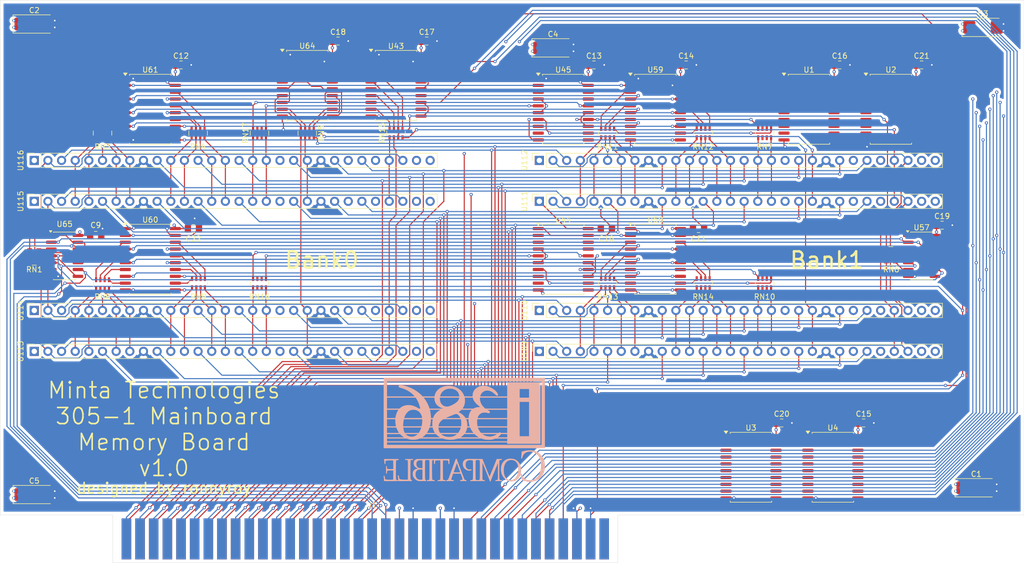
<source format=kicad_pcb>
(kicad_pcb (version 20241229) (generator "pcbnew") (generator_version "9.0")
  (title_block (title "Minta 386 Memory board") (date "2025-10-25") (rev "1.0") (company "ronnyroy") (comment 1 "Scrap Computing INC."))
  (layers (0 "F.Cu" signal) (4 "In1.Cu" mixed) (6 "In2.Cu" mixed) (2 "B.Cu" signal) (13 "F.Paste" user) (15 "B.Paste" user) (5 "F.SilkS" user "F.Silkscreen") (7 "B.SilkS" user "B.Silkscreen") (1 "F.Mask" user) (3 "B.Mask" user) (25 "Edge.Cuts" user))
  (net 0 "")
  (net 1 "XDA4")
  (net 2 "MD21")
  (net 3 "~{LBE3B}")
  (net 4 "MD16")
  (net 5 "MD14")
  (net 6 "MD30")
  (net 7 "MD09")
  (net 8 "MD07")
  (net 9 "MD24")
  (net 10 "MD11")
  (net 12 "MA8")
  (net 13 "MD17")
  (net 14 "XDA6")
  (net 15 "MD19")
  (net 16 "MD10")
  (net 17 "MA9")
  (net 18 "MD01")
  (net 19 "XDA7")
  (net 20 "MD27")
  (net 21 "MD29")
  (net 22 "XDA1")
  (net 23 "~{RAS2B}")
  (net 24 "MD12")
  (net 25 "+5V")
  (net 26 "~{RAS1B}")
  (net 27 "~{LBE2B}")
  (net 28 "MP3")
  (net 29 "XDA3")
  (net 30 "MD13")
  (net 32 "MD06")
  (net 34 "XDA2")
  (net 35 "MP1")
  (net 37 "MD20")
  (net 38 "~{RAS3B}")
  (net 39 "~{LBE0B}")
  (net 40 "~{RAS0B}")
  (net 41 "MD02")
  (net 42 "MD25")
  (net 43 "MD26")
  (net 44 "MD28")
  (net 45 "MD05")
  (net 46 "MD00")
  (net 47 "MD04")
  (net 48 "MD03")
  (net 49 "GND")
  (net 50 "MD15")
  (net 51 "XDA0")
  (net 52 "MD22")
  (net 53 "MP2")
  (net 54 "MP0")
  (net 55 "XDA5")
  (net 56 "MD31")
  (net 58 "MD18")
  (net 60 "~{CAS3B0}")
  (net 74 "MD23")
  (net 75 "~{LBE1B}")
  (net 76 "MD08")
  (net 77 "Net-(RN5-R2.1)")
  (net 78 "Net-(RN5-R1.1)")
  (net 146 "~{CAS1B0}")
  (net 147 "~{CAS0B0}")
  (net 148 "~{CAS2B0}")
  (net 149 "~{WEB0W0}")
  (net 150 "~{WEB0W1}")
  (net 165 "~{DWE_B0}")
  (net 167 "Net-(RN5-R4.1)")
  (net 169 "~{WEB1W1}")
  (net 171 "~{WEB1W0}")
  (net 174 "Net-(RN5-R3.1)")
  (net 175 "~{RASB0W0}")
  (net 176 "A8B0W0")
  (net 177 "~{CAS_B0}")
  (net 178 "A0B0W0")
  (net 179 "A6B0W0")
  (net 182 "A4B0W0")
  (net 188 "A3B0W0")
  (net 190 "A5B0W0")
  (net 192 "A9B0W0")
  (net 194 "A2B0W0")
  (net 197 "A1B0W0")
  (net 198 "A7B0W0")
  (net 203 "Net-(RN3-R4.2)")
  (net 204 "Net-(RN3-R3.2)")
  (net 205 "Net-(RN3-R1.2)")
  (net 206 "Net-(RN3-R2.2)")
  (net 207 "Net-(RN4-R2.2)")
  (net 208 "Net-(RN4-R4.2)")
  (net 209 "Net-(RN4-R1.2)")
  (net 210 "Net-(RN4-R3.2)")
  (net 211 "A6B0W1")
  (net 212 "A5B0W1")
  (net 213 "Net-(RN10-R1.2)")
  (net 214 "A0B0W1")
  (net 215 "Net-(RN10-R4.2)")
  (net 216 "Net-(RN13-R3.2)")
  (net 217 "A3B0W1")
  (net 218 "Net-(RN13-R1.2)")
  (net 219 "A4B0W1")
  (net 220 "Net-(RN13-R2.2)")
  (net 221 "Net-(RN13-R4.2)")
  (net 222 "A1B0W1")
  (net 223 "Net-(RN14-R1.2)")
  (net 224 "Net-(RN14-R3.2)")
  (net 225 "~{RASB0W1}")
  (net 226 "A9B0W1")
  (net 227 "A8B0W1")
  (net 228 "Net-(RN14-R2.2)")
  (net 229 "A7B0W1")
  (net 230 "Net-(RN14-R4.2)")
  (net 231 "A2B0W1")
  (net 232 "Net-(RN8-R3.2)")
  (net 233 "Net-(RN8-R2.2)")
  (net 234 "Net-(RN8-R4.2)")
  (net 235 "Net-(RN8-R1.2)")
  (net 236 "Net-(RN9-R4.2)")
  (net 237 "Net-(RN9-R1.2)")
  (net 238 "Net-(RN9-R2.2)")
  (net 239 "Net-(RN9-R3.2)")
  (net 240 "Net-(RN15-R1.2)")
  (net 241 "Net-(RN15-R2.2)")
  (net 242 "Net-(RN15-R3.2)")
  (net 243 "Net-(RN15-R4.2)")
  (net 244 "Net-(RN7-R4.2)")
  (net 245 "Net-(RN7-R1.2)")
  (net 246 "A3B1W0")
  (net 247 "Net-(RN11-R1.2)")
  (net 248 "A9B1W0")
  (net 249 "A7B1W0")
  (net 250 "Net-(RN11-R4.2)")
  (net 251 "~{RASB1W0}")
  (net 252 "Net-(RN11-R3.2)")
  (net 253 "A8B1W0")
  (net 254 "A5B1W0")
  (net 255 "Net-(RN11-R2.2)")
  (net 256 "Net-(RN12-R2.2)")
  (net 257 "A6B1W0")
  (net 258 "A2B1W0")
  (net 259 "~{CAS0B1}")
  (net 260 "Net-(RN12-R4.2)")
  (net 261 "Net-(RN12-R3.2)")
  (net 262 "Net-(RN12-R1.2)")
  (net 263 "A0B1W0")
  (net 264 "A4B1W0")
  (net 265 "Net-(RN1-R4.2)")
  (net 266 "Net-(RN1-R2.2)")
  (net 267 "A1B1W0")
  (net 268 "Net-(RN1-R1.2)")
  (net 269 "Net-(RN1-R3.2)")
  (net 270 "Net-(RN6-R1.2)")
  (net 271 "Net-(RN6-R4.2)")
  (net 272 "Net-(RN6-R3.2)")
  (net 273 "Net-(RN6-R2.2)")
  (net 278 "Net-(RN16-R1.2)")
  (net 281 "~{CAS1B1}")
  (net 282 "A5B1W1")
  (net 283 "Net-(RN16-R4.2)")
  (net 285 "A1B1W1")
  (net 287 "A2B1W1")
  (net 289 "A6B1W1")
  (net 291 "A4B1W1")
  (net 292 "A0B1W1")
  (net 294 "A3B1W1")
  (net 296 "A8B1W1")
  (net 297 "~{RASB1W1}")
  (net 299 "A9B1W1")
  (net 300 "A7B1W1")
  (net 303 "Net-(RN17-R4.2)")
  (net 304 "~{CAS2B1}")
  (net 305 "Net-(RN17-R1.2)")
  (net 308 "unconnected-(U45-I0a-Pad2)")
  (net 311 "~{CAS3B1}")
  (footprint "Capacitor_Tantalum_SMD:CP_EIA-6032-28_Kemet-C_Pad2.25x2.35mm_HandSolder" (layer "F.Cu") (at 69.85 48.895)
    (property "Reference" "C2")
    (property "Value" "10µF")
  )
  (footprint "Capacitor_SMD:C_0805_2012Metric_Pad1.18x1.45mm_HandSolder" (layer "F.Cu") (at 191.135 56.515)
    (property "Reference" "C14")
    (property "Value" "100nF")
  )
  (footprint "Connector_PinSocket_2.54mm:PinSocket_1x30_P2.54mm_Vertical" (layer "F.Cu") (at 69.85 102.235 90)
    (property "Reference" "U114")
    (property "Value" "~")
  )
  (footprint "Package_SO:SOIC-20W_7.5x12.8mm_P1.27mm" (layer "F.Cu") (at 120.65 60.325)
    (property "Reference" "U64")
    (property "Value" "74F244")
  )
  (footprint "Package_SO:SOIC-20W_7.5x12.8mm_P1.27mm" (layer "F.Cu") (at 213.995 64.77)
    (property "Reference" "U1")
    (property "Value" "Spare")
  )
  (footprint "Resistor_SMD:R_Array_Concave_4x0603" (layer "F.Cu") (at 100.33 69.215 90)
    (property "Reference" "RN4")
    (property "Value" "33Ω")
  )
  (footprint "Resistor_SMD:R_Array_Concave_4x0603" (layer "F.Cu") (at 176.53 69.215 90)
    (property "Reference" "RN11")
    (property "Value" "33Ω")
  )
  (footprint "Capacitor_SMD:C_0805_2012Metric_Pad1.18x1.45mm_HandSolder" (layer "F.Cu") (at 81.28 88.265)
    (property "Reference" "C9")
    (property "Value" "100nF")
  )
  (footprint "Resistor_SMD:R_Array_Concave_4x0603" (layer "F.Cu") (at 205.74 69.215 90)
    (property "Reference" "RN7")
    (property "Value" "33Ω")
  )
  (footprint "Package_SO:SOIC-20W_7.5x12.8mm_P1.27mm" (layer "F.Cu") (at 203.2 131.445)
    (property "Reference" "U3")
    (property "Value" "Spare")
  )
  (footprint "Package_SO:SOIC-20W_7.5x12.8mm_P1.27mm" (layer "F.Cu") (at 91.44 92.71)
    (property "Reference" "U60")
    (property "Value" "74F240")
  )
  (footprint "Package_SO:SOIC-14_3.9x8.7mm_P1.27mm" (layer "F.Cu") (at 234.95 92.075)
    (property "Reference" "U57")
    (property "Value" "74F32")
  )
  (footprint "Capacitor_Tantalum_SMD:CP_EIA-6032-28_Kemet-C_Pad2.25x2.35mm_HandSolder" (layer "F.Cu") (at 246.38 49.53)
    (property "Reference" "C3")
    (property "Value" "10µF")
  )
  (footprint "Connector_PinSocket_2.54mm:PinSocket_1x30_P2.54mm_Vertical" (layer "F.Cu") (at 163.83 102.235 90)
    (property "Reference" "U110")
    (property "Value" "~")
  )
  (footprint "Capacitor_SMD:C_0805_2012Metric_Pad1.18x1.45mm_HandSolder" (layer "F.Cu") (at 126.365 52.07)
    (property "Reference" "C18")
    (property "Value" "100nF")
  )
  (footprint "Package_SO:SOIC-20W_7.5x12.8mm_P1.27mm" (layer "F.Cu") (at 185.42 92.71)
    (property "Reference" "U58")
    (property "Value" "74F240")
  )
  (footprint "Resistor_SMD:R_Array_Concave_4x0603" (layer "F.Cu") (at 194.31 97.155 90)
    (property "Reference" "RN14")
    (property "Value" "33Ω")
  )
  (footprint "Package_SO:SOIC-20W_7.5x12.8mm_P1.27mm" (layer "F.Cu") (at 185.42 64.77)
    (property "Reference" "U59")
    (property "Value" "74F244")
  )
  (footprint "Connector_PinSocket_2.54mm:PinSocket_1x30_P2.54mm_Vertical" (layer "F.Cu") (at 163.83 81.915 90)
    (property "Reference" "U111")
    (property "Value" "~")
  )
  (footprint "Resistor_SMD:R_Array_Concave_4x0603" (layer "F.Cu") (at 229.235 92.075)
    (property "Reference" "RN6")
    (property "Value" "33Ω")
  )
  (footprint "Package_SO:SOIC-20W_7.5x12.8mm_P1.27mm" (layer "F.Cu") (at 168.275 92.71)
    (property "Reference" "U44")
    (property "Value" "74F240")
  )
  (footprint "Capacitor_SMD:C_0805_2012Metric_Pad1.18x1.45mm_HandSolder" (layer "F.Cu") (at 176.2975 86.995)
    (property "Reference" "C10")
    (property "Value" "100nF")
  )
  (footprint "Connector_PinSocket_2.54mm:PinSocket_1x30_P2.54mm_Vertical" (layer "F.Cu") (at 69.85 81.915 90)
    (property "Reference" "U115")
    (property "Value" "~")
  )
  (footprint "Capacitor_SMD:C_0805_2012Metric_Pad1.18x1.45mm_HandSolder" (layer "F.Cu") (at 219.71 56.515)
    (property "Reference" "C16")
    (property "Value" "100nF")
  )
  (footprint "Resistor_SMD:R_Array_Concave_4x0603" (layer "F.Cu") (at 111.76 69.215 90)
    (property "Reference" "RN17")
    (property "Value" "33Ω")
  )
  (footprint "Capacitor_SMD:C_0805_2012Metric_Pad1.18x1.45mm_HandSolder" (layer "F.Cu") (at 142.875 52.07)
    (property "Reference" "C17")
    (property "Value" "100nF")
  )
  (footprint "Resistor_SMD:R_Array_Concave_4x0603" (layer "F.Cu") (at 100.4 97.155 90)
    (property "Reference" "RN9")
    (property "Value" "33Ω")
  )
  (footprint "Package_SO:SOIC-20W_7.5x12.8mm_P1.27mm" (layer "F.Cu") (at 168.275 64.77)
    (property "Reference" "U45")
    (property "Value" "74F244")
  )
  (footprint "Resistor_SMD:R_Array_Concave_4x0603" (layer "F.Cu") (at 69.85 92.075)
    (property "Reference" "RN1")
    (property "Value" "33Ω")
  )
  (footprint "Package_SO:SOIC-14_3.9x8.7mm_P1.27mm" (layer "F.Cu") (at 75.5 92.075)
    (property "Reference" "U65")
    (property "Value" "74F32")
  )
  (footprint "Package_SO:SOIC-20W_7.5x12.8mm_P1.27mm" (layer "F.Cu") (at 229.235 64.77)
    (property "Reference" "U2")
    (property "Value" "Spare")
  )
  (footprint "Connector_PinSocket_2.54mm:PinSocket_1x30_P2.54mm_Vertical" (layer "F.Cu") (at 163.83 74.295 90)
    (property "Reference" "U112")
    (property "Value" "~")
  )
  (footprint "Capacitor_SMD:C_0805_2012Metric_Pad1.18x1.45mm_HandSolder" (layer "F.Cu") (at 224.155 123.19)
    (property "Reference" "C15")
    (property "Value" "100nF")
  )
  (footprint "Capacitor_SMD:C_0805_2012Metric_Pad1.18x1.45mm_HandSolder" (layer "F.Cu") (at 99.4625 86.995)
    (property "Reference" "C22")
    (property "Value" "100nF")
  )
  (footprint "Capacitor_SMD:C_0805_2012Metric_Pad1.18x1.45mm_HandSolder" (layer "F.Cu") (at 234.95 56.515)
    (property "Reference" "C21")
    (property "Value" "100nF")
  )
  (footprint "Connector_PinSocket_2.54mm:PinSocket_1x30_P2.54mm_Vertical" (layer "F.Cu") (at 69.85 74.295 90)
    (property "Reference" "U116")
    (property "Value" "~")
  )
  (footprint "Package_SO:SOIC-20W_7.5x12.8mm_P1.27mm" (layer "F.Cu") (at 218.44 131.445)
    (property "Reference" "U4")
    (property "Value" "Spare")
  )
  (footprint "Capacitor_SMD:C_0805_2012Metric_Pad1.18x1.45mm_HandSolder" (layer "F.Cu") (at 193.4425 86.995)
    (property "Reference" "C11")
    (property "Value" "100nF")
  )
  (footprint "Connector_PinSocket_2.54mm:PinSocket_1x30_P2.54mm_Vertical" (layer "F.Cu") (at 69.85 109.855 90)
    (property "Reference" "U113")
    (property "Value" "~")
  )
  (footprint "Capacitor_SMD:C_0805_2012Metric_Pad1.18x1.45mm_HandSolder" (layer "F.Cu") (at 97.155 56.515)
    (property "Reference" "C12")
    (property "Value" "100nF")
  )
  (footprint "Resistor_SMD:R_Array_Concave_4x0603" (layer "F.Cu") (at 194.31 69.215 90)
    (property "Reference" "RN12")
    (property "Value" "33Ω")
  )
  (footprint "Capacitor_SMD:C_0805_2012Metric_Pad1.18x1.45mm_HandSolder" (layer "F.Cu") (at 238.76 86.36)
    (property "Reference" "C19")
    (property "Value" "100nF")
  )
  (footprint "Capacitor_SMD:C_0805_2012Metric_Pad1.18x1.45mm_HandSolder" (layer "F.Cu") (at 208.915 123.19)
    (property "Reference" "C20")
    (property "Value" "100nF")
  )
  (footprint "Capacitor_SMD:C_0805_2012Metric_Pad1.18x1.45mm_HandSolder" (layer "F.Cu") (at 173.99 56.515)
    (property "Reference" "C13")
    (property "Value" "100nF")
  )
  (footprint "Capacitor_Tantalum_SMD:CP_EIA-6032-28_Kemet-C_Pad2.25x2.35mm_HandSolder" (layer "F.Cu") (at 166.37 53.34)
    (property "Reference" "C4")
    (property "Value" "10µF")
  )
  (footprint "Resistor_SMD:R_Array_Concave_4x0603" (layer "F.Cu") (at 205.74 97.155 90)
    (property "Reference" "RN10")
    (property "Value" "33Ω")
  )
  (footprint "Connector_PinSocket_2.54mm:PinSocket_1x30_P2.54mm_Vertical" (layer "F.Cu") (at 163.83 109.855 90)
    (property "Reference" "U109")
    (property "Value" "~")
  )
  (footprint "minta386memory:minta_386_memory_bus" (layer "F.Cu") (at 168.275 148.59)
    (property "Reference" "J1")
    (property "Value" "~")
  )
  (footprint "Resistor_SMD:R_Array_Concave_4x0603" (layer "F.Cu") (at 176.53 97.155 90)
    (property "Reference" "RN13")
    (property "Value" "33Ω")
  )
  (footprint "Resistor_SMD:R_Array_Concave_4x0603" (layer "F.Cu") (at 82.55 69.215 90)
    (property "Reference" "RN3")
    (property "Value" "33Ω")
  )
  (footprint "Capacitor_Tantalum_SMD:CP_EIA-6032-28_Kemet-C_Pad2.25x2.35mm_HandSolder" (layer "F.Cu") (at 245.11 135.255)
    (property "Reference" "C1")
    (property "Value" "10µF")
  )
  (footprint "Package_SO:SOIC-20W_7.5x12.8mm_P1.27mm" (layer "F.Cu") (at 91.44 64.77)
    (property "Reference" "U61")
    (property "Value" "74F244")
  )
  (footprint "Resistor_SMD:R_Array_Concave_4x0603" (layer "F.Cu") (at 82.55 97.37 90)
    (property "Reference" "RN8")
    (property "Value" "33Ω")
  )
  (footprint "Resistor_SMD:R_Array_Concave_4x0603" (layer "F.Cu") (at 120.65 69.215 -90)
    (property "Reference" "RN5")
    (property "Value" "33Ω")
  )
  (footprint "Capacitor_Tantalum_SMD:CP_EIA-6032-28_Kemet-C_Pad2.25x2.35mm_HandSolder" (layer "F.Cu") (at 69.85 136.525)
    (property "Reference" "C5")
    (property "Value" "10µF")
  )
  (footprint "Resistor_SMD:R_Array_Concave_4x0603" (layer "F.Cu") (at 111.76 97.155 90)
    (property "Reference" "RN16")
    (property "Value" "33Ω")
  )
  (footprint "Package_SO:SOIC-20W_7.5x12.8mm_P1.27mm" (layer "F.Cu") (at 137.16 60.325)
    (property "Reference" "U43")
    (property "Value" "74F244")
  )
  (footprint "Resistor_SMD:R_Array_Concave_4x0603" (layer "F.Cu") (at 137.16 69.215 90)
    (property "Reference" "RN15")
    (property "Value" "22Ω")
  )
  (footprint "minta386memory:i386_compatible_30mm" (layer "B.Cu") (at 149.86 124.46 180)
    (property "Reference" "G***" (hide yes))
    (property "Value" "LOGO" (hide yes))
  )
  (gr_line (start 254 140.335) (end 254 44.45) (stroke (width 0.05)) (layer "Edge.Cuts"))
  (gr_line (start 63.5 140.335) (end 84.455 140.335) (stroke (width 0.05)) (layer "Edge.Cuts"))
  (gr_line (start 178.435 140.335) (end 254 140.335) (stroke (width 0.05)) (layer "Edge.Cuts"))
  (gr_line (start 84.455 140.335) (end 84.455 149.225) (stroke (width 0.05)) (layer "Edge.Cuts"))
  (gr_line (start 84.455 149.225) (end 178.435 149.225) (stroke (width 0.05)) (layer "Edge.Cuts"))
  (gr_line (start 178.435 149.225) (end 178.435 140.335) (stroke (width 0.05)) (layer "Edge.Cuts"))
  (gr_line (start 254 44.45) (end 63.5 44.45) (stroke (width 0.05)) (layer "Edge.Cuts"))
  (gr_line (start 63.5 44.45) (end 63.5 140.335) (stroke (width 0.05)) (layer "Edge.Cuts"))
  (gr_text "designed by ronnyroy" (at 93.98 136.525 0) (layer "F.SilkS") (effects (font (size 2 2) (thickness 0.3)) (justify bottom)))
  (gr_text "Bank1" (at 210.185 94.615 0) (layer "F.SilkS") (effects (font (size 3 3) (thickness 0.45)) (justify left bottom)))
  (gr_text "Minta Technologies\n305-1 Mainboard\nMemory Board\nv1.0" (at 93.98 133.35 0) (layer "F.SilkS") (effects (font (size 3 3) (thickness 0.3)) (justify bottom)))
  (gr_text "Bank0" (at 116.205 94.615 0) (layer "F.SilkS") (effects (font (size 3 3) (thickness 0.45)) (justify left bottom)))
  (segment (start 88.265 67.945) (end 86.79 67.945) (width 0.2) (layer "F.Cu") (net 1))
  (segment (start 181.61 67.945) (end 182.245 67.31) (width 0.2) (layer "F.Cu") (net 1))
  (segment (start 155.575 144.78) (end 155.575 142.02647) (width 0.2) (layer "F.Cu") (net 1))
  (segment (start 155.575 142.02647) (end 161.818235 135.783235) (width 0.2) (layer "F.Cu") (net 1))
  (segment (start 181.61 95.885) (end 182.245 95.25) (width 0.2) (layer "F.Cu") (net 1))
  (segment (start 88.265 95.885) (end 86.79 95.885) (width 0.2) (layer "F.Cu") (net 1))
  (segment (start 180.77 67.945) (end 181.61 67.945) (width 0.2) (layer "F.Cu") (net 1))
  (segment (start 180.77 95.885) (end 181.61 95.885) (width 0.2) (layer "F.Cu") (net 1))
  (via (at 182.245 67.31) (size 0.6) (drill 0.3) (layers "F.Cu" "B.Cu") (net 1))
  (via (at 247.015 94.615) (size 0.6) (drill 0.3) (layers "F.Cu" "B.Cu") (net 1))
  (via (at 182.245 95.25) (size 0.6) (drill 0.3) (layers "F.Cu" "B.Cu") (net 1))
  (via (at 247.015 67.31) (size 0.6) (drill 0.3) (layers "F.Cu" "B.Cu") (net 1))
  (via (at 161.818235 135.783235) (size 0.6) (drill 0.3) (layers "F.Cu" "B.Cu") (net 1))
  (via (at 88.265 95.885) (size 0.6) (drill 0.3) (layers "F.Cu" "B.Cu") (net 1))
  (via (at 88.265 67.945) (size 0.6) (drill 0.3) (layers "F.Cu" "B.Cu") (net 1))
  (segment (start 161.818235 135.783235) (end 166.730961 130.870509) (width 0.2) (layer "B.Cu") (net 1))
  (segment (start 237.42949 130.870509) (end 247.015 121.285) (width 0.2) (layer "B.Cu") (net 1))
  (segment (start 182.245 67.31) (end 88.9 67.31) (width 0.2) (layer "B.Cu") (net 1))
  (segment (start 88.9 67.31) (end 88.265 67.945) (width 0.2) (layer "B.Cu") (net 1))
  (segment (start 247.015 121.285) (end 247.015 94.615) (width 0.2) (layer "B.Cu") (net 1))
  (segment (start 247.015 94.615) (end 247.015 67.31) (width 0.2) (layer "B.Cu") (net 1))
  (segment (start 166.730961 130.870509) (end 237.42949 130.870509) (width 0.2) (layer "B.Cu") (net 1))
  (segment (start 88.9 95.25) (end 88.265 95.885) (width 0.2) (layer "B.Cu") (net 1))
  (segment (start 182.245 95.25) (end 88.9 95.25) (width 0.2) (layer "B.Cu") (net 1))
  (segment (start 158.75 121.285) (end 158.75 86.995) (width 0.2) (layer "F.Cu") (net 2))
  (segment (start 121.813235 138.958235) (end 133.77147 127) (width 0.2) (layer "F.Cu") (net 2))
  (segment (start 153.035 127) (end 158.75 121.285) (width 0.2) (layer "F.Cu") (net 2))
  (segment (start 133.77147 127) (end 153.035 127) (width 0.2) (layer "F.Cu") (net 2))
  (segment (start 186.69 86.995) (end 186.69 81.915) (width 0.2) (layer "F.Cu") (net 2))
  (via (at 121.813235 138.958235) (size 0.6) (drill 0.3) (layers "F.Cu" "B.Cu") (net 2))
  (via (at 186.69 86.995) (size 0.6) (drill 0.3) (layers "F.Cu" "B.Cu") (net 2))
  (via (at 158.75 86.995) (size 0.6) (drill 0.3) (layers "F.Cu" "B.Cu") (net 2))
  (segment (start 120.015 140.75647) (end 121.813235 138.958235) (width 0.2) (layer "B.Cu") (net 2))
  (segment (start 92.71 81.915) (end 97.79 86.995) (width 0.2) (layer "B.Cu") (net 2))
  (segment (start 158.75 86.995) (end 186.69 86.995) (width 0.2) (layer "B.Cu") (net 2))
  (segment (start 120.015 144.78) (end 120.015 140.75647) (width 0.2) (layer "B.Cu") (net 2))
  (segment (start 97.79 86.995) (end 158.75 86.995) (width 0.2) (layer "B.Cu") (net 2))
  (segment (start 231.775 89.535) (end 232.475 89.535) (width 0.2) (layer "F.Cu") (net 3))
  (segment (start 73.025 89.535) (end 74.295 89.535) (width 0.2) (layer "F.Cu") (net 3))
  (segment (start 231.14 88.9) (end 231.775 89.535) (width 0.2) (layer "F.Cu") (net 3))
  (via (at 74.295 89.535) (size 0.6) (drill 0.3) (layers "F.Cu" "B.Cu") (net 3))
  (via (at 231.14 88.9) (size 0.6) (drill 0.3) (layers "F.Cu" "B.Cu") (net 3))
  (segment (start 67.945 89.535) (end 74.295 89.535) (width 0.2) (layer "B.Cu") (net 3))
  (segment (start 64.77 92.71) (end 67.945 89.535) (width 0.2) (layer "B.Cu") (net 3))
  (segment (start 131.445 137.16) (end 78.105 137.16) (width 0.2) (layer "B.Cu") (net 3))
  (segment (start 231.14 88.9) (end 74.93 88.9) (width 0.2) (layer "B.Cu") (net 3))
  (segment (start 132.715 138.43) (end 131.445 137.16) (width 0.2) (layer "B.Cu") (net 3))
  (segment (start 132.715 144.78) (end 132.715 138.43) (width 0.2) (layer "B.Cu") (net 3))
  (segment (start 78.105 137.16) (end 64.77 123.825) (width 0.2) (layer "B.Cu") (net 3))
  (segment (start 64.77 123.825) (end 64.77 92.71) (width 0.2) (layer "B.Cu") (net 3))
  (segment (start 74.93 88.9) (end 74.295 89.535) (width 0.2) (layer "B.Cu") (net 3))
  (segment (start 94.615 141.86) (end 121.54 114.935) (width 0.2) (layer "F.Cu") (net 4))
  (segment (start 121.54 114.935) (end 146.685 114.935) (width 0.2) (layer "F.Cu") (net 4))
  (segment (start 94.615 144.78) (end 94.615 141.86) (width 0.2) (layer "F.Cu") (net 4))
  (segment (start 146.685 114.935) (end 146.685 83.82) (width 0.2) (layer "F.Cu") (net 4))
  (via (at 146.685 83.82) (size 0.6) (drill 0.3) (layers "F.Cu" "B.Cu") (net 4))
  (segment (start 132.715 83.82) (end 146.685 83.82) (width 0.2) (layer "B.Cu") (net 4))
  (segment (start 130.81 81.915) (end 132.715 83.82) (width 0.2) (layer "B.Cu") (net 4))
  (segment (start 222.885 83.82) (end 224.79 81.915) (width 0.2) (layer "B.Cu") (net 4))
  (segment (start 146.685 83.82) (end 222.885 83.82) (width 0.2) (layer "B.Cu") (net 4))
  (segment (start 122.555 144.78) (end 122.555 141.86) (width 0.2) (layer "F.Cu") (net 5))
  (segment (start 82.55 102.235) (end 82.55 99.695) (width 0.2) (layer "F.Cu") (net 5))
  (segment (start 122.555 141.86) (end 135.51 128.905) (width 0.2) (layer "F.Cu") (net 5))
  (segment (start 160.655 121.285) (end 160.655 99.695) (width 0.2) (layer "F.Cu") (net 5))
  (segment (start 176.53 99.695) (end 176.53 102.235) (width 0.2) (layer "F.Cu") (net 5))
  (segment (start 135.51 128.905) (end 153.035 128.905) (width 0.2) (layer "F.Cu") (net 5))
  (segment (start 153.035 128.905) (end 160.655 121.285) (width 0.2) (layer "F.Cu") (net 5))
  (via (at 176.53 99.695) (size 0.6) (drill 0.3) (layers "F.Cu" "B.Cu") (net 5))
  (via (at 82.55 99.695) (size 0.6) (drill 0.3) (layers "F.Cu" "B.Cu") (net 5))
  (via (at 160.655 99.695) (size 0.6) (drill 0.3) (layers "F.Cu" "B.Cu") (net 5))
  (segment (start 82.55 99.695) (end 160.655 99.695) (width 0.2) (layer "B.Cu") (net 5))
  (segment (start 160.655 99.695) (end 176.53 99.695) (width 0.2) (layer "B.Cu") (net 5))
  (segment (start 176.53 74.295) (end 176.53 72.39) (width 0.2) (layer "F.Cu") (net 6))
  (segment (start 130.43 123.825) (end 153.035 123.825) (width 0.2) (layer "F.Cu") (net 6))
  (segment (start 82.55 74.295) (end 82.55 71.755) (width 0.2) (layer "F.Cu") (net 6))
  (segment (start 153.035 123.825) (end 155.575 121.285) (width 0.2) (layer "F.Cu") (net 6))
  (segment (start 155.575 121.285) (end 155.575 71.755) (width 0.2) (layer "F.Cu") (net 6))
  (segment (start 112.395 144.78) (end 112.395 141.86) (width 0.2) (layer "F.Cu") (net 6))
  (segment (start 112.395 141.86) (end 130.43 123.825) (width 0.2) (layer "F.Cu") (net 6))
  (via (at 176.53 72.39) (size 0.6) (drill 0.3) (layers "F.Cu" "B.Cu") (net 6))
  (via (at 82.55 71.755) (size 0.6) (drill 0.3) (layers "F.Cu" "B.Cu") (net 6))
  (via (at 155.575 71.755) (size 0.6) (drill 0.3) (layers "F.Cu" "B.Cu") (net 6))
  (segment (start 155.575 71.755) (end 140.335 71.755) (width 0.2) (layer "B.Cu") (net 6))
  (segment (start 175.895 71.755) (end 155.575 71.755) (width 0.2) (layer "B.Cu") (net 6))
  (segment (start 140.335 71.755) (end 82.55 71.755) (width 0.2) (layer "B.Cu") (net 6))
  (segment (start 176.53 72.39) (end 175.895 71.755) (width 0.2) (layer "B.Cu") (net 6))
  (segment (start 219.71 104.775) (end 219.71 102.235) (width 0.2) (layer "F.Cu") (net 7))
  (segment (start 101.493235 138.958235) (end 123.61147 116.84) (width 0.2) (layer "F.Cu") (net 7))
  (segment (start 123.61147 116.84) (end 147.955 116.84) (width 0.2) (layer "F.Cu") (net 7))
  (segment (start 148.59 116.205) (end 148.59 104.775) (width 0.2) (layer "F.Cu") (net 7))
  (segment (start 147.955 116.84) (end 148.59 116.205) (width 0.2) (layer "F.Cu") (net 7))
  (via (at 148.59 104.775) (size 0.6) (drill 0.3) (layers "F.Cu" "B.Cu") (net 7))
  (via (at 101.493235 138.958235) (size 0.6) (drill 0.3) (layers "F.Cu" "B.Cu") (net 7))
  (via (at 219.71 104.775) (size 0.6) (drill 0.3) (layers "F.Cu" "B.Cu") (net 7))
  (segment (start 148.59 104.775) (end 128.27 104.775) (width 0.2) (layer "B.Cu") (net 7))
  (segment (start 99.695 144.78) (end 99.695 140.75647) (width 0.2) (layer "B.Cu") (net 7))
  (segment (start 99.695 140.75647) (end 101.493235 138.958235) (width 0.2) (layer "B.Cu") (net 7))
  (segment (start 219.71 104.775) (end 148.59 104.775) (width 0.2) (layer "B.Cu") (net 7))
  (segment (start 128.27 104.775) (end 125.73 102.235) (width 0.2) (layer "B.Cu") (net 7))
  (segment (start 162.56 121.285) (end 162.56 107.95) (width 0.2) (layer "F.Cu") (net 8))
  (segment (start 153.035 130.81) (end 162.56 121.285) (width 0.2) (layer "F.Cu") (net 8))
  (segment (start 129.433235 138.958235) (end 137.58147 130.81) (width 0.2) (layer "F.Cu") (net 8))
  (segment (start 137.58147 130.81) (end 153.035 130.81) (width 0.2) (layer "F.Cu") (net 8))
  (via (at 162.56 107.95) (size 0.6) (drill 0.3) (layers "F.Cu" "B.Cu") (net 8))
  (via (at 129.433235 138.958235) (size 0.6) (drill 0.3) (layers "F.Cu" "B.Cu") (net 8))
  (segment (start 127.635 144.78) (end 127.635 140.75647) (width 0.2) (layer "B.Cu") (net 8))
  (segment (start 167.005 107.95) (end 168.91 109.855) (width 0.2) (layer "B.Cu") (net 8))
  (segment (start 127.635 140.75647) (end 129.433235 138.958235) (width 0.2) (layer "B.Cu") (net 8))
  (segment (start 74.93 109.855) (end 76.835 107.95) (width 0.2) (layer "B.Cu") (net 8))
  (segment (start 76.835 107.95) (end 162.56 107.95) (width 0.2) (layer "B.Cu") (net 8))
  (segment (start 162.56 107.95) (end 167.005 107.95) (width 0.2) (layer "B.Cu") (net 8))
  (segment (start 146.05 76.2) (end 146.05 81.915) (width 0.2) (layer "F.Cu") (net 9))
  (segment (start 146.05 81.915) (end 142.24 85.725) (width 0.2) (layer "F.Cu") (net 9))
  (segment (start 140.268 113.097) (end 118.298 113.097) (width 0.2) (layer "F.Cu") (net 9))
  (segment (start 142.24 85.725) (end 142.24 111.125) (width 0.2) (layer "F.Cu") (net 9))
  (segment (start 142.24 111.125) (end 140.268 113.097) (width 0.2) (layer "F.Cu") (net 9))
  (segment (start 89.535 144.78) (end 89.535 141.605) (width 0.2) (layer "F.Cu") (net 9))
  (segment (start 118.298 113.097) (end 89.535 141.86) (width 0.2) (layer "F.Cu") (net 9))
  (segment (start 89.535 141.86) (end 89.535 144.78) (width 0.2) (layer "F.Cu") (net 9))
  (via (at 146.05 76.2) (size 0.6) (drill 0.3) (layers "F.Cu" "B.Cu") (net 9))
  (segment (start 222.885 76.2) (end 224.79 74.295) (width 0.2) (layer "B.Cu") (net 9))
  (segment (start 146.05 76.2) (end 222.885 76.2) (width 0.2) (layer "B.Cu") (net 9))
  (segment (start 146.05 76.2) (end 132.715 76.2) (width 0.2) (layer "B.Cu") (net 9))
  (segment (start 132.715 76.2) (end 130.81 74.295) (width 0.2) (layer "B.Cu") (net 9))
  (segment (start 201.93 102.235) (end 201.93 106.045) (width 0.2) (layer "F.Cu") (net 10))
  (segment (start 122.555 115.57) (end 147.32 115.57) (width 0.2) (layer "F.Cu") (net 10))
  (segment (start 147.32 115.57) (end 147.32 106.045) (width 0.2) (layer "F.Cu") (net 10))
  (segment (start 99.06 139.065) (end 122.555 115.57) (width 0.2) (layer "F.Cu") (net 10))
  (via (at 99.06 139.065) (size 0.6) (drill 0.3) (layers "F.Cu" "B.Cu") (net 10))
  (via (at 147.32 106.045) (size 0.6) (drill 0.3) (layers "F.Cu" "B.Cu") (net 10))
  (via (at 201.93 106.045) (size 0.6) (drill 0.3) (layers "F.Cu" "B.Cu") (net 10))
  (segment (start 97.155 144.78) (end 97.155 140.97) (width 0.2) (layer "B.Cu") (net 10))
  (segment (start 201.93 106.045) (end 147.32 106.045) (width 0.2) (layer "B.Cu") (net 10))
  (segment (start 97.155 140.97) (end 99.06 139.065) (width 0.2) (layer "B.Cu") (net 10))
  (segment (start 111.76 106.045) (end 107.95 102.235) (width 0.2) (layer "B.Cu") (net 10))
  (segment (start 147.32 106.045) (end 111.76 106.045) (width 0.2) (layer "B.Cu") (net 10))
  (segment (start 165.1 63.943032) (end 164.021968 62.865) (width 0.2) (layer "F.Cu") (net 12))
  (segment (start 164.951 92.415968) (end 164.021968 93.345) (width 0.2) (layer "F.Cu") (net 12))
  (segment (start 160.655 144.78) (end 160.655 141.736623) (width 0.2) (layer "F.Cu") (net 12))
  (segment (start 164.951 92.075) (end 165.115 92.075) (width 0.2) (layer "F.Cu") (net 12))
  (segment (start 164.951 91.734032) (end 164.951 92.075) (width 0.2) (layer "F.Cu") (net 12))
  (segment (start 164.021968 90.805) (end 164.951 91.734032) (width 0.2) (layer "F.Cu") (net 12))
  (segment (start 165.1 64.135) (end 165.1 63.943032) (width 0.2) (layer "F.Cu") (net 12))
  (segment (start 160.655 141.736623) (end 164.848311 137.543312) (width 0.2) (layer "F.Cu") (net 12))
  (segment (start 163.625 90.805) (end 164.021968 90.805) (width 0.2) (layer "F.Cu") (net 12))
  (segment (start 164.951 92.075) (end 164.951 92.415968) (width 0.2) (layer "F.Cu") (net 12))
  (segment (start 163.625 65.405) (end 164.021968 65.405) (width 0.2) (layer "F.Cu") (net 12))
  (segment (start 165.142855 64.135) (end 165.15 64.142145) (width 0.2) (layer "F.Cu") (net 12))
  (segment (start 165.1 64.135) (end 165.142855 64.135) (width 0.2) (layer "F.Cu") (net 12))
  (segment (start 165.1 64.326968) (end 165.1 64.135) (width 0.2) (layer "F.Cu") (net 12))
  (segment (start 164.021968 65.405) (end 165.1 64.326968) (width 0.2) (layer "F.Cu") (net 12))
  (segment (start 165.115 92.075) (end 165.15 92.11) (width 0.2) (layer "F.Cu") (net 12))
  (segment (start 164.021968 93.345) (end 163.625 93.345) (width 0.2) (layer "F.Cu") (net 12))
  (segment (start 164.021968 62.865) (end 163.625 62.865) (width 0.2) (layer "F.Cu") (net 12))
  (via (at 165.15 64.142145) (size 0.6) (drill 0.3) (layers "F.Cu" "B.Cu") (net 12))
  (via (at 249.555 63.5) (size 0.6) (drill 0.3) (layers "F.Cu" "B.Cu") (net 12))
  (via (at 249.555 90.805) (size 0.6) (drill 0.3) (layers "F.Cu" "B.Cu") (net 12))
  (via (at 165.15 92.11) (size 0.6) (drill 0.3) (layers "F.Cu" "B.Cu") (net 12))
  (via (at 164.848311 137.543312) (size 0.6) (drill 0.3) (layers "F.Cu" "B.Cu") (net 12))
  (segment (start 164.848311 137.543312) (end 169.041623 133.35) (width 0.2) (layer "B.Cu") (net 12))
  (segment (start 249.555 121.285) (end 249.555 90.805) (width 0.2) (layer "B.Cu") (net 12))
  (segment (start 237.49 133.35) (end 249.555 121.285) (width 0.2) (layer "B.Cu") (net 12))
  (segment (start 169.041623 133.35) (end 237.49 133.35) (width 0.2) (layer "B.Cu") (net 12))
  (segment (start 249.555 90.805) (end 249.555 63.5) (width 0.2) (layer "B.Cu") (net 12))
  (segment (start 96.52 139.065) (end 121.285 114.3) (width 0.2) (layer "F.Cu") (net 13))
  (segment (start 219.71 84.455) (end 219.71 81.915) (width 0.2) (layer "F.Cu") (net 13))
  (segment (start 146.05 114.3) (end 146.05 84.455) (width 0.2) (layer "F.Cu") (net 13))
  (segment (start 121.285 114.3) (end 146.05 114.3) (width 0.2) (layer "F.Cu") (net 13))
  (via (at 96.52 139.065) (size 0.6) (drill 0.3) (layers "F.Cu" "B.Cu") (net 13))
  (via (at 219.71 84.455) (size 0.6) (drill 0.3) (layers "F.Cu" "B.Cu") (net 13))
  (via (at 146.05 84.455) (size 0.6) (drill 0.3) (layers "F.Cu" "B.Cu") (net 13))
  (segment (start 146.05 84.455) (end 219.71 84.455) (width 0.2) (layer "B.Cu") (net 13))
  (segment (start 128.27 84.455) (end 132.715 84.455) (width 0.2) (layer "B.Cu") (net 13))
  (segment (start 94.615 144.78) (end 94.615 140.97) (width 0.2) (layer "B.Cu") (net 13))
  (segment (start 132.715 84.455) (end 146.05 84.455) (width 0.2) (layer "B.Cu") (net 13))
  (segment (start 125.73 81.915) (end 128.27 84.455) (width 0.2) (layer "B.Cu") (net 13))
  (segment (start 94.615 140.97) (end 96.52 139.065) (width 0.2) (layer "B.Cu") (net 13))
  (segment (start 181.61 62.865) (end 182.245 62.23) (width 0.2) (layer "F.Cu") (net 14))
  (segment (start 158.115 141.605) (end 163.195 136.525) (width 0.2) (layer "F.Cu") (net 14))
  (segment (start 158.115 144.78) (end 158.115 141.605) (width 0.2) (layer "F.Cu") (net 14))
  (segment (start 88.265 90.805) (end 86.79 90.805) (width 0.2) (layer "F.Cu") (net 14))
  (segment (start 181.61 90.805) (end 182.245 90.17) (width 0.2) (layer "F.Cu") (net 14))
  (segment (start 86.79 62.865) (end 88.265 62.865) (width 0.2) (layer "F.Cu") (net 14))
  (segment (start 180.77 90.805) (end 181.61 90.805) (width 0.2) (layer "F.Cu") (net 14))
  (segment (start 180.77 62.865) (end 181.61 62.865) (width 0.2) (layer "F.Cu") (net 14))
  (via (at 163.195 136.525) (size 0.6) (drill 0.3) (layers "F.Cu" "B.Cu") (net 14))
  (via (at 182.245 90.17) (size 0.6) (drill 0.3) (layers "F.Cu" "B.Cu") (net 14))
  (via (at 182.245 62.23) (size 0.6) (drill 0.3) (layers "F.Cu" "B.Cu") (net 14))
  (via (at 248.285 62.23) (size 0.6) (drill 0.3) (layers "F.Cu" "B.Cu") (net 14))
  (via (at 88.265 90.805) (size 0.6) (drill 0.3) (layers "F.Cu" "B.Cu") (net 14))
  (via (at 248.285 88.9) (size 0.6) (drill 0.3) (layers "F.Cu" "B.Cu") (net 14))
  (via (at 88.265 62.865) (size 0.6) (drill 0.3) (layers "F.Cu" "B.Cu") (net 14))
  (segment (start 88.9 90.17) (end 88.265 90.805) (width 0.2) (layer "B.Cu") (net 14))
  (segment (start 182.245 62.23) (end 88.9 62.23) (width 0.2) (layer "B.Cu") (net 14))
  (segment (start 237.49 132.08) (end 248.285 121.285) (width 0.2) (layer "B.Cu") (net 14))
  (segment (start 182.245 90.17) (end 88.9 90.17) (width 0.2) (layer "B.Cu") (net 14))
  (segment (start 248.285 121.285) (end 248.285 88.9) (width 0.2) (layer "B.Cu") (net 14))
  (segment (start 88.9 62.23) (end 88.265 62.865) (width 0.2) (layer "B.Cu") (net 14))
  (segment (start 167.64 132.08) (end 237.49 132.08) (width 0.2) (layer "B.Cu") (net 14))
  (segment (start 248.285 88.9) (end 248.285 62.23) (width 0.2) (layer "B.Cu") (net 14))
  (segment (start 163.195 136.525) (end 167.64 132.08) (width 0.2) (layer "B.Cu") (net 14))
  (segment (start 201.93 85.725) (end 201.93 81.915) (width 0.2) (layer "F.Cu") (net 15))
  (segment (start 119.547 113.498) (end 144.78 113.498) (width 0.2) (layer "F.Cu") (net 15))
  (segment (start 144.78 113.498) (end 144.78 85.725) (width 0.2) (layer "F.Cu") (net 15))
  (segment (start 93.98 139.065) (end 119.547 113.498) (width 0.2) (layer "F.Cu") (net 15))
  (via (at 144.78 85.725) (size 0.6) (drill 0.3) (layers "F.Cu" "B.Cu") (net 15))
  (via (at 201.93 85.725) (size 0.6) (drill 0.3) (layers "F.Cu" "B.Cu") (net 15))
  (via (at 93.98 139.065) (size 0.6) (drill 0.3) (layers "F.Cu" "B.Cu") (net 15))
  (segment (start 107.95 81.915) (end 111.76 85.725) (width 0.2) (layer "B.Cu") (net 15))
  (segment (start 111.76 85.725) (end 120.65 85.725) (width 0.2) (layer "B.Cu") (net 15))
  (segment (start 144.78 85.725) (end 201.93 85.725) (width 0.2) (layer "B.Cu") (net 15))
  (segment (start 92.075 140.97) (end 93.98 139.065) (width 0.2) (layer "B.Cu") (net 15))
  (segment (start 120.65 85.725) (end 144.78 85.725) (width 0.2) (layer "B.Cu") (net 15))
  (segment (start 92.075 144.78) (end 92.075 140.97) (width 0.2) (layer "B.Cu") (net 15))
  (segment (start 97.155 144.78) (end 97.155 141.86) (width 0.2) (layer "F.Cu") (net 16))
  (segment (start 122.81 116.205) (end 147.955 116.205) (width 0.2) (layer "F.Cu") (net 16))
  (segment (start 97.155 141.86) (end 122.81 116.205) (width 0.2) (layer "F.Cu") (net 16))
  (segment (start 212.09 105.41) (end 212.09 102.235) (width 0.2) (layer "F.Cu") (net 16))
  (segment (start 147.955 116.205) (end 147.955 105.41) (width 0.2) (layer "F.Cu") (net 16))
  (via (at 147.955 105.41) (size 0.6) (drill 0.3) (layers "F.Cu" "B.Cu") (net 16))
  (via (at 212.09 105.41) (size 0.6) (drill 0.3) (layers "F.Cu" "B.Cu") (net 16))
  (segment (start 147.955 105.41) (end 121.285 105.41) (width 0.2) (layer "B.Cu") (net 16))
  (segment (start 212.09 105.41) (end 147.955 105.41) (width 0.2) (layer "B.Cu") (net 16))
  (segment (start 121.285 105.41) (end 118.11 102.235) (width 0.2) (layer "B.Cu") (net 16))
  (segment (start 174.251 94.989) (end 173.355 95.885) (width 0.2) (layer "F.Cu") (net 17))
  (segment (start 172.925 93.345) (end 173.321968 93.345) (width 0.2) (layer "F.Cu") (net 17))
  (segment (start 172.925 65.405) (end 172.528032 65.405) (width 0.2) (layer "F.Cu") (net 17))
  (segment (start 173.321968 93.345) (end 174.251 94.274032) (width 0.2) (layer "F.Cu") (net 17))
  (segment (start 174.251 94.615) (end 174.251 92.449) (width 0.2) (layer "F.Cu") (net 17))
  (segment (start 171.599 66.675) (end 171.599 67.015968) (width 0.2) (layer "F.Cu") (net 17))
  (segment (start 171.599 67.015968) (end 172.528032 67.945) (width 0.2) (layer "F.Cu") (net 17))
  (segment (start 173.355 95.885) (end 172.925 95.885) (width 0.2) (layer "F.Cu") (net 17))
  (segment (start 172.528032 65.405) (end 171.599 66.334032) (width 0.2) (layer "F.Cu") (net 17))
  (segment (start 171.599 66.675) (end 170.815 66.675) (width 0.2) (layer "F.Cu") (net 17))
  (segment (start 174.251 94.615) (end 174.251 94.989) (width 0.2) (layer "F.Cu") (net 17))
  (segment (start 171.599 66.334032) (end 171.599 66.675) (width 0.2) (layer "F.Cu") (net 17))
  (segment (start 172.528032 67.945) (end 172.925 67.945) (width 0.2) (layer "F.Cu") (net 17))
  (segment (start 174.251 92.449) (end 174.625 92.075) (width 0.2) (layer "F.Cu") (net 17))
  (segment (start 174.251 94.274032) (end 174.251 94.615) (width 0.2) (layer "F.Cu") (net 17))
  (via (at 174.625 92.075) (size 0.6) (drill 0.3) (layers "F.Cu" "B.Cu") (net 17))
  (via (at 250.19 66.04) (size 0.6) (drill 0.3) (layers "F.Cu" "B.Cu") (net 17))
  (via (at 250.19 91.44) (size 0.6) (drill 0.3) (layers "F.Cu" "B.Cu") (net 17))
  (via (at 170.815 66.675) (size 0.6) (drill 0.3) (layers "F.Cu" "B.Cu") (net 17))
  (segment (start 250.19 121.285) (end 250.19 92.075) (width 0.2) (layer "B.Cu") (net 17))
  (segment (start 169.255153 133.985) (end 237.49 133.985) (width 0.2) (layer "B.Cu") (net 17))
  (segment (start 237.49 133.985) (end 250.19 121.285) (width 0.2) (layer "B.Cu") (net 17))
  (segment (start 163.195 140.045153) (end 169.255153 133.985) (width 0.2) (layer "B.Cu") (net 17))
  (segment (start 163.195 144.78) (end 163.195 140.045153) (width 0.2) (layer "B.Cu") (net 17))
  (segment (start 250.19 92.075) (end 250.19 91.44) (width 0.2) (layer "B.Cu") (net 17))
  (segment (start 250.19 91.44) (end 250.19 66.04) (width 0.2) (layer "B.Cu") (net 17))
  (segment (start 219.71 112.395) (end 219.71 109.855) (width 0.2) (layer "F.Cu") (net 18))
  (segment (start 111.599852 139.011617) (end 128.69147 121.92) (width 0.2) (layer "F.Cu") (net 18))
  (segment (start 153.67 116.205) (end 153.67 112.395) (width 0.2) (layer "F.Cu") (net 18))
  (segment (start 147.955 121.92) (end 153.67 116.205) (width 0.2) (layer "F.Cu") (net 18))
  (segment (start 128.69147 121.92) (end 147.955 121.92) (width 0.2) (layer "F.Cu") (net 18))
  (via (at 111.599852 139.011617) (size 0.6) (drill 0.3) (layers "F.Cu" "B.Cu") (net 18))
  (via (at 219.71 112.395) (size 0.6) (drill 0.3) (layers "F.Cu" "B.Cu") (net 18))
  (via (at 153.67 112.395) (size 0.6) (drill 0.3) (layers "F.Cu" "B.Cu") (net 18))
  (segment (start 128.27 112.395) (end 153.67 112.395) (width 0.2) (layer "B.Cu") (net 18))
  (segment (start 111.599852 139.011617) (end 109.855 140.75647) (width 0.2) (layer "B.Cu") (net 18))
  (segment (start 153.67 112.395) (end 219.71 112.395) (width 0.2) (layer "B.Cu") (net 18))
  (segment (start 109.855 140.75647) (end 109.855 144.78) (width 0.2) (layer "B.Cu") (net 18))
  (segment (start 125.73 109.855) (end 128.27 112.395) (width 0.2) (layer "B.Cu") (net 18))
  (segment (start 88.265 88.265) (end 86.79 88.265) (width 0.2) (layer "F.Cu") (net 19))
  (segment (start 86.79 60.325) (end 88.265 60.325) (width 0.2) (layer "F.Cu") (net 19))
  (segment (start 180.77 88.265) (end 179.07 88.265) (width 0.2) (layer "F.Cu") (net 19))
  (segment (start 179.07 60.325) (end 180.77 60.325) (width 0.2) (layer "F.Cu") (net 19))
  (via (at 179.07 88.265) (size 0.6) (drill 0.3) (layers "F.Cu" "B.Cu") (net 19))
  (via (at 248.92 61.595) (size 0.6) (drill 0.3) (layers "F.Cu" "B.Cu") (net 19))
  (via (at 179.07 60.325) (size 0.6) (drill 0.3) (layers "F.Cu" "B.Cu") (net 19))
  (via (at 88.265 88.265) (size 0.6) (drill 0.3) (layers "F.Cu" "B.Cu") (net 19))
  (via (at 248.92 88.265) (size 0.6) (drill 0.3) (layers "F.Cu" "B.Cu") (net 19))
  (via (at 88.265 60.325) (size 0.6) (drill 0.3) (layers "F.Cu" "B.Cu") (net 19))
  (segment (start 248.92 121.285) (end 248.92 88.265) (width 0.2) (layer "B.Cu") (net 19))
  (segment (start 179.07 88.265) (end 88.265 88.265) (width 0.2) (layer "B.Cu") (net 19))
  (segment (start 248.92 88.265) (end 248.92 61.595) (width 0.2) (layer "B.Cu") (net 19))
  (segment (start 88.265 60.325) (end 179.07 60.325) (width 0.2) (layer "B.Cu") (net 19))
  (segment (start 168.275 132.715) (end 237.49 132.715) (width 0.2) (layer "B.Cu") (net 19))
  (segment (start 237.49 132.715) (end 248.92 121.285) (width 0.2) (layer "B.Cu") (net 19))
  (segment (start 160.655 144.78) (end 160.655 140.335) (width 0.2) (layer "B.Cu") (net 19))
  (segment (start 160.655 140.335) (end 168.275 132.715) (width 0.2) (layer "B.Cu") (net 19))
  (segment (start 88.793235 138.958235) (end 115.99147 111.76) (width 0.2) (layer "F.Cu") (net 20))
  (segment (start 134.62 110.49) (end 134.62 78.105) (width 0.2) (layer "F.Cu") (net 20))
  (segment (start 133.35 111.76) (end 134.62 110.49) (width 0.2) (layer "F.Cu") (net 20))
  (segment (start 201.93 78.105) (end 201.93 74.295) (width 0.2) (layer "F.Cu") (net 20))
  (segment (start 115.99147 111.76) (end 133.35 111.76) (width 0.2) (layer "F.Cu") (net 20))
  (via (at 134.62 78.105) (size 0.6) (drill 0.3) (layers "F.Cu" "B.Cu") (net 20))
  (via (at 201.93 78.105) (size 0.6) (drill 0.3) (layers "F.Cu" "B.Cu") (net 20))
  (via (at 88.793235 138.958235) (size 0.6) (drill 0.3) (layers "F.Cu" "B.Cu") (net 20))
  (segment (start 134.62 78.105) (end 201.93 78.105) (width 0.2) (layer "B.Cu") (net 20))
  (segment (start 86.995 144.78) (end 86.995 140.75647) (width 0.2) (layer "B.Cu") (net 20))
  (segment (start 107.95 74.295) (end 111.76 78.105) (width 0.2) (layer "B.Cu") (net 20))
  (segment (start 86.995 140.75647) (end 88.793235 138.958235) (width 0.2) (layer "B.Cu") (net 20))
  (segment (start 111.76 78.105) (end 121.285 78.105) (width 0.2) (layer "B.Cu") (net 20))
  (segment (start 121.285 78.105) (end 134.62 78.105) (width 0.2) (layer "B.Cu") (net 20))
  (segment (start 156.21 121.285) (end 156.21 79.375) (width 0.2) (layer "F.Cu") (net 21))
  (segment (start 116.679852 139.011617) (end 131.23147 124.46) (width 0.2) (layer "F.Cu") (net 21))
  (segment (start 186.69 79.375) (end 186.69 74.295) (width 0.2) (layer "F.Cu") (net 21))
  (segment (start 131.23147 124.46) (end 153.035 124.46) (width 0.2) (layer "F.Cu") (net 21))
  (segment (start 153.035 124.46) (end 156.21 121.285) (width 0.2) (layer "F.Cu") (net 21))
  (via (at 186.69 79.375) (size 0.6) (drill 0.3) (layers "F.Cu" "B.Cu") (net 21))
  (via (at 156.21 79.375) (size 0.6) (drill 0.3) (layers "F.Cu" "B.Cu") (net 21))
  (via (at 116.679852 139.011617) (size 0.6) (drill 0.3) (layers "F.Cu" "B.Cu") (net 21))
  (segment (start 156.21 79.375) (end 186.69 79.375) (width 0.2) (layer "B.Cu") (net 21))
  (segment (start 116.679852 139.011617) (end 114.935 140.75647) (width 0.2) (layer "B.Cu") (net 21))
  (segment (start 114.935 140.75647) (end 114.935 144.78) (width 0.2) (layer "B.Cu") (net 21))
  (segment (start 97.79 79.375) (end 104.775 79.375) (width 0.2) (layer "B.Cu") (net 21))
  (segment (start 104.775 79.375) (end 156.21 79.375) (width 0.2) (layer "B.Cu") (net 21))
  (segment (start 92.71 74.295) (end 97.79 79.375) (width 0.2) (layer "B.Cu") (net 21))
  (segment (start 190.07 65.405) (end 188.595 65.405) (width 0.2) (layer "F.Cu") (net 22))
  (segment (start 94.615 65.405) (end 96.09 65.405) (width 0.2) (layer "F.Cu") (net 22))
  (segment (start 94.615 93.345) (end 96.09 93.345) (width 0.2) (layer "F.Cu") (net 22))
  (segment (start 190.07 93.345) (end 188.595 93.345) (width 0.2) (layer "F.Cu") (net 22))
  (via (at 188.595 65.405) (size 0.6) (drill 0.3) (layers "F.Cu" "B.Cu") (net 22))
  (via (at 245.11 93.345) (size 0.6) (drill 0.3) (layers "F.Cu" "B.Cu") (net 22))
  (via (at 245.11 65.405) (size 0.6) (drill 0.3) (layers "F.Cu" "B.Cu") (net 22))
  (via (at 188.595 93.345) (size 0.6) (drill 0.3) (layers "F.Cu" "B.Cu") (net 22))
  (via (at 94.615 65.405) (size 0.6) (drill 0.3) (layers "F.Cu" "B.Cu") (net 22))
  (via (at 94.615 93.345) (size 0.6) (drill 0.3) (layers "F.Cu" "B.Cu") (net 22))
  (segment (start 245.11 93.345) (end 245.11 65.405) (width 0.2) (layer "B.Cu") (net 22))
  (segment (start 164.885057 128.905) (end 237.49 128.905) (width 0.2) (layer "B.Cu") (net 22))
  (segment (start 153.035 144.78) (end 153.035 140.755057) (width 0.2) (layer "B.Cu") (net 22))
  (segment (start 237.49 128.905) (end 245.11 121.285) (width 0.2) (layer "B.Cu") (net 22))
  (segment (start 188.595 93.345) (end 94.615 93.345) (width 0.2) (layer "B.Cu") (net 22))
  (segment (start 153.035 140.755057) (end 164.885057 128.905) (width 0.2) (layer "B.Cu") (net 22))
  (segment (start 188.595 65.405) (end 94.615 65.405) (width 0.2) (layer "B.Cu") (net 22))
  (segment (start 245.11 121.285) (end 245.11 93.345) (width 0.2) (layer "B.Cu") (net 22))
  (via (at 157.586765 52.176765) (size 0.6) (drill 0.3) (layers "F.Cu" "B.Cu") (net 23))
  (segment (start 237.49 135.89) (end 252.095 121.285) (width 0.2) (layer "B.Cu") (net 23))
  (segment (start 162.77353 46.99) (end 157.586765 52.176765) (width 0.2) (layer "B.Cu") (net 23))
  (segment (start 252.095 53.975) (end 245.11 46.99) (width 0.2) (layer "B.Cu") (net 23))
  (segment (start 170.18 135.89) (end 237.49 135.89) (width 0.2) (layer "B.Cu") (net 23))
  (segment (start 165.735 144.78) (end 165.735 140.335) (width 0.2) (layer "B.Cu") (net 23))
  (segment (start 252.095 121.285) (end 252.095 53.975) (width 0.2) (layer "B.Cu") (net 23))
  (segment (start 165.735 140.335) (end 170.18 135.89) (width 0.2) (layer "B.Cu") (net 23))
  (segment (start 245.11 46.99) (end 162.77353 46.99) (width 0.2) (layer "B.Cu") (net 23))
  (segment (start 136.525 130.175) (end 153.035 130.175) (width 0.2) (layer "F.Cu") (net 24))
  (segment (start 161.925 121.285) (end 161.925 106.68) (width 0.2) (layer "F.Cu") (net 24))
  (segment (start 194.31 102.235) (end 194.31 106.68) (width 0.2) (layer "F.Cu") (net 24))
  (segment (start 153.035 130.175) (end 161.925 121.285) (width 0.2) (layer "F.Cu") (net 24))
  (segment (start 125.095 141.605) (end 136.525 130.175) (width 0.2) (layer "F.Cu") (net 24))
  (segment (start 125.095 144.78) (end 125.095 141.605) (width 0.2) (layer "F.Cu") (net 24))
  (via (at 161.925 106.68) (size 0.6) (drill 0.3) (layers "F.Cu" "B.Cu") (net 24))
  (via (at 194.31 106.68) (size 0.6) (drill 0.3) (layers "F.Cu" "B.Cu") (net 24))
  (segment (start 194.31 106.68) (end 161.925 106.68) (width 0.2) (layer "B.Cu") (net 24))
  (segment (start 161.925 106.68) (end 104.775 106.68) (width 0.2) (layer "B.Cu") (net 24))
  (segment (start 104.775 106.68) (end 100.33 102.235) (width 0.2) (layer "B.Cu") (net 24))
  (segment (start 172.925 86.995) (end 168.91 86.995) (width 0.2) (layer "F.Cu") (net 25))
  (segment (start 223.1175 124.46) (end 223.1175 125.7025) (width 0.2) (layer "F.Cu") (net 25))
  (segment (start 78.3375 87.63) (end 78.3375 87.9025) (width 0.2) (layer "F.Cu") (net 25))
  (segment (start 233.9125 59.0275) (end 233.885 59.055) (width 0.2) (layer "F.Cu") (net 25))
  (segment (start 66.675 136.525) (end 66.04 137.16) (width 0.2) (layer "F.Cu") (net 25))
  (segment (start 190.0975 56.515) (end 190.0975 57.785) (width 0.2) (layer "F.Cu") (net 25))
  (segment (start 98.1925 86.995) (end 98.425 86.7625) (width 0.2) (layer "F.Cu") (net 25))
  (segment (start 172.925 86.995) (end 175.0275 86.995) (width 0.2) (layer "F.Cu") (net 25))
  (segment (start 163.82 53.34) (end 163.195 53.34) (width 0.2) (layer "F.Cu") (net 25))
  (segment (start 66.675 48.895) (end 66.04 49.53) (width 0.2) (layer "F.Cu") (net 25))
  (segment (start 242.56 135.255) (end 241.935 135.255) (width 0.2) (layer "F.Cu") (net 25))
  (segment (start 137.795 144.78) (end 137.795 139.065) (width 0.2) (layer "F.Cu") (net 25))
  (segment (start 96.09 86.565) (end 95.885 86.36) (width 0.2) (layer "F.Cu") (net 25))
  (segment (start 233.9125 57.785) (end 233.9125 59.0275) (width 0.2) (layer "F.Cu") (net 25))
  (segment (start 207.8775 124.46) (end 207.8775 125.7025) (width 0.2) (layer "F.Cu") (net 25))
  (segment (start 125.3275 53.34) (end 125.3275 54.5825) (width 0.2) (layer "F.Cu") (net 25))
  (segment (start 190.0975 59.0275) (end 190.07 59.055) (width 0.2) (layer "F.Cu") (net 25))
  (segment (start 66.675 136.525) (end 66.04 135.89) (width 0.2) (layer "F.Cu") (net 25))
  (segment (start 172.925 59.055) (end 172.925 57.785) (width 0.2) (layer "F.Cu") (net 25))
  (segment (start 218.6725 59.0275) (end 218.645 59.055) (width 0.2) (layer "F.Cu") (net 25))
  (segment (start 190.07 86.995) (end 192.1725 86.995) (width 0.2) (layer "F.Cu") (net 25))
  (segment (start 172.9525 56.515) (end 172.9525 57.7575) (width 0.2) (layer "F.Cu") (net 25))
  (segment (start 145.415 144.78) (end 145.415 139.065) (width 0.2) (layer "F.Cu") (net 25))
  (segment (start 218.6725 57.785) (end 218.6725 59.0275) (width 0.2) (layer "F.Cu") (net 25))
  (segment (start 77.975 88.265) (end 80.2425 88.265) (width 0.2) (layer "F.Cu") (net 25))
  (segment (start 141.8375 54.5825) (end 141.81 54.61) (width 0.2) (layer "F.Cu") (net 25))
  (segment (start 223.1175 125.7025) (end 223.09 125.73) (width 0.2) (layer "F.Cu") (net 25))
  (segment (start 141.8375 52.07) (end 141.8375 53.34) (width 0.2) (layer "F.Cu") (net 25))
  (segment (start 67.3 48.895) (end 66.675 48.895) (width 0.2) (layer "F.Cu") (net 25))
  (segment (start 172.9525 57.7575) (end 172.925 57.785) (width 0.2) (layer "F.Cu") (net 25))
  (segment (start 67.3 136.525) (end 66.675 136.525) (width 0.2) (layer "F.Cu") (net 25))
  (segment (start 237.7225 87.9675) (end 237.425 88.265) (width 0.2) (layer "F.Cu") (net 25))
  (segment (start 237.7225 87.63) (end 237.7225 87.9675) (width 0.2) (layer "F.Cu") (net 25))
  (segment (start 207.8775 123.19) (end 207.8775 124.46) (width 0.2) (layer "F.Cu") (net 25))
  (segment (start 170.815 139.7) (end 171.45 139.065) (width 0.2) (layer "F.Cu") (net 25))
  (segment (start 96.1175 59.0275) (end 96.09 59.055) (width 0.2) (layer "F.Cu") (net 25))
  (segment (start 163.195 53.34) (end 162.56 52.705) (width 0.2) (layer "F.Cu") (net 25))
  (segment (start 170.815 144.78) (end 170.815 139.7) (width 0.2) (layer "F.Cu") (net 25))
  (segment (start 192.1725 86.995) (end 192.405 86.7625) (width 0.2) (layer "F.Cu") (net 25))
  (segment (start 96.09 86.995) (end 98.1925 86.995) (width 0.2) (layer "F.Cu") (net 25))
  (segment (start 163.195 53.34) (end 162.56 53.975) (width 0.2) (layer "F.Cu") (net 25))
  (segment (start 78.3375 87.9025) (end 77.975 88.265) (width 0.2) (layer "F.Cu") (net 25))
  (segment (start 141.8375 53.34) (end 141.8375 54.5825) (width 0.2) (layer "F.Cu") (net 25))
  (segment (start 243.205 49.53) (end 242.57 50.165) (width 0.2) (layer "F.Cu") (net 25))
  (segment (start 241.935 135.255) (end 241.3 135.89) (width 0.2) (layer "F.Cu") (net 25))
  (segment (start 96.09 86.995) (end 96.09 86.565) (width 0.2) (layer "F.Cu") (net 25))
  (segment (start 168.91 86.995) (end 163.83 81.915) (width 0.2) (layer "F.Cu") (net 25))
  (segment (start 241.935 135.255) (end 241.3 134.62) (width 0.2) (layer "F.Cu") (net 25))
  (segment (start 243.83 49.53) (end 243.205 49.53) (width 0.2) (layer "F.Cu") (net 25))
  (segment (start 207.8775 125.7025) (end 207.85 125.73) (width 0.2) (layer "F.Cu") (net 25))
  (segment (start 66.675 48.895) (end 66.04 48.26) (width 0.2) (layer "F.Cu") (net 25))
  (segment (start 125.3275 54.5825) (end 125.3 54.61) (width 0.2) (layer "F.Cu") (net 25))
  (segment (start 175.0275 86.995) (end 175.26 86.7625) (width 0.2) (layer "F.Cu") (net 25))
  (segment (start 237.7225 86.36) (end 237.7225 87.63) (width 0.2) (layer "F.Cu") (net 25))
  (segment (start 233.9125 56.515) (end 233.9125 57.785) (width 0.2) (layer "F.Cu") (net 25))
  (segment (start 190.07 86.995) (end 188.595 86.995) (width 0.2) (layer "F.Cu") (net 25))
  (segment (start 218.6725 56.515) (end 218.6725 57.785) (width 0.2) (layer "F.Cu") (net 25))
  (segment (start 96.1175 56.515) (end 96.1175 57.785) (width 0.2) (layer "F.Cu") (net 25))
  (segment (start 96.1175 57.785) (end 96.1175 59.0275) (width 0.2) (layer "F.Cu") (net 25))
  (segment (start 243.205 49.53) (end 242.57 48.895) (width 0.2) (layer "F.Cu") (net 25))
  (segment (start 223.1175 123.19) (end 223.1175 124.46) (width 0.2) (layer "F.Cu") (net 25))
  (segment (start 190.0975 57.785) (end 190.0975 59.0275) (width 0.2) (layer "F.Cu") (net 25))
  (segment (start 125.3275 52.07) (end 125.3275 53.34) (width 0.2) (layer "F.Cu") (net 25))
  (via (at 162.56 53.975) (size 0.6) (drill 0.3) (layers "F.Cu" "B.Cu") (net 25))
  (via (at 207.8775 124.46) (size 0.6) (drill 0.3) (layers "F.Cu" "B.Cu") (net 25))
  (via (at 162.56 52.705) (size 0.6) (drill 0.3) (layers "F.Cu" "B.Cu") (net 25))
  (via (at 242.57 50.165) (size 0.6) (drill 0.3) (layers "F.Cu" "B.Cu") (net 25))
  (via (at 171.45 139.065) (size 0.6) (drill 0.3) (layers "F.Cu" "B.Cu") (net 25))
  (via (at 218.6725 57.785) (size 0.6) (drill 0.3) (layers "F.Cu" "B.Cu") (net 25))
  (via (at 78.3375 87.63) (size 0.6) (drill 0.3) (layers "F.Cu" "B.Cu") (net 25))
  (via (at 137.795 139.065) (size 0.6) (drill 0.3) (layers "F.Cu" "B.Cu") (net 25))
  (via (at 233.9125 57.785) (size 0.6) (drill 0.3) (layers "F.Cu" "B.Cu") (net 25))
  (via (at 145.415 139.065) (size 0.6) (drill 0.3) (layers "F.Cu" "B.Cu") (net 25))
  (via (at 242.57 48.895) (size 0.6) (drill 0.3) (layers "F.Cu" "B.Cu") (net 25))
  (via (at 241.3 134.62) (size 0.6) (drill 0.3) (layers "F.Cu" "B.Cu") (net 25))
  (via (at 66.04 48.26) (size 0.6) (drill 0.3) (layers "F.Cu" "B.Cu") (net 25))
  (via (at 95.885 86.36) (size 0.6) (drill 0.3) (layers "F.Cu" "B.Cu") (net 25))
  (via (at 66.04 49.53) (size 0.6) (drill 0.3) (layers "F.Cu" "B.Cu") (net 25))
  (via (at 241.3 135.89) (size 0.6) (drill 0.3) (layers "F.Cu" "B.Cu") (net 25))
  (via (at 223.1175 124.46) (size 0.6) (drill 0.3) (layers "F.Cu" "B.Cu") (net 25))
  (via (at 237.7225 87.63) (size 0.6) (drill 0.3) (layers "F.Cu" "B.Cu") (net 25))
  (via (at 96.1175 57.785) (size 0.6) (drill 0.3) (layers "F.Cu" "B.Cu") (net 25))
  (via (at 66.04 135.89) (size 0.6) (drill 0.3) (layers "F.Cu" "B.Cu") (net 25))
  (via (at 125.3275 53.34) (size 0.6) (drill 0.3) (layers "F.Cu" "B.Cu") (net 25))
  (via (at 172.925 57.785) (size 0.6) (drill 0.3) (layers "F.Cu" "B.Cu") (net 25))
  (via (at 141.8375 53.34) (size 0.6) (drill 0.3) (layers "F.Cu" "B.Cu") (net 25))
  (via (at 190.0975 57.785) (size 0.6) (drill 0.3) (layers "F.Cu" "B.Cu") (net 25))
  (via (at 188.595 86.995) (size 0.6) (drill 0.3) (layers "F.Cu" "B.Cu") (net 25))
  (via (at 66.04 137.16) (size 0.6) (drill 0.3) (layers "F.Cu" "B.Cu") (net 25))
  (segment (start 145.415 144.78) (end 145.415 139.065) (width 0.2) (layer "B.Cu") (net 25))
  (segment (start 137.795 144.78) (end 137.795 139.065) (width 0.2) (layer "B.Cu") (net 25))
  (segment (start 142.875 58.42) (end 141.81 58.42) (width 0.2) (layer "F.Cu") (net 26))
  (segment (start 165.735 139.48647) (end 166.263235 138.958235) (width 0.2) (layer "F.Cu") (net 26))
  (segment (start 165.735 144.78) (end 165.735 139.48647) (width 0.2) (layer "F.Cu") (net 26))
  (segment (start 142.24 60.96) (end 141.81 60.96) (width 0.2) (layer "F.Cu") (net 26))
  (segment (start 141.81 58.42) (end 142.206968 58.42) (width 0.2) (layer "F.Cu") (net 26))
  (segment (start 143.136 60.064) (end 142.24 60.96) (width 0.2) (layer "F.Cu") (net 26))
  (segment (start 143.136 59.349032) (end 143.136 60.064) (width 0.2) (layer "F.Cu") (net 26))
  (segment (start 142.206968 58.42) (end 143.136 59.349032) (width 0.2) (layer "F.Cu") (net 26))
  (segment (start 155.575 55.88) (end 145.415 55.88) (width 0.2) (layer "F.Cu") (net 26))
  (segment (start 145.415 55.88) (end 142.875 58.42) (width 0.2) (layer "F.Cu") (net 26))
  (via (at 155.575 55.88) (size 0.6) (drill 0.3) (layers "F.Cu" "B.Cu") (net 26))
  (via (at 166.263235 138.958235) (size 0.6) (drill 0.3) (layers "F.Cu" "B.Cu") (net 26))
  (segment (start 251.46 53.975) (end 245.11 47.625) (width 0.2) (layer "B.Cu") (net 26))
  (segment (start 169.96647 135.255) (end 237.49 135.255) (width 0.2) (layer "B.Cu") (net 26))
  (segment (start 166.263235 138.958235) (end 169.96647 135.255) (width 0.2) (layer "B.Cu") (net 26))
  (segment (start 163.83 47.625) (end 155.575 55.88) (width 0.2) (layer "B.Cu") (net 26))
  (segment (start 245.11 47.625) (end 163.83 47.625) (width 0.2) (layer "B.Cu") (net 26))
  (segment (start 251.46 121.285) (end 251.46 53.975) (width 0.2) (layer "B.Cu") (net 26))
  (segment (start 237.49 135.255) (end 251.46 121.285) (width 0.2) (layer "B.Cu") (net 26))
  (segment (start 235.585 90.805) (end 237.425 90.805) (width 0.2) (layer "F.Cu") (net 27))
  (segment (start 76.788178 90.224988) (end 77.394988 90.224988) (width 0.2) (layer "F.Cu") (net 27))
  (segment (start 77.394988 90.224988) (end 77.975 90.805) (width 0.2) (layer "F.Cu") (net 27))
  (segment (start 234.315 89.535) (end 235.585 90.805) (width 0.2) (layer "F.Cu") (net 27))
  (via (at 76.788178 90.224988) (size 0.6) (drill 0.3) (layers "F.Cu" "B.Cu") (net 27))
  (via (at 234.315 89.535) (size 0.6) (drill 0.3) (layers "F.Cu" "B.Cu") (net 27))
  (segment (start 135.255 144.78) (end 135.255 140.4029) (width 0.2) (layer "B.Cu") (net 27))
  (segment (start 77.478166 89.535) (end 76.788178 90.224988) (width 0.2) (layer "B.Cu") (net 27))
  (segment (start 131.3771 136.525) (end 78.105 136.525) (width 0.2) (layer "B.Cu") (net 27))
  (segment (start 135.255 140.4029) (end 131.3771 136.525) (width 0.2) (layer "B.Cu") (net 27))
  (segment (start 67.890012 90.224988) (end 76.788178 90.224988) (width 0.2) (layer "B.Cu") (net 27))
  (segment (start 65.405 123.825) (end 65.405 92.71) (width 0.2) (layer "B.Cu") (net 27))
  (segment (start 65.405 92.71) (end 67.890012 90.224988) (width 0.2) (layer "B.Cu") (net 27))
  (segment (start 78.105 136.525) (end 65.405 123.825) (width 0.2) (layer "B.Cu") (net 27))
  (segment (start 234.315 89.535) (end 77.478166 89.535) (width 0.2) (layer "B.Cu") (net 27))
  (segment (start 149.86 116.205) (end 149.86 73.025) (width 0.2) (layer "F.Cu") (net 28))
  (segment (start 104.14 139.065) (end 125.095 118.11) (width 0.2) (layer "F.Cu") (net 28))
  (segment (start 125.095 118.11) (end 147.955 118.11) (width 0.2) (layer "F.Cu") (net 28))
  (segment (start 147.955 118.11) (end 149.86 116.205) (width 0.2) (layer "F.Cu") (net 28))
  (via (at 149.86 73.025) (size 0.6) (drill 0.3) (layers "F.Cu" "B.Cu") (net 28))
  (via (at 104.14 139.065) (size 0.6) (drill 0.3) (layers "F.Cu" "B.Cu") (net 28))
  (segment (start 102.235 140.97) (end 104.14 139.065) (width 0.2) (layer "B.Cu") (net 28))
  (segment (start 102.235 144.78) (end 102.235 140.97) (width 0.2) (layer "B.Cu") (net 28))
  (segment (start 188.595 70.485) (end 190.07 70.485) (width 0.2) (layer "F.Cu") (net 29))
  (segment (start 190.07 98.425) (end 188.595 98.425) (width 0.2) (layer "F.Cu") (net 29))
  (segment (start 97.79 98.425) (end 96.09 98.425) (width 0.2) (layer "F.Cu") (net 29))
  (segment (start 96.09 70.485) (end 97.79 70.485) (width 0.2) (layer "F.Cu") (net 29))
  (via (at 246.38 98.425) (size 0.6) (drill 0.3) (layers "F.Cu" "B.Cu") (net 29))
  (via (at 97.79 70.485) (size 0.6) (drill 0.3) (layers "F.Cu" "B.Cu") (net 29))
  (via (at 97.79 98.425) (size 0.6) (drill 0.3) (layers "F.Cu" "B.Cu") (net 29))
  (via (at 246.38 70.485) (size 0.6) (drill 0.3) (layers "F.Cu" "B.Cu") (net 29))
  (via (at 188.595 98.425) (size 0.6) (drill 0.3) (layers "F.Cu" "B.Cu") (net 29))
  (via (at 188.595 70.485) (size 0.6) (drill 0.3) (layers "F.Cu" "B.Cu") (net 29))
  (segment (start 237.49 130.175) (end 246.38 121.285) (width 0.2) (layer "B.Cu") (net 29))
  (segment (start 188.595 98.425) (end 97.79 98.425) (width 0.2) (layer "B.Cu") (net 29))
  (segment (start 97.79 70.485) (end 188.595 70.485) (width 0.2) (layer "B.Cu") (net 29))
  (segment (start 166.17 130.175) (end 237.49 130.175) (width 0.2) (layer "B.Cu") (net 29))
  (segment (start 246.38 121.285) (end 246.38 98.425) (width 0.2) (layer "B.Cu") (net 29))
  (segment (start 246.38 98.425) (end 246.38 70.485) (width 0.2) (layer "B.Cu") (net 29))
  (segment (start 155.575 144.78) (end 155.575 140.77) (width 0.2) (layer "B.Cu") (net 29))
  (segment (start 155.575 140.77) (end 166.17 130.175) (width 0.2) (layer "B.Cu") (net 29))
  (segment (start 136.31147 129.54) (end 153.035 129.54) (width 0.2) (layer "F.Cu") (net 30))
  (segment (start 161.29 121.285) (end 161.29 107.315) (width 0.2) (layer "F.Cu") (net 30))
  (segment (start 153.035 129.54) (end 161.29 121.285) (width 0.2) (layer "F.Cu") (net 30))
  (segment (start 126.893235 138.958235) (end 136.31147 129.54) (width 0.2) (layer "F.Cu") (net 30))
  (segment (start 186.69 107.315) (end 186.69 102.235) (width 0.2) (layer "F.Cu") (net 30))
  (via (at 126.893235 138.958235) (size 0.6) (drill 0.3) (layers "F.Cu" "B.Cu") (net 30))
  (via (at 161.29 107.315) (size 0.6) (drill 0.3) (layers "F.Cu" "B.Cu") (net 30))
  (via (at 186.69 107.315) (size 0.6) (drill 0.3) (layers "F.Cu" "B.Cu") (net 30))
  (segment (start 126.893235 138.958235) (end 125.095 140.75647) (width 0.2) (layer "B.Cu") (net 30))
  (segment (start 125.095 140.75647) (end 125.095 144.78) (width 0.2) (layer "B.Cu") (net 30))
  (segment (start 186.69 107.315) (end 161.29 107.315) (width 0.2) (layer "B.Cu") (net 30))
  (segment (start 161.29 107.315) (end 97.79 107.315) (width 0.2) (layer "B.Cu") (net 30))
  (segment (start 97.79 107.315) (end 92.71 102.235) (width 0.2) (layer "B.Cu") (net 30))
  (segment (start 137.795 131.445) (end 153.035 131.445) (width 0.2) (layer "F.Cu") (net 32))
  (segment (start 153.035 131.445) (end 165.735 118.745) (width 0.2) (layer "F.Cu") (net 32))
  (segment (start 165.735 118.745) (end 165.735 115.57) (width 0.2) (layer "F.Cu") (net 32))
  (segment (start 176.53 115.57) (end 176.53 109.855) (width 0.2) (layer "F.Cu") (net 32))
  (segment (start 127.635 144.78) (end 127.635 141.605) (width 0.2) (layer "F.Cu") (net 32))
  (segment (start 127.635 141.605) (end 137.795 131.445) (width 0.2) (layer "F.Cu") (net 32))
  (via (at 176.53 115.57) (size 0.6) (drill 0.3) (layers "F.Cu" "B.Cu") (net 32))
  (via (at 165.735 115.57) (size 0.6) (drill 0.3) (layers "F.Cu" "B.Cu") (net 32))
  (segment (start 165.735 115.57) (end 176.53 115.57) (width 0.2) (layer "B.Cu") (net 32))
  (segment (start 105.41 115.57) (end 165.735 115.57) (width 0.2) (layer "B.Cu") (net 32))
  (segment (start 82.55 109.855) (end 88.265 115.57) (width 0.2) (layer "B.Cu") (net 32))
  (segment (start 88.265 115.57) (end 105.41 115.57) (width 0.2) (layer "B.Cu") (net 32))
  (segment (start 97.79 67.945) (end 96.09 67.945) (width 0.2) (layer "F.Cu") (net 34))
  (segment (start 153.035 144.78) (end 153.035 141.605) (width 0.2) (layer "F.Cu") (net 34))
  (segment (start 153.035 141.605) (end 159.385 135.255) (width 0.2) (layer "F.Cu") (net 34))
  (segment (start 97.79 95.885) (end 96.09 95.885) (width 0.2) (layer "F.Cu") (net 34))
  (segment (start 190.07 95.885) (end 188.595 95.885) (width 0.2) (layer "F.Cu") (net 34))
  (segment (start 190.07 67.945) (end 188.595 67.945) (width 0.2) (layer "F.Cu") (net 34))
  (via (at 245.745 67.945) (size 0.6) (drill 0.3) (layers "F.Cu" "B.Cu") (net 34))
  (via (at 159.385 135.255) (size 0.6) (drill 0.3) (layers "F.Cu" "B.Cu") (net 34))
  (via (at 97.79 67.945) (size 0.6) (drill 0.3) (layers "F.Cu" "B.Cu") (net 34))
  (via (at 97.79 95.885) (size 0.6) (drill 0.3) (layers "F.Cu" "B.Cu") (net 34))
  (via (at 188.595 95.885) (size 0.6) (drill 0.3) (layers "F.Cu" "B.Cu") (net 34))
  (via (at 188.595 67.945) (size 0.6) (drill 0.3) (layers "F.Cu" "B.Cu") (net 34))
  (via (at 245.745 96.52) (size 0.6) (drill 0.3) (layers "F.Cu" "B.Cu") (net 34))
  (segment (start 188.595 67.945) (end 97.79 67.945) (width 0.2) (layer "B.Cu") (net 34))
  (segment (start 245.745 96.52) (end 245.745 67.945) (width 0.2) (layer "B.Cu") (net 34))
  (segment (start 188.595 95.885) (end 97.79 95.885) (width 0.2) (layer "B.Cu") (net 34))
  (segment (start 237.49 129.54) (end 245.745 121.285) (width 0.2) (layer "B.Cu") (net 34))
  (segment (start 159.385 135.255) (end 165.1 129.54) (width 0.2) (layer "B.Cu") (net 34))
  (segment (start 165.1 129.54) (end 237.49 129.54) (width 0.2) (layer "B.Cu") (net 34))
  (segment (start 245.745 121.285) (end 245.745 96.52) (width 0.2) (layer "B.Cu") (net 34))
  (segment (start 147.955 120.015) (end 151.765 116.205) (width 0.2) (layer "F.Cu") (net 35))
  (segment (start 104.775 141.605) (end 126.365 120.015) (width 0.2) (layer "F.Cu") (net 35))
  (segment (start 151.765 116.205) (end 151.765 100.965) (width 0.2) (layer "F.Cu") (net 35))
  (segment (start 104.775 144.78) (end 104.775 141.605) (width 0.2) (layer "F.Cu") (net 35))
  (segment (start 126.365 120.015) (end 147.955 120.015) (width 0.2) (layer "F.Cu") (net 35))
  (via (at 151.765 100.965) (size 0.6) (drill 0.3) (layers "F.Cu" "B.Cu") (net 35))
  (segment (start 159.385 121.285) (end 159.385 86.36) (width 0.2) (layer "F.Cu") (net 37))
  (segment (start 196.215 86.36) (end 196.215 83.82) (width 0.2) (layer "F.Cu") (net 37))
  (segment (start 196.215 83.82) (end 194.31 81.915) (width 0.2) (layer "F.Cu") (net 37))
  (segment (start 120.015 144.78) (end 120.015 141.605) (width 0.2) (layer "F.Cu") (net 37))
  (segment (start 120.015 141.605) (end 133.985 127.635) (width 0.2) (layer "F.Cu") (net 37))
  (segment (start 153.035 127.635) (end 159.385 121.285) (width 0.2) (layer "F.Cu") (net 37))
  (segment (start 133.985 127.635) (end 153.035 127.635) (width 0.2) (layer "F.Cu") (net 37))
  (via (at 196.215 86.36) (size 0.6) (drill 0.3) (layers "F.Cu" "B.Cu") (net 37))
  (via (at 159.385 86.36) (size 0.6) (drill 0.3) (layers "F.Cu" "B.Cu") (net 37))
  (segment (start 159.385 86.36) (end 196.215 86.36) (width 0.2) (layer "B.Cu") (net 37))
  (segment (start 104.775 86.36) (end 111.76 86.36) (width 0.2) (layer "B.Cu") (net 37))
  (segment (start 100.33 81.915) (end 104.775 86.36) (width 0.2) (layer "B.Cu") (net 37))
  (segment (start 111.76 86.36) (end 159.385 86.36) (width 0.2) (layer "B.Cu") (net 37))
  (segment (start 163.195 144.78) (end 163.195 140.895096) (width 0.2) (layer "F.Cu") (net 38))
  (segment (start 163.195 140.895096) (end 165.697548 138.392548) (width 0.2) (layer "F.Cu") (net 38))
  (via (at 165.697548 138.392548) (size 0.6) (drill 0.3) (layers "F.Cu" "B.Cu") (net 38))
  (via (at 160.126765 52.176765) (size 0.6) (drill 0.3) (layers "F.Cu" "B.Cu") (net 38))
  (segment (start 237.49 134.62) (end 169.470096 134.62) (width 0.2) (layer "B.Cu") (net 38))
  (segment (start 164.04353 48.26) (end 245.11 48.26) (width 0.2) (layer "B.Cu") (net 38))
  (segment (start 250.825 121.285) (end 237.49 134.62) (width 0.2) (layer "B.Cu") (net 38))
  (segment (start 160.126765 52.176765) (end 164.04353 48.26) (width 0.2) (layer "B.Cu") (net 38))
  (segment (start 250.825 53.975) (end 250.825 121.285) (width 0.2) (layer "B.Cu") (net 38))
  (segment (start 169.470096 134.62) (end 165.697548 138.392548) (width 0.2) (layer "B.Cu") (net 38))
  (segment (start 245.11 48.26) (end 250.825 53.975) (width 0.2) (layer "B.Cu") (net 38))
  (segment (start 73.052749 93.372749) (end 73.025 93.345) (width 0.2) (layer "F.Cu") (net 39))
  (segment (start 74.874502 93.98) (end 74.267251 93.372749) (width 0.2) (layer "F.Cu") (net 39))
  (segment (start 74.267251 93.372749) (end 73.052749 93.372749) (width 0.2) (layer "F.Cu") (net 39))
  (segment (start 135.255 138.43) (end 135.255 144.78) (width 0.2) (layer "F.Cu") (net 39))
  (segment (start 232.475 93.345) (end 233.095219 93.345) (width 0.2) (layer "F.Cu") (net 39))
  (segment (start 233.095219 93.345) (end 233.704001 93.953782) (width 0.2) (layer "F.Cu") (net 39))
  (segment (start 74.874502 93.98) (end 74.93 94.035498) (width 0.2) (layer "F.Cu") (net 39))
  (segment (start 74.93 98.63853) (end 74.401765 99.166765) (width 0.2) (layer "F.Cu") (net 39))
  (segment (start 74.93 94.035498) (end 74.93 98.63853) (width 0.2) (layer "F.Cu") (net 39))
  (via (at 74.874502 93.98) (size 0.6) (drill 0.3) (layers "F.Cu" "B.Cu") (net 39))
  (via (at 74.401765 99.166765) (size 0.6) (drill 0.3) (layers "F.Cu" "B.Cu") (net 39))
  (via (at 233.704001 93.953782) (size 0.6) (drill 0.3) (layers "F.Cu" "B.Cu") (net 39))
  (via (at 135.255 138.43) (size 0.6) (drill 0.3) (layers "F.Cu" "B.Cu") (net 39))
  (segment (start 67.945 99.695) (end 66.675 100.965) (width 0.2) (layer "B.Cu") (net 39))
  (segment (start 74.874502 93.98) (end 233.677783 93.98) (width 0.2) (layer "B.Cu") (net 39))
  (segment (start 131.445 135.255) (end 132.08 135.255) (width 0.2) (layer "B.Cu") (net 39))
  (segment (start 73.87353 99.695) (end 67.945 99.695) (width 0.2) (layer "B.Cu") (net 39))
  (segment (start 132.08 135.255) (end 135.255 138.43) (width 0.2) (layer "B.Cu") (net 39))
  (segment (start 66.675 123.825) (end 78.105 135.255) (width 0.2) (layer "B.Cu") (net 39))
  (segment (start 66.675 100.965) (end 66.675 123.825) (width 0.2) (layer "B.Cu") (net 39))
  (segment (start 78.105 135.255) (end 131.445 135.255) (width 0.2) (layer "B.Cu") (net 39))
  (segment (start 233.677783 93.98) (end 233.704001 93.953782) (width 0.2) (layer "B.Cu") (net 39))
  (segment (start 74.401765 99.166765) (end 73.87353 99.695) (width 0.2) (layer "B.Cu") (net 39))
  (segment (start 143.51 63.5) (end 141.81 63.5) (width 0.2) (layer "F.Cu") (net 40))
  (segment (start 141.81 63.5) (end 142.206968 63.5) (width 0.2) (layer "F.Cu") (net 40))
  (segment (start 151.765 57.15) (end 145.415 63.5) (width 0.2) (layer "F.Cu") (net 40))
  (segment (start 143.136 64.429032) (end 143.136 65.144) (width 0.2) (layer "F.Cu") (net 40))
  (segment (start 142.24 66.04) (end 141.81 66.04) (width 0.2) (layer "F.Cu") (net 40))
  (segment (start 143.136 65.144) (end 142.24 66.04) (width 0.2) (layer "F.Cu") (net 40))
  (segment (start 142.206968 63.5) (end 143.136 64.429032) (width 0.2) (layer "F.Cu") (net 40))
  (segment (start 145.415 63.5) (end 143.51 63.5) (width 0.2) (layer "F.Cu") (net 40))
  (via (at 151.765 57.15) (size 0.6) (drill 0.3) (layers "F.Cu" "B.Cu") (net 40))
  (segment (start 168.275 138.43) (end 170.18 136.525) (width 0.2) (layer "B.Cu") (net 40))
  (segment (start 252.73 53.975) (end 245.11 46.355) (width 0.2) (layer "B.Cu") (net 40))
  (segment (start 168.275 144.78) (end 168.275 138.43) (width 0.2) (layer "B.Cu") (net 40))
  (segment (start 252.73 121.285) (end 252.73 53.975) (width 0.2) (layer "B.Cu") (net 40))
  (segment (start 245.11 46.355) (end 162.56 46.355) (width 0.2) (layer "B.Cu") (net 40))
  (segment (start 170.18 136.525) (end 237.49 136.525) (width 0.2) (layer "B.Cu") (net 40))
  (segment (start 237.49 136.525) (end 252.73 121.285) (width 0.2) (layer "B.Cu") (net 40))
  (segment (start 162.56 46.355) (end 151.765 57.15) (width 0.2) (layer "B.Cu") (net 40))
  (segment (start 153.035 116.205) (end 153.035 113.03) (width 0.2) (layer "F.Cu") (net 41))
  (segment (start 127.635 121.285) (end 147.955 121.285) (width 0.2) (layer "F.Cu") (net 41))
  (segment (start 107.315 144.78) (end 107.315 141.605) (width 0.2) (layer "F.Cu") (net 41))
  (segment (start 212.09 113.03) (end 212.09 109.855) (width 0.2) (layer "F.Cu") (net 41))
  (segment (start 147.955 121.285) (end 153.035 116.205) (width 0.2) (layer "F.Cu") (net 41))
  (segment (start 107.315 141.605) (end 127.635 121.285) (width 0.2) (layer "F.Cu") (net 41))
  (via (at 212.09 113.03) (size 0.6) (drill 0.3) (layers "F.Cu" "B.Cu") (net 41))
  (via (at 153.035 113.03) (size 0.6) (drill 0.3) (layers "F.Cu" "B.Cu") (net 41))
  (segment (start 121.285 113.03) (end 131.445 113.03) (width 0.2) (layer "B.Cu") (net 41))
  (segment (start 131.445 113.03) (end 153.035 113.03) (width 0.2) (layer "B.Cu") (net 41))
  (segment (start 153.035 113.03) (end 212.09 113.03) (width 0.2) (layer "B.Cu") (net 41))
  (segment (start 118.11 109.855) (end 121.285 113.03) (width 0.2) (layer "B.Cu") (net 41))
  (segment (start 139.7 110.49) (end 137.494 112.696) (width 0.2) (layer "F.Cu") (net 42))
  (segment (start 117.59547 112.696) (end 91.333235 138.958235) (width 0.2) (layer "F.Cu") (net 42))
  (segment (start 142.24 76.835) (end 142.24 83.82) (width 0.2) (layer "F.Cu") (net 42))
  (segment (start 139.7 86.36) (end 139.7 110.49) (width 0.2) (layer "F.Cu") (net 42))
  (segment (start 219.71 76.835) (end 219.71 74.295) (width 0.2) (layer "F.Cu") (net 42))
  (segment (start 142.24 83.82) (end 139.7 86.36) (width 0.2) (layer "F.Cu") (net 42))
  (segment (start 137.494 112.696) (end 117.59547 112.696) (width 0.2) (layer "F.Cu") (net 42))
  (via (at 142.24 76.835) (size 0.6) (drill 0.3) (layers "F.Cu" "B.Cu") (net 42))
  (via (at 219.71 76.835) (size 0.6) (drill 0.3) (layers "F.Cu" "B.Cu") (net 42))
  (via (at 91.333235 138.958235) (size 0.6) (drill 0.3) (layers "F.Cu" "B.Cu") (net 42))
  (segment (start 89.535 140.75647) (end 91.333235 138.958235) (width 0.2) (layer "B.Cu") (net 42))
  (segment (start 128.27 76.835) (end 125.73 74.295) (width 0.2) (layer "B.Cu") (net 42))
  (segment (start 142.24 76.835) (end 128.27 76.835) (width 0.2) (layer "B.Cu") (net 42))
  (segment (start 142.24 76.835) (end 219.71 76.835) (width 0.2) (layer "B.Cu") (net 42))
  (segment (start 89.535 144.78) (end 89.535 140.75647) (width 0.2) (layer "B.Cu") (net 42))
  (segment (start 137.16 110.49) (end 135.355 112.295) (width 0.2) (layer "F.Cu") (net 43))
  (segment (start 139.7 77.47) (end 139.7 83.82) (width 0.2) (layer "F.Cu") (net 43))
  (segment (start 139.7 83.82) (end 137.16 86.36) (width 0.2) (layer "F.Cu") (net 43))
  (segment (start 135.355 112.295) (end 116.305 112.295) (width 0.2) (layer "F.Cu") (net 43))
  (segment (start 137.16 86.36) (end 137.16 110.49) (width 0.2) (layer "F.Cu") (net 43))
  (segment (start 212.09 77.47) (end 212.09 74.295) (width 0.2) (layer "F.Cu") (net 43))
  (segment (start 86.995 141.605) (end 86.995 144.78) (width 0.2) (layer "F.Cu") (net 43))
  (segment (start 116.305 112.295) (end 86.995 141.605) (width 0.2) (layer "F.Cu") (net 43))
  (via (at 212.09 77.47) (size 0.6) (drill 0.3) (layers "F.Cu" "B.Cu") (net 43))
  (via (at 139.7 77.47) (size 0.6) (drill 0.3) (layers "F.Cu" "B.Cu") (net 43))
  (segment (start 121.285 77.47) (end 118.11 74.295) (width 0.2) (layer "B.Cu") (net 43))
  (segment (start 139.7 77.47) (end 121.285 77.47) (width 0.2) (layer "B.Cu") (net 43))
  (segment (start 139.7 77.47) (end 212.09 77.47) (width 0.2) (layer "B.Cu") (net 43))
  (segment (start 194.31 78.74) (end 194.31 74.295) (width 0.2) (layer "F.Cu") (net 44))
  (segment (start 153.1029 125.095) (end 156.845 121.3529) (width 0.2) (layer "F.Cu") (net 44))
  (segment (start 131.445 125.095) (end 153.1029 125.095) (width 0.2) (layer "F.Cu") (net 44))
  (segment (start 156.845 121.3529) (end 156.845 78.74) (width 0.2) (layer "F.Cu") (net 44))
  (segment (start 114.935 141.605) (end 131.445 125.095) (width 0.2) (layer "F.Cu") (net 44))
  (segment (start 114.935 144.78) (end 114.935 141.605) (width 0.2) (layer "F.Cu") (net 44))
  (via (at 194.31 78.74) (size 0.6) (drill 0.3) (layers "F.Cu" "B.Cu") (net 44))
  (via (at 156.845 78.74) (size 0.6) (drill 0.3) (layers "F.Cu" "B.Cu") (net 44))
  (segment (start 112.395 78.74) (end 156.845 78.74) (width 0.2) (layer "B.Cu") (net 44))
  (segment (start 156.845 78.74) (end 194.31 78.74) (width 0.2) (layer "B.Cu") (net 44))
  (segment (start 104.775 78.74) (end 112.395 78.74) (width 0.2) (layer "B.Cu") (net 44))
  (segment (start 100.33 74.295) (end 104.775 78.74) (width 0.2) (layer "B.Cu") (net 44))
  (segment (start 186.69 114.935) (end 186.69 109.855) (width 0.2) (layer "F.Cu") (net 45))
  (segment (start 166.37 118.745) (end 166.37 114.935) (width 0.2) (layer "F.Cu") (net 45))
  (segment (start 153.035 132.08) (end 166.37 118.745) (width 0.2) (layer "F.Cu") (net 45))
  (segment (start 132.08 139.065) (end 139.065 132.08) (width 0.2) (layer "F.Cu") (net 45))
  (segment (start 139.065 132.08) (end 153.035 132.08) (width 0.2) (layer "F.Cu") (net 45))
  (via (at 166.37 114.935) (size 0.6) (drill 0.3) (layers "F.Cu" "B.Cu") (net 45))
  (via (at 132.08 139.065) (size 0.6) (drill 0.3) (layers "F.Cu" "B.Cu") (net 45))
  (via (at 186.69 114.935) (size 0.6) (drill 0.3) (layers "F.Cu" "B.Cu") (net 45))
  (segment (start 130.175 140.97) (end 132.08 139.065) (width 0.2) (layer "B.Cu") (net 45))
  (segment (start 130.175 144.78) (end 130.175 140.97) (width 0.2) (layer "B.Cu") (net 45))
  (segment (start 92.71 109.855) (end 97.79 114.935) (width 0.2) (layer "B.Cu") (net 45))
  (segment (start 166.37 114.935) (end 186.69 114.935) (width 0.2) (layer "B.Cu") (net 45))
  (segment (start 107.95 114.935) (end 166.37 114.935) (width 0.2) (layer "B.Cu") (net 45))
  (segment (start 97.79 114.935) (end 107.95 114.935) (width 0.2) (layer "B.Cu") (net 45))
  (segment (start 109.855 144.78) (end 109.855 141.605) (width 0.2) (layer "F.Cu") (net 46))
  (segment (start 128.905 122.555) (end 147.955 122.555) (width 0.2) (layer "F.Cu") (net 46))
  (segment (start 109.855 141.605) (end 128.905 122.555) (width 0.2) (layer "F.Cu") (net 46))
  (segment (start 147.955 122.555) (end 154.305 116.205) (width 0.2) (layer "F.Cu") (net 46))
  (segment (start 154.305 116.205) (end 154.305 111.76) (width 0.2) (layer "F.Cu") (net 46))
  (via (at 154.305 111.76) (size 0.6) (drill 0.3) (layers "F.Cu" "B.Cu") (net 46))
  (segment (start 132.715 111.76) (end 154.305 111.76) (width 0.2) (layer "B.Cu") (net 46))
  (segment (start 222.885 111.76) (end 224.79 109.855) (width 0.2) (layer "B.Cu") (net 46))
  (segment (start 130.81 109.855) (end 132.715 111.76) (width 0.2) (layer "B.Cu") (net 46))
  (segment (start 154.305 111.76) (end 222.885 111.76) (width 0.2) (layer "B.Cu") (net 46))
  (segment (start 130.175 144.78) (end 130.175 141.86) (width 0.2) (layer "F.Cu") (net 47))
  (segment (start 153.035 132.715) (end 167.005 118.745) (width 0.2) (layer "F.Cu") (net 47))
  (segment (start 139.32 132.715) (end 153.035 132.715) (width 0.2) (layer "F.Cu") (net 47))
  (segment (start 194.31 114.3) (end 194.31 109.855) (width 0.2) (layer "F.Cu") (net 47))
  (segment (start 167.005 118.745) (end 167.005 114.3) (width 0.2) (layer "F.Cu") (net 47))
  (segment (start 130.175 141.86) (end 139.32 132.715) (width 0.2) (layer "F.Cu") (net 47))
  (via (at 194.31 114.3) (size 0.6) (drill 0.3) (layers "F.Cu" "B.Cu") (net 47))
  (via (at 167.005 114.3) (size 0.6) (drill 0.3) (layers "F.Cu" "B.Cu") (net 47))
  (segment (start 104.775 114.3) (end 122.555 114.3) (width 0.2) (layer "B.Cu") (net 47))
  (segment (start 167.005 114.3) (end 194.31 114.3) (width 0.2) (layer "B.Cu") (net 47))
  (segment (start 100.33 109.855) (end 104.775 114.3) (width 0.2) (layer "B.Cu") (net 47))
  (segment (start 122.555 114.3) (end 167.005 114.3) (width 0.2) (layer "B.Cu") (net 47))
  (segment (start 152.4 116.205) (end 152.4 113.665) (width 0.2) (layer "F.Cu") (net 48))
  (segment (start 109.113235 138.958235) (end 127.42147 120.65) (width 0.2) (layer "F.Cu") (net 48))
  (segment (start 201.93 113.665) (end 201.93 109.855) (width 0.2) (layer "F.Cu") (net 48))
  (segment (start 127.42147 120.65) (end 147.955 120.65) (width 0.2) (layer "F.Cu") (net 48))
  (segment (start 147.955 120.65) (end 152.4 116.205) (width 0.2) (layer "F.Cu") (net 48))
  (via (at 152.4 113.665) (size 0.6) (drill 0.3) (layers "F.Cu" "B.Cu") (net 48))
  (via (at 201.93 113.665) (size 0.6) (drill 0.3) (layers "F.Cu" "B.Cu") (net 48))
  (via (at 109.113235 138.958235) (size 0.6) (drill 0.3) (layers "F.Cu" "B.Cu") (net 48))
  (segment (start 107.315 144.78) (end 107.315 140.75647) (width 0.2) (layer "B.Cu") (net 48))
  (segment (start 111.76 113.665) (end 121.92 113.665) (width 0.2) (layer "B.Cu") (net 48))
  (segment (start 121.92 113.665) (end 152.4 113.665) (width 0.2) (layer "B.Cu") (net 48))
  (segment (start 152.4 113.665) (end 201.93 113.665) (width 0.2) (layer "B.Cu") (net 48))
  (segment (start 107.315 140.75647) (end 109.113235 138.958235) (width 0.2) (layer "B.Cu") (net 48))
  (segment (start 107.95 109.855) (end 111.76 113.665) (width 0.2) (layer "B.Cu") (net 48))
  (segment (start 198.55 137.16) (end 200.025 137.16) (width 0.2) (layer "F.Cu") (net 49))
  (segment (start 172.925 60.325) (end 172.085 60.325) (width 0.2) (layer "F.Cu") (net 49))
  (segment (start 72.4 48.895) (end 73.025 48.895) (width 0.2) (layer "F.Cu") (net 49))
  (segment (start 181.61 98.425) (end 182.245 99.06) (width 0.2) (layer "F.Cu") (net 49))
  (segment (start 209.9525 123.19) (end 210.82 123.19) (width 0.2) (layer "F.Cu") (net 49))
  (segment (start 116 67.105) (end 116 66.04) (width 0.2) (layer "F.Cu") (net 49))
  (segment (start 247.66 135.255) (end 248.285 135.255) (width 0.2) (layer "F.Cu") (net 49))
  (segment (start 172.925 88.265) (end 165.919999 88.265) (width 0.2) (layer "F.Cu") (net 49))
  (segment (start 192.1725 56.515) (end 193.04 56.515) (width 0.2) (layer "F.Cu") (net 49))
  (segment (start 165.919999 88.265) (end 164.649999 86.995) (width 0.2) (layer "F.Cu") (net 49))
  (segment (start 95.25 88.265) (end 96.09 88.265) (width 0.2) (layer "F.Cu") (net 49))
  (segment (start 176.9325 87.63) (end 176.2975 88.265) (width 0.2) (layer "F.Cu") (net 49))
  (segment (start 235.9875 56.515) (end 236.855 56.515) (width 0.2) (layer "F.Cu") (net 49))
  (segment (start 225.1925 123.19) (end 226.06 123.19) (width 0.2) (layer "F.Cu") (net 49))
  (segment (start 96.09 60.325) (end 95.25 60.325) (width 0.2) (layer "F.Cu") (net 49))
  (segment (start 82.55 86.995) (end 82.3175 87.2275) (width 0.2) (layer "F.Cu") (net 49))
  (segment (start 239.7975 86.36) (end 240.665 86.36) (width 0.2) (layer "F.Cu") (net 49))
  (segment (start 72.4 136.525) (end 73.025 136.525) (width 0.2) (layer "F.Cu") (net 49))
  (segment (start 82.3175 87.2275) (end 82.3175 88.265) (width 0.2) (layer "F.Cu") (net 49))
  (segment (start 132.51 66.04) (end 133.985 66.04) (width 0.2) (layer "F.Cu") (net 49))
  (segment (start 163.625 98.425) (end 163.83 98.425) (width 0.2) (layer "F.Cu") (net 49))
  (segment (start 180.77 98.425) (end 181.61 98.425) (width 0.2) (layer "F.Cu") (net 49))
  (segment (start 220.7475 56.515) (end 221.615 56.515) (width 0.2) (layer "F.Cu") (net 49))
  (segment (start 213.79 137.16) (end 215.265 137.16) (width 0.2) (layer "F.Cu") (net 49))
  (segment (start 96.09 88.265) (end 99.23 88.265) (width 0.2) (layer "F.Cu") (net 49))
  (segment (start 193.21 88.265) (end 194.48 86.995) (width 0.2) (layer "F.Cu") (net 49))
  (segment (start 209.345 70.485) (end 209.345 71.55) (width 0.2) (layer "F.Cu") (net 49))
  (segment (start 125.3 55.88) (end 123.825 55.88) (width 0.2) (layer "F.Cu") (net 49))
  (segment (start 249.555 49.53) (end 250.19 50.165) (width 0.2) (layer "F.Cu") (net 49))
  (segment (start 190.07 88.265) (end 193.21 88.265) (width 0.2) (layer "F.Cu") (net 49))
  (segment (start 147.955 144.78) (end 147.955 139.065) (width 0.2) (layer "F.Cu") (net 49))
  (segment (start 248.93 49.53) (end 249.555 49.53) (width 0.2) (layer "F.Cu") (net 49))
  (segment (start 163.625 70.485) (end 162.600001 70.485) (width 0.2) (layer "F.Cu") (net 49))
  (segment (start 180.77 86.995) (end 181.61 86.995) (width 0.2) (layer "F.Cu") (net 49))
  (segment (start 88.265 86.995) (end 88.371765 86.888235) (width 0.2) (layer "F.Cu") (net 49))
  (segment (start 233.68 95.885) (end 232.475 95.885) (width 0.2) (layer "F.Cu") (net 49))
  (segment (start 175.26 83.185) (end 175.26 84.6875) (width 0.2) (layer "F.Cu") (net 49))
  (segment (start 194.48 86.995) (end 192.405 84.92) (width 0.2) (layer "F.Cu") (net 49))
  (segment (start 140.335 144.78) (end 140.335 139.065) (width 0.2) (layer "F.Cu") (net 49))
  (segment (start 98.1925 56.515) (end 99.06 56.515) (width 0.2) (layer "F.Cu") (net 49))
  (segment (start 73.025 136.525) (end 73.66 135.89) (width 0.2) (layer "F.Cu") (net 49))
  (segment (start 163.83 98.425) (end 164.465 99.06) (width 0.2) (layer "F.Cu") (net 49))
  (segment (start 161.925 69.809999) (end 161.925 66.675) (width 0.2) (layer "F.Cu") (net 49))
  (segment (start 127.4025 52.07) (end 128.27 52.07) (width 0.2) (layer "F.Cu") (net 49))
  (segment (start 180.77 70.485) (end 180.77 71.55) (width 0.2) (layer "F.Cu") (net 49))
  (segment (start 116.205 67.31) (end 116 67.105) (width 0.2) (layer "F.Cu") (net 49))
  (segment (start 141.81 55.88) (end 140.335 55.88) (width 0.2) (layer "F.Cu") (net 49))
  (segment (start 99.695 85.09) (end 100.5 85.895) (width 0.2) (layer "F.Cu") (net 49))
  (segment (start 163.625 59.055) (end 165.1 59.055) (width 0.2) (layer "F.Cu") (net 49))
  (segment (start 168.92 53.34) (end 169.545 53.34) (width 0.2) (layer "F.Cu") (net 49))
  (segment (start 248.285 135.255) (end 248.92 135.89) (width 0.2) (layer "F.Cu") (net 49))
  (segment (start 224.585 70.485) (end 224.585 71.55) (width 0.2) (layer "F.Cu") (net 49))
  (segment (start 172.085 60.325) (end 171.45 59.69) (width 0.2) (layer "F.Cu") (net 49))
  (segment (start 164.649999 86.995) (end 163.625 86.995) (width 0.2) (layer "F.Cu") (net 49))
  (segment (start 73.025 136.525) (end 73.66 137.16) (width 0.2) (layer "F.Cu") (net 49))
  (segment (start 94.565 87.58) (end 95.25 88.265) (width 0.2) (layer "F.Cu") (net 49))
  (segment (start 143.9125 52.07) (end 144.78 52.07) (width 0.2) (layer "F.Cu") (net 49))
  (segment (start 180.77 59.055) (end 182.245 59.055) (width 0.2) (layer "F.Cu") (net 49))
  (segment (start 180.77 71.55) (end 180.975 71.755) (width 0.2) (layer "F.Cu") (net 49))
  (segment (start 73.025 48.895) (end 73.66 48.26) (width 0.2) (layer "F.Cu") (net 49))
  (segment (start 209.345 71.55) (end 209.55 71.755) (width 0.2) (layer "F.Cu") (net 49))
  (segment (start 86.79 59.055) (end 88.265 59.055) (width 0.2) (layer "F.Cu") (net 49))
  (segment (start 86.79 98.425) (end 88.265 98.425) (width 0.2) (layer "F.Cu") (net 49))
  (segment (start 190.07 88.265) (end 188.595 88.265) (width 0.2) (layer "F.Cu") (net 49))
  (segment (start 132.51 54.61) (end 133.985 54.61) (width 0.2) (layer "F.Cu") (net 49))
  (segment (start 86.79 70.485) (end 88.265 70.485) (width 0.2) (layer "F.Cu") (net 49))
  (segment (start 100.5 85.895) (end 100.5 86.995) (width 0.2) (layer "F.Cu") (net 49))
  (segment (start 175.26 84.6875) (end 176.9325 86.36) (width 0.2) (layer "F.Cu") (net 49))
  (segment (start 116 54.61) (end 117.475 54.61) (width 0.2) (layer "F.Cu") (net 49))
  (segment (start 176.2975 88.265) (end 172.925 88.265) (width 0.2) (layer "F.Cu") (net 49))
  (segment (start 175.0275 56.515) (end 175.895 56.515) (width 0.2) (layer "F.Cu") (net 49))
  (segment (start 192.405 84.92) (end 192.405 83.185) (width 0.2) (layer "F.Cu") (net 49))
  (segment (start 181.61 86.995) (end 182.245 87.63) (width 0.2) (layer "F.Cu") (net 49))
  (segment (start 95.25 60.325) (end 94.615 59.69) (width 0.2) (layer "F.Cu") (net 49))
  (segment (start 73.025 48.895) (end 73.66 49.53) (width 0.2) (layer "F.Cu") (net 49))
  (segment (start 248.285 135.255) (end 248.92 134.62) (width 0.2) (layer "F.Cu") (net 49))
  (segment (start 162.600001 70.485) (end 161.925 69.809999) (width 0.2) (layer "F.Cu") (net 49))
  (segment (start 190.07 60.325) (end 188.595 60.325) (width 0.2) (layer "F.Cu") (net 49))
  (segment (start 73.025 95.885) (end 74.295 95.885) (width 0.2) (layer "F.Cu") (net 49))
  (segment (start 249.555 49.53) (end 250.19 48.895) (width 0.2) (layer "F.Cu") (net 49))
  (segment (start 94.565 87.00064) (end 94.565 87.58) (width 0.2) (layer "F.Cu") (net 49))
  (segment (start 99.23 88.265) (end 100.5 86.995) (width 0.2) (layer "F.Cu") (net 49))
  (segment (start 224.585 71.55) (end 224.79 71.755) (width 0.2) (layer "F.Cu") (net 49))
  (segment (start 116.205 68.58) (end 116.205 67.31) (width 0.2) (layer "F.Cu") (net 49))
  (segment (start 176.9325 86.36) (end 176.9325 87.63) (width 0.2) (layer "F.Cu") (net 49))
  (segment (start 86.79 86.995) (end 88.265 86.995) (width 0.2) (layer "F.Cu") (net 49))
  (segment (start 169.545 53.34) (end 170.18 53.975) (width 0.2) (layer "F.Cu") (net 49))
  (segment (start 169.545 53.34) (end 170.18 52.705) (width 0.2) (layer "F.Cu") (net 49))
  (via (at 164.465 99.06) (size 0.6) (drill 0.3) (layers "F.Cu" "B.Cu") (net 49))
  (via (at 175.895 56.515) (size 0.6) (drill 0.3) (layers "F.Cu" "B.Cu") (net 49))
  (via (at 144.78 52.07) (size 0.6) (drill 0.3) (layers "F.Cu" "B.Cu") (net 49))
  (via (at 140.335 55.88) (size 0.6) (drill 0.3) (layers "F.Cu" "B.Cu") (net 49))
  (via (at 226.06 123.19) (size 0.6) (drill 0.3) (layers "F.Cu" "B.Cu") (net 49))
  (via (at 99.06 56.515) (size 0.6) (drill 0.3) (layers "F.Cu" "B.Cu") (net 49))
  (via (at 123.825 55.88) (size 0.6) (drill 0.3) (layers "F.Cu" "B.Cu") (net 49))
  (via (at 182.245 87.63) (size 0.6) (drill 0.3) (layers "F.Cu" "B.Cu") (net 49))
  (via (at 209.55 71.755) (size 0.6) (drill 0.3) (layers "F.Cu" "B.Cu") (net 49))
  (via (at 140.335 139.065) (size 0.6) (drill 0.3) (layers "F.Cu" "B.Cu") (net 49))
  (via (at 165.1 59.055) (size 0.6) (drill 0.3) (layers "F.Cu" "B.Cu") (net 49))
  (via (at 175.26 83.185) (size 0.6) (drill 0.3) (layers "F.Cu" "B.Cu") (net 49))
  (via (at 82.55 86.995) (size 0.6) (drill 0.3) (layers "F.Cu" "B.Cu") (net 49))
  (via (at 173.355 139.065) (size 0.6) (drill 0.3) (layers "F.Cu" "B.Cu") (net 49))
  (via (at 73.66 49.53) (size 0.6) (drill 0.3) (layers "F.Cu" "B.Cu") (net 49))
  (via (at 117.475 54.61) (size 0.6) (drill 0.3) (layers "F.Cu" "B.Cu") (net 49))
  (via (at 133.985 54.61) (size 0.6) (drill 0.3) (layers "F.Cu" "B.Cu") (net 49))
  (via (at 88.265 59.055) (size 0.6) (drill 0.3) (layers "F.Cu" "B.Cu") (net 49))
  (via (at 224.79 71.755) (size 0.6) (drill 0.3) (layers "F.Cu" "B.Cu") (net 49))
  (via (at 94.565 87.00064) (size 0.6) (drill 0.3) (layers "F.Cu" "B.Cu") (net 49))
  (via (at 88.371765 86.888235) (size 0.6) (drill 0.3) (layers "F.Cu" "B.Cu") (net 49))
  (via (at 248.92 134.62) (size 0.6) (drill 0.3) (layers "F.Cu" "B.Cu") (net 49))
  (via (at 116.205 68.58) (size 0.6) (drill 0.3) (layers "F.Cu" "B.Cu") (net 49))
  (via (at 73.66 137.16) (size 0.6) (drill 0.3) (layers "F.Cu" "B.Cu") (net 49))
  (via (at 180.975 71.755) (size 0.6) (drill 0.3) (layers "F.Cu" "B.Cu") (net 49))
  (via (at 221.615 56.515) (size 0.6) (drill 0.3) (layers "F.Cu" "B.Cu") (net 49))
  (via (at 248.92 135.89) (size 0.6) (drill 0.3) (layers "F.Cu" "B.Cu") (net 49))
  (via (at 88.265 70.485) (size 0.6) (drill 0.3) (layers "F.Cu" "B.Cu") (net 49))
  (via (at 250.19 48.895) (size 0.6) (drill 0.3) (layers "F.Cu" "B.Cu") (net 49))
  (via (at 188.595 60.325) (size 0.6) (drill 0.3) (layers "F.Cu" "B.Cu") (net 49))
  (via (at 170.18 139.065) (size 0.6) (drill 0.3) (layers "F.Cu" "B.Cu") (net 49))
  (via (at 88.265 98.425) (size 0.6) (drill 0.3) (layers "F.Cu" "B.Cu") (net 49))
  (via (at 94.615 59.69) (size 0.6) (drill 0.3) (layers "F.Cu" "B.Cu") (net 49))
  (via (at 147.955 139.065) (size 0.6) (drill 0.3) (layers "F.Cu" "B.Cu") (net 49))
  (via (at 193.04 56.515) (size 0.6) (drill 0.3) (layers "F.Cu" "B.Cu") (net 49))
  (via (at 73.66 135.89) (size 0.6) (drill 0.3) (layers "F.Cu" "B.Cu") (net 49))
  (via (at 161.925 66.675) (size 0.6) (drill 0.3) (layers "F.Cu" "B.Cu") (net 49))
  (via (at 215.265 137.16) (size 0.6) (drill 0.3) (layers "F.Cu" "B.Cu") (net 49))
  (via (at 188.595 88.265) (size 0.6) (drill 0.3) (layers "F.Cu" "B.Cu") (net 49))
  (via (at 236.855 56.515) (size 0.6) (drill 0.3) (layers "F.Cu" "B.Cu") (net 49))
  (via (at 192.405 83.185) (size 0.6) (drill 0.3) (layers "F.Cu" "B.Cu") (net 49))
  (via (at 73.66 48.26) (size 0.6) (drill 0.3) (layers "F.Cu" "B.Cu") (net 49))
  (via (at 233.68 95.885) (size 0.6) (drill 0.3) (layers "F.Cu" "B.Cu") (net 49))
  (via (at 240.665 86.36) (size 0.6) (drill 0.3) (layers "F.Cu" "B.Cu") (net 49))
  (via (at 133.985 66.04) (size 0.6) (drill 0.3) (layers "F.Cu" "B.Cu") (net 49))
  (via (at 170.18 53.975) (size 0.6) (drill 0.3) (layers "F.Cu" "B.Cu") (net 49))
  (via (at 200.025 137.16) (size 0.6) (drill 0.3) (layers "F.Cu" "B.Cu") (net 49))
  (via (at 170.18 52.705) (size 0.6) (drill 0.3) (layers "F.Cu" "B.Cu") (net 49))
  (via (at 182.245 99.06) (size 0.6) (drill 0.3) (layers "F.Cu" "B.Cu") (net 49))
  (via (at 182.245 59.055) (size 0.6) (drill 0.3) (layers "F.Cu" "B.Cu") (net 49))
  (via (at 128.27 52.07) (size 0.6) (drill 0.3) (layers "F.Cu" "B.Cu") (net 49))
  (via (at 99.695 85.09) (size 0.6) (drill 0.3) (layers "F.Cu" "B.Cu") (net 49))
  (via (at 250.19 50.165) (size 0.6) (drill 0.3) (layers "F.Cu" "B.Cu") (net 49))
  (via (at 210.82 123.19) (size 0.6) (drill 0.3) (layers "F.Cu" "B.Cu") (net 49))
  (via (at 171.45 59.69) (size 0.6) (drill 0.3) (layers "F.Cu" "B.Cu") (net 49))
  (via (at 74.295 95.885) (size 0.6) (drill 0.3) (layers "F.Cu" "B.Cu") (net 49))
  (segment (start 170.815 139.7) (end 170.18 139.065) (width 0.2) (layer "B.Cu") (net 49))
  (segment (start 147.955 144.78) (end 147.955 139.065) (width 0.2) (layer "B.Cu") (net 49))
  (segment (start 173.355 144.78) (end 173.355 139.065) (width 0.2) (layer "B.Cu") (net 49))
  (segment (start 170.815 144.78) (end 170.815 139.7) (width 0.2) (layer "B.Cu") (net 49))
  (segment (start 140.335 144.78) (end 140.335 139.065) (width 0.2) (layer "B.Cu") (net 49))
  (segment (start 160.02 121.285) (end 160.02 100.33) (width 0.2) (layer "F.Cu") (net 50))
  (segment (start 153.035 128.27) (end 160.02 121.285) (width 0.2) (layer "F.Cu") (net 50))
  (segment (start 124.46 139.065) (end 135.255 128.27) (width 0.2) (layer "F.Cu") (net 50))
  (segment (start 135.255 128.27) (end 153.035 128.27) (width 0.2) (layer "F.Cu") (net 50))
  (via (at 124.46 139.065) (size 0.6) (drill 0.3) (layers "F.Cu" "B.Cu") (net 50))
  (via (at 160.02 100.33) (size 0.6) (drill 0.3) (layers "F.Cu" "B.Cu") (net 50))
  (segment (start 76.835 100.33) (end 74.93 102.235) (width 0.2) (layer "B.Cu") (net 50))
  (segment (start 122.555 140.97) (end 124.46 139.065) (width 0.2) (layer "B.Cu") (net 50))
  (segment (start 167.005 100.33) (end 160.02 100.33) (width 0.2) (layer "B.Cu") (net 50))
  (segment (start 122.555 144.78) (end 122.555 140.97) (width 0.2) (layer "B.Cu") (net 50))
  (segment (start 160.02 100.33) (end 76.835 100.33) (width 0.2) (layer "B.Cu") (net 50))
  (segment (start 168.91 102.235) (end 167.005 100.33) (width 0.2) (layer "B.Cu") (net 50))
  (segment (start 150.495 144.78) (end 150.495 141.605) (width 0.2) (layer "F.Cu") (net 51))
  (segment (start 150.495 141.605) (end 157.48 134.62) (width 0.2) (layer "F.Cu") (net 51))
  (segment (start 94.615 90.805) (end 96.09 90.805) (width 0.2) (layer "F.Cu") (net 51))
  (segment (start 190.07 90.805) (end 188.595 90.805) (width 0.2) (layer "F.Cu") (net 51))
  (segment (start 94.615 62.865) (end 96.09 62.865) (width 0.2) (layer "F.Cu") (net 51))
  (segment (start 188.595 62.865) (end 190.07 62.865) (width 0.2) (layer "F.Cu") (net 51))
  (via (at 94.615 90.805) (size 0.6) (drill 0.3) (layers "F.Cu" "B.Cu") (net 51))
  (via (at 188.595 62.865) (size 0.6) (drill 0.3) (layers "F.Cu" "B.Cu") (net 51))
  (via (at 188.595 90.805) (size 0.6) (drill 0.3) (layers "F.Cu" "B.Cu") (net 51))
  (via (at 157.48 134.62) (size 0.6) (drill 0.3) (layers "F.Cu" "B.Cu") (net 51))
  (via (at 94.615 62.865) (size 0.6) (drill 0.3) (layers "F.Cu" "B.Cu") (net 51))
  (via (at 244.475 90.17) (size 0.6) (drill 0.3) (layers "F.Cu" "B.Cu") (net 51))
  (via (at 244.475 62.865) (size 0.6) (drill 0.3) (layers "F.Cu" "B.Cu") (net 51))
  (segment (start 188.595 90.805) (end 94.615 90.805) (width 0.2) (layer "B.Cu") (net 51))
  (segment (start 244.475 121.285) (end 244.475 90.17) (width 0.2) (layer "B.Cu") (net 51))
  (segment (start 163.83 128.27) (end 237.49 128.27) (width 0.2) (layer "B.Cu") (net 51))
  (segment (start 188.595 62.865) (end 94.615 62.865) (width 0.2) (layer "B.Cu") (net 51))
  (segment (start 157.48 134.62) (end 163.83 128.27) (width 0.2) (layer "B.Cu") (net 51))
  (segment (start 244.475 90.17) (end 244.475 62.865) (width 0.2) (layer "B.Cu") (net 51))
  (segment (start 237.49 128.27) (end 244.475 121.285) (width 0.2) (layer "B.Cu") (net 51))
  (segment (start 153.035 126.365) (end 158.115 121.285) (width 0.2) (layer "F.Cu") (net 52))
  (segment (start 158.115 121.285) (end 158.115 87.63) (width 0.2) (layer "F.Cu") (net 52))
  (segment (start 178.435 87.63) (end 178.435 83.82) (width 0.2) (layer "F.Cu") (net 52))
  (segment (start 117.475 141.605) (end 132.715 126.365) (width 0.2) (layer "F.Cu") (net 52))
  (segment (start 178.435 83.82) (end 176.53 81.915) (width 0.2) (layer "F.Cu") (net 52))
  (segment (start 117.475 144.78) (end 117.475 141.605) (width 0.2) (layer "F.Cu") (net 52))
  (segment (start 132.715 126.365) (end 153.035 126.365) (width 0.2) (layer "F.Cu") (net 52))
  (via (at 178.435 87.63) (size 0.6) (drill 0.3) (layers "F.Cu" "B.Cu") (net 52))
  (via (at 158.115 87.63) (size 0.6) (drill 0.3) (layers "F.Cu" "B.Cu") (net 52))
  (segment (start 178.435 87.63) (end 158.115 87.63) (width 0.2) (layer "B.Cu") (net 52))
  (segment (start 88.265 87.63) (end 82.55 81.915) (width 0.2) (layer "B.Cu") (net 52))
  (segment (start 158.115 87.63) (end 88.265 87.63) (width 0.2) (layer "B.Cu") (net 52))
  (segment (start 147.955 119.38) (end 151.13 116.205) (width 0.2) (layer "F.Cu") (net 53))
  (segment (start 151.13 116.205) (end 151.13 80.645) (width 0.2) (layer "F.Cu") (net 53))
  (segment (start 106.573235 138.958235) (end 126.15147 119.38) (width 0.2) (layer "F.Cu") (net 53))
  (segment (start 126.15147 119.38) (end 147.955 119.38) (width 0.2) (layer "F.Cu") (net 53))
  (via (at 151.13 80.645) (size 0.6) (drill 0.3) (layers "F.Cu" "B.Cu") (net 53))
  (via (at 106.573235 138.958235) (size 0.6) (drill 0.3) (layers "F.Cu" "B.Cu") (net 53))
  (segment (start 104.775 144.78) (end 104.775 140.75647) (width 0.2) (layer "B.Cu") (net 53))
  (segment (start 104.775 140.75647) (end 106.573235 138.958235) (width 0.2) (layer "B.Cu") (net 53))
  (segment (start 125.35 118.745) (end 147.955 118.745) (width 0.2) (layer "F.Cu") (net 54))
  (segment (start 102.235 144.78) (end 102.235 141.86) (width 0.2) (layer "F.Cu") (net 54))
  (segment (start 102.235 141.86) (end 125.35 118.745) (width 0.2) (layer "F.Cu") (net 54))
  (segment (start 147.955 118.745) (end 150.495 116.205) (width 0.2) (layer "F.Cu") (net 54))
  (segment (start 150.495 116.205) (end 150.495 108.585) (width 0.2) (layer "F.Cu") (net 54))
  (via (at 150.495 108.585) (size 0.6) (drill 0.3) (layers "F.Cu" "B.Cu") (net 54))
  (segment (start 181.61 65.405) (end 182.245 64.77) (width 0.2) (layer "F.Cu") (net 55))
  (segment (start 181.61 93.345) (end 182.245 92.71) (width 0.2) (layer "F.Cu") (net 55))
  (segment (start 180.77 93.345) (end 181.61 93.345) (width 0.2) (layer "F.Cu") (net 55))
  (segment (start 180.77 65.405) (end 181.61 65.405) (width 0.2) (layer "F.Cu") (net 55))
  (segment (start 88.265 93.345) (end 86.79 93.345) (width 0.2) (layer "F.Cu") (net 55))
  (segment (start 88.265 65.405) (end 86.79 65.405) (width 0.2) (layer "F.Cu") (net 55))
  (via (at 88.265 93.345) (size 0.6) (drill 0.3) (layers "F.Cu" "B.Cu") (net 55))
  (via (at 182.245 64.77) (size 0.6) (drill 0.3) (layers "F.Cu" "B.Cu") (net 55))
  (via (at 182.245 92.71) (size 0.6) (drill 0.3) (layers "F.Cu" "B.Cu") (net 55))
  (via (at 247.65 64.77) (size 0.6) (drill 0.3) (layers "F.Cu" "B.Cu") (net 55))
  (via (at 247.65 92.075) (size 0.6) (drill 0.3) (layers "F.Cu" "B.Cu") (net 55))
  (via (at 88.265 65.405) (size 0.6) (drill 0.3) (layers "F.Cu" "B.Cu") (net 55))
  (segment (start 88.9 64.77) (end 88.265 65.405) (width 0.2) (layer "B.Cu") (net 55))
  (segment (start 167.005 131.445) (end 237.49 131.445) (width 0.2) (layer "B.Cu") (net 55))
  (segment (start 182.245 92.71) (end 88.9 92.71) (width 0.2) (layer "B.Cu") (net 55))
  (segment (start 247.65 92.075) (end 247.65 64.77) (width 0.2) (layer "B.Cu") (net 55))
  (segment (start 158.115 144.78) (end 158.115 140.335) (width 0.2) (layer "B.Cu") (net 55))
  (segment (start 237.49 131.445) (end 247.65 121.285) (width 0.2) (layer "B.Cu") (net 55))
  (segment (start 88.9 92.71) (end 88.265 93.345) (width 0.2) (layer "B.Cu") (net 55))
  (segment (start 247.65 121.285) (end 247.65 92.075) (width 0.2) (layer "B.Cu") (net 55))
  (segment (start 158.115 140.335) (end 167.005 131.445) (width 0.2) (layer "B.Cu") (net 55))
  (segment (start 182.245 64.77) (end 88.9 64.77) (width 0.2) (layer "B.Cu") (net 55))
  (segment (start 114.331103 139.075368) (end 130.21647 123.19) (width 0.2) (layer "F.Cu") (net 56))
  (segment (start 154.94 121.285) (end 154.94 72.39) (width 0.2) (layer "F.Cu") (net 56))
  (segment (start 153.035 123.19) (end 154.94 121.285) (width 0.2) (layer "F.Cu") (net 56))
  (segment (start 130.21647 123.19) (end 153.035 123.19) (width 0.2) (layer "F.Cu") (net 56))
  (via (at 154.94 72.39) (size 0.6) (drill 0.3) (layers "F.Cu" "B.Cu") (net 56))
  (via (at 114.331103 139.075368) (size 0.6) (drill 0.3) (layers "F.Cu" "B.Cu") (net 56))
  (segment (start 154.94 72.39) (end 167.005 72.39) (width 0.2) (layer "B.Cu") (net 56))
  (segment (start 112.395 141.01147) (end 112.395 144.78) (width 0.2) (layer "B.Cu") (net 56))
  (segment (start 74.93 74.295) (end 76.835 72.39) (width 0.2) (layer "B.Cu") (net 56))
  (segment (start 167.005 72.39) (end 168.91 74.295) (width 0.2) (layer "B.Cu") (net 56))
  (segment (start 76.835 72.39) (end 154.94 72.39) (width 0.2) (layer "B.Cu") (net 56))
  (segment (start 114.331103 139.075368) (end 112.395 141.01147) (width 0.2) (layer "B.Cu") (net 56))
  (segment (start 145.415 113.899) (end 145.415 85.09) (width 0.2) (layer "F.Cu") (net 58))
  (segment (start 92.075 141.86) (end 120.036 113.899) (width 0.2) (layer "F.Cu") (net 58))
  (segment (start 92.075 144.78) (end 92.075 141.86) (width 0.2) (layer "F.Cu") (net 58))
  (segment (start 120.036 113.899) (end 145.415 113.899) (width 0.2) (layer "F.Cu") (net 58))
  (segment (start 212.09 85.09) (end 212.09 81.915) (width 0.2) (layer "F.Cu") (net 58))
  (via (at 212.09 85.09) (size 0.6) (drill 0.3) (layers "F.Cu" "B.Cu") (net 58))
  (via (at 145.415 85.09) (size 0.6) (drill 0.3) (layers "F.Cu" "B.Cu") (net 58))
  (segment (start 118.11 81.915) (end 121.285 85.09) (width 0.2) (layer "B.Cu") (net 58))
  (segment (start 127.635 85.09) (end 145.415 85.09) (width 0.2) (layer "B.Cu") (net 58))
  (segment (start 121.285 85.09) (end 127.635 85.09) (width 0.2) (layer "B.Cu") (net 58))
  (segment (start 145.415 85.09) (end 212.09 85.09) (width 0.2) (layer "B.Cu") (net 58))
  (segment (start 69 93.275) (end 69 95.67) (width 0.2) (layer "F.Cu") (net 60))
  (segment (start 71.12 97.79) (end 71.12 108.585) (width 0.2) (layer "F.Cu") (net 60))
  (segment (start 71.12 108.585) (end 72.39 109.855) (width 0.2) (layer "F.Cu") (net 60))
  (segment (start 69 95.67) (end 71.12 97.79) (width 0.2) (layer "F.Cu") (net 60))
  (segment (start 137.279 108.704) (end 138.43 109.855) (width 0.2) (layer "B.Cu") (net 60))
  (segment (start 72.39 109.855) (end 73.66 111.125) (width 0.2) (layer "B.Cu") (net 60))
  (segment (start 78.74 110.49) (end 78.74 109.49724) (width 0.2) (layer "B.Cu") (net 60))
  (segment (start 78.105 111.125) (end 78.74 110.49) (width 0.2) (layer "B.Cu") (net 60))
  (segment (start 78.74 109.49724) (end 79.53324 108.704) (width 0.2) (layer "B.Cu") (net 60))
  (segment (start 79.53324 108.704) (end 137.279 108.704) (width 0.2) (layer "B.Cu") (net 60))
  (segment (start 73.66 111.125) (end 78.105 111.125) (width 0.2) (layer "B.Cu") (net 60))
  (segment (start 157.48 121.285) (end 157.48 80.01) (width 0.2) (layer "F.Cu") (net 74))
  (segment (start 132.50147 125.73) (end 153.035 125.73) (width 0.2) (layer "F.Cu") (net 74))
  (segment (start 119.273235 138.958235) (end 132.50147 125.73) (width 0.2) (layer "F.Cu") (net 74))
  (segment (start 153.035 125.73) (end 157.48 121.285) (width 0.2) (layer "F.Cu") (net 74))
  (via (at 157.48 80.01) (size 0.6) (drill 0.3) (layers "F.Cu" "B.Cu") (net 74))
  (via (at 119.273235 138.958235) (size 0.6) (drill 0.3) (layers "F.Cu" "B.Cu") (net 74))
  (segment (start 117.475 144.78) (end 117.475 140.75647) (width 0.2) (layer "B.Cu") (net 74))
  (segment (start 157.48 80.01) (end 167.005 80.01) (width 0.2) (layer "B.Cu") (net 74))
  (segment (start 76.835 80.01) (end 157.48 80.01) (width 0.2) (layer "B.Cu") (net 74))
  (segment (start 167.005 80.01) (end 168.91 81.915) (width 0.2) (layer "B.Cu") (net 74))
  (segment (start 117.475 140.75647) (end 119.273235 138.958235) (width 0.2) (layer "B.Cu") (net 74))
  (segment (start 74.93 81.915) (end 76.835 80.01) (width 0.2) (layer "B.Cu") (net 74))
  (segment (start 238.76 95.25) (end 238.125 94.615) (width 0.2) (layer "F.Cu") (net 75))
  (segment (start 78.321968 97.155) (end 79.375 96.101968) (width 0.2) (layer "F.Cu") (net 75))
  (segment (start 79.375 95.25) (end 78.74 94.615) (width 0.2) (layer "F.Cu") (net 75))
  (segment (start 132.715 140.16853) (end 134.29208 138.59145) (width 0.2) (layer "F.Cu") (net 75))
  (segment (start 79.375 96.101968) (end 79.375 95.25) (width 0.2) (layer "F.Cu") (net 75))
  (segment (start 238.125 94.615) (end 237.425 94.615) (width 0.2) (layer "F.Cu") (net 75))
  (segment (start 132.715 144.78) (end 132.715 140.16853) (width 0.2) (layer "F.Cu") (net 75))
  (segment (start 78.74 94.615) (end 77.975 94.615) (width 0.2) (layer "F.Cu") (net 75))
  (segment (start 75.565 97.155) (end 78.321968 97.155) (width 0.2) (layer "F.Cu") (net 75))
  (via (at 238.76 95.25) (size 0.6) (drill 0.3) (layers "F.Cu" "B.Cu") (net 75))
  (via (at 79.375 95.25) (size 0.6) (drill 0.3) (layers "F.Cu" "B.Cu") (net 75))
  (via (at 134.29208 138.59145) (size 0.6) (drill 0.3) (layers "F.Cu" "B.Cu") (net 75))
  (via (at 75.565 97.155) (size 0.6) (drill 0.3) (layers "F.Cu" "B.Cu") (net 75))
  (segment (start 78.105 135.89) (end 66.04 123.825) (width 0.2) (layer "B.Cu") (net 75))
  (segment (start 73.66 99.06) (end 75.565 97.155) (width 0.2) (layer "B.Cu") (net 75))
  (segment (start 131.59063 135.89) (end 78.105 135.89) (width 0.2) (layer "B.Cu") (net 75))
  (segment (start 238.76 95.25) (end 237.49 96.52) (width 0.2) (layer "B.Cu") (net 75))
  (segment (start 134.29208 138.59145) (end 131.59063 135.89) (width 0.2) (layer "B.Cu") (net 75))
  (segment (start 237.49 96.52) (end 80.645 96.52) (width 0.2) (layer "B.Cu") (net 75))
  (segment (start 66.04 99.06) (end 73.66 99.06) (width 0.2) (layer "B.Cu") (net 75))
  (segment (start 66.04 123.825) (end 66.04 99.06) (width 0.2) (layer "B.Cu") (net 75))
  (segment (start 80.645 96.52) (end 79.375 95.25) (width 0.2) (layer "B.Cu") (net 75))
  (segment (start 99.695 141.605) (end 123.825 117.475) (width 0.2) (layer "F.Cu") (net 76))
  (segment (start 147.955 117.475) (end 149.225 116.205) (width 0.2) (layer "F.Cu") (net 76))
  (segment (start 149.225 116.205) (end 149.225 104.14) (width 0.2) (layer "F.Cu") (net 76))
  (segment (start 99.695 144.78) (end 99.695 141.605) (width 0.2) (layer "F.Cu") (net 76))
  (segment (start 123.825 117.475) (end 147.955 117.475) (width 0.2) (layer "F.Cu") (net 76))
  (via (at 149.225 104.14) (size 0.6) (drill 0.3) (layers "F.Cu" "B.Cu") (net 76))
  (segment (start 130.81 102.235) (end 132.715 104.14) (width 0.2) (layer "B.Cu") (net 76))
  (segment (start 222.885 104.14) (end 224.79 102.235) (width 0.2) (layer "B.Cu") (net 76))
  (segment (start 132.715 104.14) (end 149.225 104.14) (width 0.2) (layer "B.Cu") (net 76))
  (segment (start 149.225 104.14) (end 222.885 104.14) (width 0.2) (layer "B.Cu") (net 76))
  (segment (start 121.05 68.365) (end 121.05 67.715) (width 0.2) (layer "F.Cu") (net 77))
  (segment (start 121.05 67.715) (end 123.995 64.77) (width 0.2) (layer "F.Cu") (net 77))
  (segment (start 123.995 64.77) (end 125.3 64.77) (width 0.2) (layer "F.Cu") (net 77))
  (segment (start 121.85 68.365) (end 121.85 67.715) (width 0.2) (layer "F.Cu") (net 78))
  (segment (start 124.194 65.371) (end 126.365968 65.371) (width 0.2) (layer "F.Cu") (net 78))
  (segment (start 126.365968 65.371) (end 126.626 65.110968) (width 0.2) (layer "F.Cu") (net 78))
  (segment (start 121.85 67.715) (end 124.194 65.371) (width 0.2) (layer "F.Cu") (net 78))
  (segment (start 126.626 63.126) (end 125.73 62.23) (width 0.2) (layer "F.Cu") (net 78))
  (segment (start 126.626 65.110968) (end 126.626 63.126) (width 0.2) (layer "F.Cu") (net 78))
  (segment (start 125.73 62.23) (end 125.3 62.23) (width 0.2) (layer "F.Cu") (net 78))
  (segment (start 69 91.675) (end 69.65 91.675) (width 0.2) (layer "F.Cu") (net 146))
  (segment (start 69.65 91.675) (end 69.949 91.376) (width 0.2) (layer "F.Cu") (net 146))
  (segment (start 72.39 85.725) (end 72.39 81.915) (width 0.2) (layer "F.Cu") (net 146))
  (segment (start 69.949 91.376) (end 69.949 88.166) (width 0.2) (layer "F.Cu") (net 146))
  (segment (start 69.949 88.166) (end 72.39 85.725) (width 0.2) (layer "F.Cu") (net 146))
  (segment (start 73.66 83.185) (end 78.105 83.185) (width 0.2) (layer "B.Cu") (net 146))
  (segment (start 78.105 83.185) (end 78.74 82.55) (width 0.2) (layer "B.Cu") (net 146))
  (segment (start 72.39 81.915) (end 73.66 83.185) (width 0.2) (layer "B.Cu") (net 146))
  (segment (start 78.74 82.55) (end 78.74 81.55724) (width 0.2) (layer "B.Cu") (net 146))
  (segment (start 137.279 80.764) (end 138.43 81.915) (width 0.2) (layer "B.Cu") (net 146))
  (segment (start 78.74 81.55724) (end 79.53324 80.764) (width 0.2) (layer "B.Cu") (net 146))
  (segment (start 79.53324 80.764) (end 137.279 80.764) (width 0.2) (layer "B.Cu") (net 146))
  (segment (start 71.12 75.565) (end 72.39 74.295) (width 0.2) (layer "F.Cu") (net 147))
  (segment (start 71.12 86.36) (end 71.12 75.565) (width 0.2) (layer "F.Cu") (net 147))
  (segment (start 69 90.875) (end 69 88.48) (width 0.2) (layer "F.Cu") (net 147))
  (segment (start 69 88.48) (end 71.12 86.36) (width 0.2) (layer "F.Cu") (net 147))
  (segment (start 79.53324 73.144) (end 137.279 73.144) (width 0.2) (layer "B.Cu") (net 147))
  (segment (start 78.74 73.93724) (end 79.53324 73.144) (width 0.2) (layer "B.Cu") (net 147))
  (segment (start 73.541 75.446) (end 78.224 75.446) (width 0.2) (layer "B.Cu") (net 147))
  (segment (start 72.39 74.295) (end 73.541 75.446) (width 0.2) (layer "B.Cu") (net 147))
  (segment (start 78.74 74.93) (end 78.74 73.93724) (width 0.2) (layer "B.Cu") (net 147))
  (segment (start 78.224 75.446) (end 78.74 74.93) (width 0.2) (layer "B.Cu") (net 147))
  (segment (start 137.279 73.144) (end 138.43 74.295) (width 0.2) (layer "B.Cu") (net 147))
  (segment (start 69.85 95.25) (end 72.39 97.79) (width 0.2) (layer "F.Cu") (net 148))
  (segment (start 69.85 92.675) (end 69.85 95.25) (width 0.2) (layer "F.Cu") (net 148))
  (segment (start 69 92.475) (end 69.65 92.475) (width 0.2) (layer "F.Cu") (net 148))
  (segment (start 69.65 92.475) (end 69.85 92.675) (width 0.2) (layer "F.Cu") (net 148))
  (segment (start 72.39 97.79) (end 72.39 102.235) (width 0.2) (layer "F.Cu") (net 148))
  (segment (start 137.279 101.084) (end 138.43 102.235) (width 0.2) (layer "B.Cu") (net 148))
  (segment (start 76.319 102.71176) (end 76.319 101.75824) (width 0.2) (layer "B.Cu") (net 148))
  (segment (start 76.99324 101.084) (end 137.279 101.084) (width 0.2) (layer "B.Cu") (net 148))
  (segment (start 76.319 101.75824) (end 76.99324 101.084) (width 0.2) (layer "B.Cu") (net 148))
  (segment (start 73.541 103.386) (end 75.64476 103.386) (width 0.2) (layer "B.Cu") (net 148))
  (segment (start 72.39 102.235) (end 73.541 103.386) (width 0.2) (layer "B.Cu") (net 148))
  (segment (start 75.64476 103.386) (end 76.319 102.71176) (width 0.2) (layer "B.Cu") (net 148))
  (segment (start 120.25 73.895) (end 120.65 74.295) (width 0.2) (layer "F.Cu") (net 149))
  (segment (start 120.65 74.295) (end 120.65 81.915) (width 0.2) (layer "F.Cu") (net 149))
  (segment (start 120.25 70.065) (end 120.25 73.895) (width 0.2) (layer "F.Cu") (net 149))
  (segment (start 119.45 101.035) (end 120.65 102.235) (width 0.2) (layer "F.Cu") (net 150))
  (segment (start 120.65 102.235) (end 120.65 109.855) (width 0.2) (layer "F.Cu") (net 150))
  (segment (start 119.45 70.065) (end 119.45 101.035) (width 0.2) (layer "F.Cu") (net 150))
  (segment (start 123.19 60.516968) (end 124.268032 61.595) (width 0.2) (layer "F.Cu") (net 165))
  (segment (start 124.275001 63.5) (end 125.3 63.5) (width 0.2) (layer "F.Cu") (net 165))
  (segment (start 127 61.595) (end 124.268032 61.595) (width 0.2) (layer "F.Cu") (net 165))
  (segment (start 118.294999 59.69) (end 118.11 59.874999) (width 0.2) (layer "F.Cu") (net 165))
  (segment (start 168.275 144.78) (end 168.275 116.205) (width 0.2) (layer "F.Cu") (net 165))
  (segment (start 127.027 65.277068) (end 127.027 61.622) (width 0.2) (layer "F.Cu") (net 165))
  (segment (start 118.11 59.874999) (end 117.024999 60.96) (width 0.2) (layer "F.Cu") (net 165))
  (segment (start 117.024999 63.5) (end 116 63.5) (width 0.2) (layer "F.Cu") (net 165))
  (segment (start 123.974 63.198999) (end 124.275001 63.5) (width 0.2) (layer "F.Cu") (net 165))
  (segment (start 117.326 61.261001) (end 117.326 63.198999) (width 0.2) (layer "F.Cu") (net 165))
  (segment (start 121.476968 60.516968) (end 123.19 60.516968) (width 0.2) (layer "F.Cu") (net 165))
  (segment (start 125.3 66.04) (end 126.264068 66.04) (width 0.2) (layer "F.Cu") (net 165))
  (segment (start 243.205 55.245) (end 243.205 114.935) (width 0.2) (layer "F.Cu") (net 165))
  (segment (start 120.65 59.69) (end 118.294999 59.69) (width 0.2) (layer "F.Cu") (net 165))
  (segment (start 120.65 59.69) (end 121.476968 60.516968) (width 0.2) (layer "F.Cu") (net 165))
  (segment (start 122.555 46.99) (end 234.95 46.99) (width 0.2) (layer "F.Cu") (net 165))
  (segment (start 117.024999 60.96) (end 117.326 61.261001) (width 0.2) (layer "F.Cu") (net 165))
  (segment (start 123.974 61.889032) (end 123.974 63.198999) (width 0.2) (layer "F.Cu") (net 165))
  (segment (start 126.264068 66.04) (end 127.027 65.277068) (width 0.2) (layer "F.Cu") (net 165))
  (segment (start 127.027 61.622) (end 127 61.595) (width 0.2) (layer "F.Cu") (net 165))
  (segment (start 117.326 63.198999) (end 117.024999 63.5) (width 0.2) (layer "F.Cu") (net 165))
  (segment (start 124.268032 61.595) (end 123.974 61.889032) (width 0.2) (layer "F.Cu") (net 165))
  (segment (start 243.205 114.935) (end 241.935 116.205) (width 0.2) (layer "F.Cu") (net 165))
  (segment (start 117.024999 60.96) (end 116 60.96) (width 0.2) (layer "F.Cu") (net 165))
  (segment (start 120.65 48.895) (end 120.65 59.69) (width 0.2) (layer "F.Cu") (net 165))
  (segment (start 234.95 46.99) (end 243.205 55.245) (width 0.2) (layer "F.Cu") (net 165))
  (segment (start 120.65 48.895) (end 122.555 46.99) (width 0.2) (layer "F.Cu") (net 165))
  (segment (start 241.935 116.205) (end 239.395 116.205) (width 0.2) (layer "F.Cu") (net 165))
  (via (at 168.275 116.205) (size 0.6) (drill 0.3) (layers "F.Cu" "B.Cu") (net 165))
  (via (at 239.395 116.205) (size 0.6) (drill 0.3) (layers "F.Cu" "B.Cu") (net 165))
  (segment (start 168.275 116.205) (end 239.395 116.205) (width 0.2) (layer "B.Cu") (net 165))
  (segment (start 119.45 68.365) (end 119.45 67.715) (width 0.2) (layer "F.Cu") (net 167))
  (segment (start 119.45 67.715) (end 117.14 65.405) (width 0.2) (layer "F.Cu") (net 167))
  (segment (start 114.968032 65.405) (end 114.674 65.110968) (width 0.2) (layer "F.Cu") (net 167))
  (segment (start 114.674 65.110968) (end 114.674 63.126) (width 0.2) (layer "F.Cu") (net 167))
  (segment (start 114.674 63.126) (end 115.57 62.23) (width 0.2) (layer "F.Cu") (net 167))
  (segment (start 117.14 65.405) (end 114.968032 65.405) (width 0.2) (layer "F.Cu") (net 167))
  (segment (start 115.57 62.23) (end 116 62.23) (width 0.2) (layer "F.Cu") (net 167))
  (segment (start 213.36 72.39) (end 213.36 100.965) (width 0.2) (layer "F.Cu") (net 169))
  (segment (start 214.63 102.235) (end 214.63 109.855) (width 0.2) (layer "F.Cu") (net 169))
  (segment (start 122.34 70.065) (end 121.85 70.065) (width 0.2) (layer "F.Cu") (net 169))
  (segment (start 122.555 71.12) (end 122.555 70.28) (width 0.2) (layer "F.Cu") (net 169))
  (segment (start 213.36 100.965) (end 214.63 102.235) (width 0.2) (layer "F.Cu") (net 169))
  (segment (start 122.555 70.28) (end 122.34 70.065) (width 0.2) (layer "F.Cu") (net 169))
  (via (at 122.555 71.12) (size 0.6) (drill 0.3) (layers "F.Cu" "B.Cu") (net 169))
  (via (at 213.36 72.39) (size 0.6) (drill 0.3) (layers "F.Cu" "B.Cu") (net 169))
  (segment (start 122.555 71.12) (end 212.09 71.12) (width 0.2) (layer "B.Cu") (net 169))
  (segment (start 212.09 71.12) (end 213.36 72.39) (width 0.2) (layer "B.Cu") (net 169))
  (segment (start 121.151 69.314) (end 121.05 69.415) (width 0.2) (layer "F.Cu") (net 171))
  (segment (start 214.63 81.915) (end 214.63 74.295) (width 0.2) (layer "F.Cu") (net 171))
  (segment (start 121.05 69.415) (end 121.05 70.065) (width 0.2) (layer "F.Cu") (net 171))
  (segment (start 123.19 69.215) (end 121.285 69.215) (width 0.2) (layer "F.Cu") (net 171))
  (segment (start 121.285 69.215) (end 121.186 69.314) (width 0.2) (layer "F.Cu") (net 171))
  (segment (start 214.63 74.295) (end 214.63 72.39) (width 0.2) (layer "F.Cu") (net 171))
  (segment (start 121.186 69.314) (end 121.151 69.314) (width 0.2) (layer "F.Cu") (net 171))
  (segment (start 123.825 69.85) (end 123.19 69.215) (width 0.2) (layer "F.Cu") (net 171))
  (via (at 123.825 69.85) (size 0.6) (drill 0.3) (layers "F.Cu" "B.Cu") (net 171))
  (via (at 214.63 72.39) (size 0.6) (drill 0.3) (layers "F.Cu" "B.Cu") (net 171))
  (segment (start 212.09 69.85) (end 123.825 69.85) (width 0.2) (layer "B.Cu") (net 171))
  (segment (start 214.63 72.39) (end 212.09 69.85) (width 0.2) (layer "B.Cu") (net 171))
  (segment (start 117.305 64.77) (end 120.25 67.715) (width 0.2) (layer "F.Cu") (net 174))
  (segment (start 116 64.77) (end 117.305 64.77) (width 0.2) (layer "F.Cu") (net 174))
  (segment (start 120.25 67.715) (end 120.25 68.365) (width 0.2) (layer "F.Cu") (net 174))
  (segment (start 135.89 74.295) (end 135.89 81.915) (width 0.2) (layer "F.Cu") (net 175))
  (segment (start 135.96 74.225) (end 135.89 74.295) (width 0.2) (layer "F.Cu") (net 175))
  (segment (start 135.96 70.065) (end 135.96 74.225) (width 0.2) (layer "F.Cu") (net 175))
  (segment (start 110.56 70.065) (end 110.56 74.225) (width 0.2) (layer "F.Cu") (net 176))
  (segment (start 110.56 74.225) (end 110.49 74.295) (width 0.2) (layer "F.Cu") (net 176))
  (segment (start 110.49 74.295) (end 110.49 81.915) (width 0.2) (layer "F.Cu") (net 176))
  (segment (start 77.628032 93.345) (end 77.975 93.345) (width 0.2) (layer "F.Cu") (net 177))
  (segment (start 174.625 139.065) (end 173.355 140.335) (width 0.2) (layer "F.Cu") (net 177))
  (segment (start 242.57 102.235) (end 242.57 97.79) (width 0.2) (layer "F.Cu") (net 177))
  (segment (start 76.358032 92.075) (end 77.628032 93.345) (width 0.2) (layer "F.Cu") (net 177))
  (segment (start 75.730001 88.265) (end 73.025 88.265) (width 0.2) (layer "F.Cu") (net 177))
  (segment (start 238.399999 89.535) (end 238.701 89.836001) (width 0.2) (layer "F.Cu") (net 177))
  (segment (start 236.22 89.535) (end 237.425 89.535) (width 0.2) (layer "F.Cu") (net 177))
  (segment (start 79.251 89.836001) (end 78.949999 89.535) (width 0.2) (layer "F.Cu") (net 177))
  (segment (start 77.975 93.345) (end 78.949999 93.345) (width 0.2) (layer "F.Cu") (net 177))
  (segment (start 235.808032 92.075) (end 237.078032 93.345) (width 0.2) (layer "F.Cu") (net 177))
  (segment (start 79.251 93.043999) (end 79.251 89.836001) (width 0.2) (layer "F.Cu") (net 177))
  (segment (start 242.57 104.775) (end 242.57 102.235) (width 0.2) (layer "F.Cu") (net 177))
  (segment (start 242.57 97.79) (end 238.125 93.345) (width 0.2) (layer "F.Cu") (net 177))
  (segment (start 174.625 116.84) (end 174.625 139.065) (width 0.2) (layer "F.Cu") (net 177))
  (segment (start 78.949999 93.345) (end 79.251 93.043999) (width 0.2) (layer "F.Cu") (net 177))
  (segment (start 237.425 89.535) (end 238.399999 89.535) (width 0.2) (layer "F.Cu") (net 177))
  (segment (start 232.475 88.265) (end 234.95 88.265) (width 0.2) (layer "F.Cu") (net 177))
  (segment (start 232.475 92.075) (end 235.808032 92.075) (width 0.2) (layer "F.Cu") (net 177))
  (segment (start 77.000001 89.535) (end 75.730001 88.265) (width 0.2) (layer "F.Cu") (net 177))
  (segment (start 234.95 88.265) (end 236.22 89.535) (width 0.2) (layer "F.Cu") (net 177))
  (segment (start 173.355 140.335) (end 173.355 144.78) (width 0.2) (layer "F.Cu") (net 177))
  (segment (start 73.025 92.075) (end 74.295 92.075) (width 0.2) (layer "F.Cu") (net 177))
  (segment (start 77.975 89.535) (end 77.000001 89.535) (width 0.2) (layer "F.Cu") (net 177))
  (segment (start 74.295 92.075) (end 76.358032 92.075) (width 0.2) (layer "F.Cu") (net 177))
  (segment (start 238.701 89.836001) (end 238.701 93.043999) (width 0.2) (layer "F.Cu") (net 177))
  (segment (start 238.701 93.043999) (end 238.399999 93.345) (width 0.2) (layer "F.Cu") (net 177))
  (segment (start 237.078032 93.345) (end 237.425 93.345) (width 0.2) (layer "F.Cu") (net 177))
  (segment (start 238.125 93.345) (end 237.425 93.345) (width 0.2) (layer "F.Cu") (net 177))
  (segment (start 238.399999 93.345) (end 237.425 93.345) (width 0.2) (layer "F.Cu") (net 177))
  (segment (start 78.949999 89.535) (end 77.975 89.535) (width 0.2) (layer "F.Cu") (net 177))
  (segment (start 242.57 114.3) (end 242.57 104.775) (width 0.2) (layer "F.Cu") (net 177))
  (via (at 242.57 114.3) (size 0.6) (drill 0.3) (layers "F.Cu" "B.Cu") (net 177))
  (via (at 242.57 102.235) (size 0.6) (drill 0.3) (layers "F.Cu" "B.Cu") (net 177))
  (via (at 174.625 116.84) (size 0.6) (drill 0.3) (layers "F.Cu" "B.Cu") (net 177))
  (via (at 74.295 92.075) (size 0.6) (drill 0.3) (layers "F.Cu" "B.Cu") (net 177))
  (segment (start 242.57 102.235) (end 238.091 97.756) (width 0.2) (layer "B.Cu") (net 177))
  (segment (start 74.295 93.709559) (end 74.295 92.075) (width 0.2) (layer "B.Cu") (net 177))
  (segment (start 242.57 114.3) (end 240.03 116.84) (width 0.2) (layer "B.Cu") (net 177))
  (segment (start 74.273502 93.731057) (end 74.295 93.709559) (width 0.2) (layer "B.Cu") (net 177))
  (segment (start 238.091 97.756) (end 77.800559 97.756) (width 0.2) (layer "B.Cu") (net 177))
  (segment (start 240.03 116.84) (end 174.625 116.84) (width 0.2) (layer "B.Cu") (net 177))
  (segment (start 74.273502 94.228943) (end 74.273502 93.731057) (width 0.2) (layer "B.Cu") (net 177))
  (segment (start 77.800559 97.756) (end 74.273502 94.228943) (width 0.2) (layer "B.Cu") (net 177))
  (segment (start 81.35 70.415) (end 81.35 70.065) (width 0.2) (layer "F.Cu") (net 178))
  (segment (start 77.47 74.295) (end 81.35 70.415) (width 0.2) (layer "F.Cu") (net 178))
  (segment (start 77.47 74.295) (end 77.47 81.915) (width 0.2) (layer "F.Cu") (net 178))
  (segment (start 100.73 70.065) (end 100.73 72.155) (width 0.2) (layer "F.Cu") (net 179))
  (segment (start 102.87 74.295) (end 102.87 81.915) (width 0.2) (layer "F.Cu") (net 179))
  (segment (start 100.73 72.155) (end 102.87 74.295) (width 0.2) (layer "F.Cu") (net 179))
  (segment (start 99.13 70.065) (end 99.13 70.415) (width 0.2) (layer "F.Cu") (net 182))
  (segment (start 99.13 70.415) (end 95.25 74.295) (width 0.2) (layer "F.Cu") (net 182))
  (segment (start 95.25 74.295) (end 95.25 81.915) (width 0.2) (layer "F.Cu") (net 182))
  (segment (start 87.63 74.295) (end 87.63 81.915) (width 0.2) (layer "F.Cu") (net 188))
  (segment (start 83.75 70.415) (end 87.63 74.295) (width 0.2) (layer "F.Cu") (net 188))
  (segment (start 83.75 70.065) (end 83.75 70.415) (width 0.2) (layer "F.Cu") (net 188))
  (segment (start 99.93 72.155) (end 97.79 74.295) (width 0.2) (layer "F.Cu") (net 190))
  (segment (start 99.93 70.065) (end 99.93 72.155) (width 0.2) (layer "F.Cu") (net 190))
  (segment (start 97.79 81.915) (end 97.79 74.295) (width 0.2) (layer "F.Cu") (net 190))
  (segment (start 113.03 81.915) (end 113.03 74.295) (width 0.2) (layer "F.Cu") (net 192))
  (segment (start 112.96 70.065) (end 112.96 74.225) (width 0.2) (layer "F.Cu") (net 192))
  (segment (start 112.96 74.225) (end 113.03 74.295) (width 0.2) (layer "F.Cu") (net 192))
  (segment (start 85.09 72.855) (end 85.09 74.295) (width 0.2) (layer "F.Cu") (net 194))
  (segment (start 82.95 70.065) (end 82.95 70.715) (width 0.2) (layer "F.Cu") (net 194))
  (segment (start 85.09 81.915) (end 85.09 74.295) (width 0.2) (layer "F.Cu") (net 194))
  (segment (start 82.95 70.715) (end 85.09 72.855) (width 0.2) (layer "F.Cu") (net 194))
  (segment (start 80.01 72.855) (end 80.01 74.295) (width 0.2) (layer "F.Cu") (net 197))
  (segment (start 80.01 74.295) (end 80.01 81.915) (width 0.2) (layer "F.Cu") (net 197))
  (segment (start 82.15 70.715) (end 80.01 72.855) (width 0.2) (layer "F.Cu") (net 197))
  (segment (start 82.15 70.065) (end 82.15 70.715) (width 0.2) (layer "F.Cu") (net 197))
  (segment (start 101.53 70.065) (end 101.53 70.415) (width 0.2) (layer "F.Cu") (net 198))
  (segment (start 101.53 70.415) (end 105.41 74.295) (width 0.2) (layer "F.Cu") (net 198))
  (segment (start 105.41 74.295) (end 105.41 81.915) (width 0.2) (layer "F.Cu") (net 198))
  (segment (start 84.6 69.215) (end 86.79 69.215) (width 0.2) (layer "F.Cu") (net 203))
  (segment (start 83.75 68.365) (end 84.6 69.215) (width 0.2) (layer "F.Cu") (net 203))
  (segment (start 82.95 68.365) (end 82.95 67.715) (width 0.2) (layer "F.Cu") (net 204))
  (segment (start 83.99 66.675) (end 86.79 66.675) (width 0.2) (layer "F.Cu") (net 204))
  (segment (start 82.95 67.715) (end 83.99 66.675) (width 0.2) (layer "F.Cu") (net 204))
  (segment (start 81.35 66.010001) (end 85.765001 61.595) (width 0.2) (layer "F.Cu") (net 205))
  (segment (start 85.765001 61.595) (end 86.79 61.595) (width 0.2) (layer "F.Cu") (net 205))
  (segment (start 81.35 68.365) (end 81.35 66.010001) (width 0.2) (layer "F.Cu") (net 205))
  (segment (start 82.15 68.365) (end 82.15 67.715) (width 0.2) (layer "F.Cu") (net 206))
  (segment (start 85.73 64.135) (end 86.79 64.135) (width 0.2) (layer "F.Cu") (net 206))
  (segment (start 82.15 67.715) (end 85.73 64.135) (width 0.2) (layer "F.Cu") (net 206))
  (segment (start 98.89 66.675) (end 96.09 66.675) (width 0.2) (layer "F.Cu") (net 207))
  (segment (start 99.93 68.365) (end 99.93 67.715) (width 0.2) (layer "F.Cu") (net 207))
  (segment (start 99.93 67.715) (end 98.89 66.675) (width 0.2) (layer "F.Cu") (net 207))
  (segment (start 101.53 66.638032) (end 96.486968 61.595) (width 0.2) (layer "F.Cu") (net 208))
  (segment (start 101.53 68.365) (end 101.53 66.638032) (width 0.2) (layer "F.Cu") (net 208))
  (segment (start 96.486968 61.595) (end 96.09 61.595) (width 0.2) (layer "F.Cu") (net 208))
  (segment (start 98.28 69.215) (end 96.09 69.215) (width 0.2) (layer "F.Cu") (net 209))
  (segment (start 99.13 68.365) (end 98.28 69.215) (width 0.2) (layer "F.Cu") (net 209))
  (segment (start 96.9171 64.135) (end 96.09 64.135) (width 0.2) (layer "F.Cu") (net 210))
  (segment (start 100.73 67.9479) (end 96.9171 64.135) (width 0.2) (layer "F.Cu") (net 210))
  (segment (start 100.73 68.365) (end 100.73 67.9479) (width 0.2) (layer "F.Cu") (net 210))
  (segment (start 102.87 102.235) (end 102.87 109.855) (width 0.2) (layer "F.Cu") (net 211))
  (segment (start 100.8 100.165) (end 102.87 102.235) (width 0.2) (layer "F.Cu") (net 211))
  (segment (start 100.8 98.005) (end 100.8 100.165) (width 0.2) (layer "F.Cu") (net 211))
  (segment (start 100 98.005) (end 100 100.025) (width 0.2) (layer "F.Cu") (net 212))
  (segment (start 97.79 102.235) (end 97.79 109.855) (width 0.2) (layer "F.Cu") (net 212))
  (segment (start 100 100.025) (end 97.79 102.235) (width 0.2) (layer "F.Cu") (net 212))
  (segment (start 204.54 95.955) (end 203.835 95.25) (width 0.2) (layer "F.Cu") (net 213))
  (segment (start 204.54 96.305) (end 204.54 95.955) (width 0.2) (layer "F.Cu") (net 213))
  (segment (start 171.45 94.615) (end 172.925 94.615) (width 0.2) (layer "F.Cu") (net 213))
  (via (at 203.835 95.25) (size 0.6) (drill 0.3) (layers "F.Cu" "B.Cu") (net 213))
  (via (at 171.45 94.615) (size 0.6) (drill 0.3) (layers "F.Cu" "B.Cu") (net 213))
  (segment (start 203.2 94.615) (end 171.45 94.615) (width 0.2) (layer "B.Cu") (net 213))
  (segment (start 203.835 95.25) (end 203.2 94.615) (width 0.2) (layer "B.Cu") (net 213))
  (segment (start 81.35 98.22) (end 81.35 98.355) (width 0.2) (layer "F.Cu") (net 214))
  (segment (start 77.47 102.235) (end 77.47 109.855) (width 0.2) (layer "F.Cu") (net 214))
  (segment (start 81.35 98.355) (end 77.47 102.235) (width 0.2) (layer "F.Cu") (net 214))
  (segment (start 206.94 96.305) (end 206.94 96.955) (width 0.2) (layer "F.Cu") (net 215))
  (segment (start 206.94 96.955) (end 206.74 97.155) (width 0.2) (layer "F.Cu") (net 215))
  (segment (start 164.649999 94.615) (end 163.625 94.615) (width 0.2) (layer "F.Cu") (net 215))
  (segment (start 206.74 97.155) (end 202.565 97.155) (width 0.2) (layer "F.Cu") (net 215))
  (segment (start 165.1 96.485) (end 165.1 95.065001) (width 0.2) (layer "F.Cu") (net 215))
  (segment (start 165.7525 97.1375) (end 165.1 96.485) (width 0.2) (layer "F.Cu") (net 215))
  (segment (start 165.1 95.065001) (end 164.649999 94.615) (width 0.2) (layer "F.Cu") (net 215))
  (via (at 165.7525 97.1375) (size 0.6) (drill 0.3) (layers "F.Cu" "B.Cu") (net 215))
  (via (at 202.565 97.155) (size 0.6) (drill 0.3) (layers "F.Cu" "B.Cu") (net 215))
  (segment (start 165.77 97.155) (end 202.565 97.155) (width 0.2) (layer "B.Cu") (net 215))
  (segment (start 165.7525 97.1375) (end 165.77 97.155) (width 0.2) (layer "B.Cu") (net 215))
  (segment (start 176.93 95.655) (end 177.97 94.615) (width 0.2) (layer "F.Cu") (net 216))
  (segment (start 176.93 96.305) (end 176.93 95.655) (width 0.2) (layer "F.Cu") (net 216))
  (segment (start 177.97 94.615) (end 180.77 94.615) (width 0.2) (layer "F.Cu") (net 216))
  (segment (start 83.75 98.22) (end 83.75 98.355) (width 0.2) (layer "F.Cu") (net 217))
  (segment (start 83.75 98.355) (end 87.63 102.235) (width 0.2) (layer "F.Cu") (net 217))
  (segment (start 87.63 102.235) (end 87.63 109.855) (width 0.2) (layer "F.Cu") (net 217))
  (segment (start 175.33 96.305) (end 175.33 94.578032) (width 0.2) (layer "F.Cu") (net 218))
  (segment (start 175.33 94.578032) (end 180.373032 89.535) (width 0.2) (layer "F.Cu") (net 218))
  (segment (start 180.373032 89.535) (end 180.77 89.535) (width 0.2) (layer "F.Cu") (net 218))
  (segment (start 95.25 102.235) (end 95.25 109.855) (width 0.2) (layer "F.Cu") (net 219))
  (segment (start 99.2 98.005) (end 99.2 98.285) (width 0.2) (layer "F.Cu") (net 219))
  (segment (start 99.2 98.285) (end 95.25 102.235) (width 0.2) (layer "F.Cu") (net 219))
  (segment (start 176.13 95.655) (end 179.71 92.075) (width 0.2) (layer "F.Cu") (net 220))
  (segment (start 179.71 92.075) (end 180.77 92.075) (width 0.2) (layer "F.Cu") (net 220))
  (segment (start 176.13 96.305) (end 176.13 95.655) (width 0.2) (layer "F.Cu") (net 220))
  (segment (start 178.58 97.155) (end 180.77 97.155) (width 0.2) (layer "F.Cu") (net 221))
  (segment (start 177.73 96.305) (end 178.58 97.155) (width 0.2) (layer "F.Cu") (net 221))
  (segment (start 80.01 109.855) (end 80.01 102.235) (width 0.2) (layer "F.Cu") (net 222))
  (segment (start 82.15 98.87) (end 80.01 101.01) (width 0.2) (layer "F.Cu") (net 222))
  (segment (start 82.15 98.22) (end 82.15 98.87) (width 0.2) (layer "F.Cu") (net 222))
  (segment (start 80.01 101.01) (end 80.01 102.235) (width 0.2) (layer "F.Cu") (net 222))
  (segment (start 192.26 97.155) (end 193.11 96.305) (width 0.2) (layer "F.Cu") (net 223))
  (segment (start 190.07 97.155) (end 192.26 97.155) (width 0.2) (layer "F.Cu") (net 223))
  (segment (start 194.71 95.655) (end 191.13 92.075) (width 0.2) (layer "F.Cu") (net 224))
  (segment (start 194.71 96.305) (end 194.71 95.655) (width 0.2) (layer "F.Cu") (net 224))
  (segment (start 191.13 92.075) (end 190.07 92.075) (width 0.2) (layer "F.Cu") (net 224))
  (segment (start 136.76 70.065) (end 136.76 71.99) (width 0.2) (layer "F.Cu") (net 225))
  (segment (start 136.76 71.99) (end 137.16 72.39) (width 0.2) (layer "F.Cu") (net 225))
  (segment (start 137.16 72.39) (end 137.16 84.455) (width 0.2) (layer "F.Cu") (net 225))
  (segment (start 137.16 84.455) (end 135.89 85.725) (width 0.2) (layer "F.Cu") (net 225))
  (segment (start 135.89 85.725) (end 135.89 102.235) (width 0.2) (layer "F.Cu") (net 225))
  (segment (start 135.89 102.235) (end 135.89 109.855) (width 0.2) (layer "F.Cu") (net 225))
  (segment (start 113.03 109.855) (end 113.03 102.235) (width 0.2) (layer "F.Cu") (net 226))
  (segment (start 112.96 102.165) (end 113.03 102.235) (width 0.2) (layer "F.Cu") (net 226))
  (segment (start 112.96 98.005) (end 112.96 102.165) (width 0.2) (layer "F.Cu") (net 226))
  (segment (start 110.49 109.855) (end 110.49 102.235) (width 0.2) (layer "F.Cu") (net 227))
  (segment (start 110.56 102.165) (end 110.49 102.235) (width 0.2) (layer "F.Cu") (net 227))
  (segment (start 110.56 98.005) (end 110.56 102.165) (width 0.2) (layer "F.Cu") (net 227))
  (segment (start 193.91 95.655) (end 192.87 94.615) (width 0.2) (layer "F.Cu") (net 228))
  (segment (start 192.87 94.615) (end 190.07 94.615) (width 0.2) (layer "F.Cu") (net 228))
  (segment (start 193.91 96.305) (end 193.91 95.655) (width 0.2) (layer "F.Cu") (net 228))
  (segment (start 105.41 109.855) (end 105.41 102.235) (width 0.2) (layer "F.Cu") (net 229))
  (segment (start 101.6 98.425) (end 105.41 102.235) (width 0.2) (layer "F.Cu") (net 229))
  (segment (start 101.6 98.005) (end 101.6 98.425) (width 0.2) (layer "F.Cu") (net 229))
  (segment (start 195.51 94.545) (end 195.51 96.305) (width 0.2) (layer "F.Cu") (net 230))
  (segment (start 190.07 89.535) (end 190.5 89.535) (width 0.2) (layer "F.Cu") (net 230))
  (segment (start 190.5 89.535) (end 195.51 94.545) (width 0.2) (layer "F.Cu") (net 230))
  (segment (start 85.09 102.235) (end 85.09 109.855) (width 0.2) (layer "F.Cu") (net 231))
  (segment (start 82.95 98.22) (end 82.95 98.87) (width 0.2) (layer "F.Cu") (net 231))
  (segment (start 82.95 98.87) (end 85.09 101.01) (width 0.2) (layer "F.Cu") (net 231))
  (segment (start 85.09 101.01) (end 85.09 102.235) (width 0.2) (layer "F.Cu") (net 231))
  (segment (start 84.205 94.615) (end 86.79 94.615) (width 0.2) (layer "F.Cu") (net 232))
  (segment (start 82.95 95.87) (end 84.205 94.615) (width 0.2) (layer "F.Cu") (net 232))
  (segment (start 82.95 96.52) (end 82.95 95.87) (width 0.2) (layer "F.Cu") (net 232))
  (segment (start 85.725 92.075) (end 86.79 92.075) (width 0.2) (layer "F.Cu") (net 233))
  (segment (start 82.15 95.65) (end 85.725 92.075) (width 0.2) (layer "F.Cu") (net 233))
  (segment (start 82.15 96.52) (end 82.15 95.65) (width 0.2) (layer "F.Cu") (net 233))
  (segment (start 84.385 97.155) (end 83.75 96.52) (width 0.2) (layer "F.Cu") (net 234))
  (segment (start 86.79 97.155) (end 84.385 97.155) (width 0.2) (layer "F.Cu") (net 234))
  (segment (start 86.393032 89.535) (end 86.79 89.535) (width 0.2) (layer "F.Cu") (net 235))
  (segment (start 81.35 94.578032) (end 86.393032 89.535) (width 0.2) (layer "F.Cu") (net 235))
  (segment (start 81.35 96.52) (end 81.35 94.578032) (width 0.2) (layer "F.Cu") (net 235))
  (segment (start 101.6 96.305) (end 101.6 94.581) (width 0.2) (layer "F.Cu") (net 236))
  (segment (start 96.554 89.535) (end 96.09 89.535) (width 0.2) (layer "F.Cu") (net 236))
  (segment (start 101.6 94.581) (end 96.554 89.535) (width 0.2) (layer "F.Cu") (net 236))
  (segment (start 98.35 97.155) (end 99.2 96.305) (width 0.2) (layer "F.Cu") (net 237))
  (segment (start 96.09 97.155) (end 98.35 97.155) (width 0.2) (layer "F.Cu") (net 237))
  (segment (start 98.96 94.615) (end 96.09 94.615) (width 0.2) (layer "F.Cu") (net 238))
  (segment (start 100 96.305) (end 100 95.655) (width 0.2) (layer "F.Cu") (net 238))
  (segment (start 100 95.655) (end 98.96 94.615) (width 0.2) (layer "F.Cu") (net 238))
  (segment (start 97.22 92.075) (end 96.09 92.075) (width 0.2) (layer "F.Cu") (net 239))
  (segment (start 100.8 96.305) (end 100.8 95.655) (width 0.2) (layer "F.Cu") (net 239))
  (segment (start 100.8 95.655) (end 97.22 92.075) (width 0.2) (layer "F.Cu") (net 239))
  (segment (start 133.564943 64.77) (end 135.96 67.165057) (width 0.2) (layer "F.Cu") (net 240))
  (segment (start 135.96 67.165057) (end 135.96 68.365) (width 0.2) (layer "F.Cu") (net 240))
  (segment (start 132.51 64.77) (end 133.564943 64.77) (width 0.2) (layer "F.Cu") (net 240))
  (segment (start 136.76 68.365) (end 136.76 65.455001) (width 0.2) (layer "F.Cu") (net 241))
  (segment (start 136.76 65.455001) (end 133.534999 62.23) (width 0.2) (layer "F.Cu") (net 241))
  (segment (start 133.534999 62.23) (end 132.51 62.23) (width 0.2) (layer "F.Cu") (net 241))
  (segment (start 132.906968 59.69) (end 132.51 59.69) (width 0.2) (layer "F.Cu") (net 242))
  (segment (start 137.56 68.365) (end 137.56 64.343032) (width 0.2) (layer "F.Cu") (net 242))
  (segment (start 137.56 64.343032) (end 132.906968 59.69) (width 0.2) (layer "F.Cu") (net 242))
  (segment (start 132.906968 57.15) (end 132.51 57.15) (width 0.2) (layer "F.Cu") (net 243))
  (segment (start 138.36 62.603032) (end 132.906968 57.15) (width 0.2) (layer "F.Cu") (net 243))
  (segment (start 138.36 68.365) (end 138.36 62.603032) (width 0.2) (layer "F.Cu") (net 243))
  (segment (start 206.94 69.015) (end 206.94 68.365) (width 0.2) (layer "F.Cu") (net 244))
  (segment (start 206.74 69.215) (end 206.94 69.015) (width 0.2) (layer "F.Cu") (net 244))
  (segment (start 203.2 69.215) (end 206.74 69.215) (width 0.2) (layer "F.Cu") (net 244))
  (segment (start 165.1 67.125001) (end 164.649999 66.675) (width 0.2) (layer "F.Cu") (net 244))
  (segment (start 165.1 68.58) (end 165.1 67.125001) (width 0.2) (layer "F.Cu") (net 244))
  (segment (start 165.735 69.215) (end 165.1 68.58) (width 0.2) (layer "F.Cu") (net 244))
  (segment (start 164.649999 66.675) (end 163.625 66.675) (width 0.2) (layer "F.Cu") (net 244))
  (via (at 203.2 69.215) (size 0.6) (drill 0.3) (layers "F.Cu" "B.Cu") (net 244))
  (via (at 165.735 69.215) (size 0.6) (drill 0.3) (layers "F.Cu" "B.Cu") (net 244))
  (segment (start 165.735 69.215) (end 203.2 69.215) (width 0.2) (layer "B.Cu") (net 244))
  (segment (start 203.2 66.675) (end 204.54 68.015) (width 0.2) (layer "F.Cu") (net 245))
  (segment (start 204.54 68.015) (end 204.54 68.365) (width 0.2) (layer "F.Cu") (net 245))
  (segment (start 174.625 66.675) (end 172.925 66.675) (width 0.2) (layer "F.Cu") (net 245))
  (via (at 203.2 66.675) (size 0.6) (drill 0.3) (layers "F.Cu" "B.Cu") (net 245))
  (via (at 174.625 66.675) (size 0.6) (drill 0.3) (layers "F.Cu" "B.Cu") (net 245))
  (segment (start 203.2 66.675) (end 174.625 66.675) (width 0.2) (layer "B.Cu") (net 245))
  (segment (start 177.73 70.065) (end 177.73 70.415) (width 0.2) (layer "F.Cu") (net 246))
  (segment (start 181.61 74.295) (end 181.61 81.915) (width 0.2) (layer "F.Cu") (net 246))
  (segment (start 177.73 70.415) (end 181.61 74.295) (width 0.2) (layer "F.Cu") (net 246))
  (segment (start 179.745001 61.595) (end 175.33 66.010001) (width 0.2) (layer "F.Cu") (net 247))
  (segment (start 180.77 61.595) (end 179.745001 61.595) (width 0.2) (layer "F.Cu") (net 247))
  (segment (start 175.33 66.010001) (end 175.33 68.365) (width 0.2) (layer "F.Cu") (net 247))
  (segment (start 206.94 70.065) (end 206.94 74.225) (width 0.2) (layer "F.Cu") (net 248))
  (segment (start 206.94 74.225) (end 207.01 74.295) (width 0.2) (layer "F.Cu") (net 248))
  (segment (start 207.01 81.915) (end 207.01 74.295) (width 0.2) (layer "F.Cu") (net 248))
  (segment (start 195.51 70.065) (end 195.51 70.415) (width 0.2) (layer "F.Cu") (net 249))
  (segment (start 199.39 74.295) (end 199.39 81.915) (width 0.2) (layer "F.Cu") (net 249))
  (segment (start 195.51 70.415) (end 199.39 74.295) (width 0.2) (layer "F.Cu") (net 249))
  (segment (start 178.58 69.215) (end 177.73 68.365) (width 0.2) (layer "F.Cu") (net 250))
  (segment (start 180.77 69.215) (end 178.58 69.215) (width 0.2) (layer "F.Cu") (net 250))
  (segment (start 139.485 70.065) (end 140.97 68.58) (width 0.2) (layer "F.Cu") (net 251))
  (segment (start 229.87 81.915) (end 229.87 74.295) (width 0.2) (layer "F.Cu") (net 251))
  (segment (start 229.87 68.58) (end 229.87 74.295) (width 0.2) (layer "F.Cu") (net 251))
  (segment (start 138.36 70.065) (end 139.485 70.065) (width 0.2) (layer "F.Cu") (net 251))
  (via (at 140.97 68.58) (size 0.6) (drill 0.3) (layers "F.Cu" "B.Cu") (net 251))
  (via (at 229.87 68.58) (size 0.6) (drill 0.3) (layers "F.Cu" "B.Cu") (net 251))
  (segment (start 140.97 68.58) (end 229.87 68.58) (width 0.2) (layer "B.Cu") (net 251))
  (segment (start 176.93 67.715) (end 176.93 68.365) (width 0.2) (layer "F.Cu") (net 252))
  (segment (start 177.97 66.675) (end 176.93 67.715) (width 0.2) (layer "F.Cu") (net 252))
  (segment (start 180.77 66.675) (end 177.97 66.675) (width 0.2) (layer "F.Cu") (net 252))
  (segment (start 204.54 74.225) (end 204.47 74.295) (width 0.2) (layer "F.Cu") (net 253))
  (segment (start 204.47 74.295) (end 204.47 81.915) (width 0.2) (layer "F.Cu") (net 253))
  (segment (start 204.54 70.065) (end 204.54 74.225) (width 0.2) (layer "F.Cu") (net 253))
  (segment (start 193.91 70.065) (end 193.91 72.155) (width 0.2) (layer "F.Cu") (net 254))
  (segment (start 191.77 81.915) (end 191.77 74.295) (width 0.2) (layer "F.Cu") (net 254))
  (segment (start 193.91 72.155) (end 191.77 74.295) (width 0.2) (layer "F.Cu") (net 254))
  (segment (start 179.745001 64.135) (end 176.13 67.750001) (width 0.2) (layer "F.Cu") (net 255))
  (segment (start 180.77 64.135) (end 179.745001 64.135) (width 0.2) (layer "F.Cu") (net 255))
  (segment (start 176.13 67.750001) (end 176.13 68.365) (width 0.2) (layer "F.Cu") (net 255))
  (segment (start 193.91 68.365) (end 193.91 67.715) (width 0.2) (layer "F.Cu") (net 256))
  (segment (start 192.87 66.675) (end 190.07 66.675) (width 0.2) (layer "F.Cu") (net 256))
  (segment (start 193.91 67.715) (end 192.87 66.675) (width 0.2) (layer "F.Cu") (net 256))
  (segment (start 196.85 81.915) (end 196.85 74.295) (width 0.2) (layer "F.Cu") (net 257))
  (segment (start 194.71 70.065) (end 194.71 72.155) (width 0.2) (layer "F.Cu") (net 257))
  (segment (start 194.71 72.155) (end 196.85 74.295) (width 0.2) (layer "F.Cu") (net 257))
  (segment (start 179.07 73.66) (end 179.07 74.295) (width 0.2) (layer "F.Cu") (net 258))
  (segment (start 176.93 70.065) (end 176.93 71.52) (width 0.2) (layer "F.Cu") (net 258))
  (segment (start 179.07 74.295) (end 179.07 81.915) (width 0.2) (layer "F.Cu") (net 258))
  (segment (start 176.93 71.52) (end 179.07 73.66) (width 0.2) (layer "F.Cu") (net 258))
  (segment (start 231.14 75.565) (end 232.41 74.295) (width 0.2) (layer "F.Cu") (net 259))
  (segment (start 228.385 85.02776) (end 231.14 82.27276) (width 0.2) (layer "F.Cu") (net 259))
  (segment (start 228.385 90.875) (end 228.385 85.02776) (width 0.2) (layer "F.Cu") (net 259))
  (segment (start 231.14 82.27276) (end 231.14 75.565) (width 0.2) (layer "F.Cu") (net 259))
  (segment (start 171.92676 75.446) (end 172.72 74.65276) (width 0.2) (layer "B.Cu") (net 259))
  (segment (start 166.37 74.295) (end 167.521 75.446) (width 0.2) (layer "B.Cu") (net 259))
  (segment (start 172.72 74.65276) (end 172.72 73.93724) (width 0.2) (layer "B.Cu") (net 259))
  (segment (start 173.51324 73.144) (end 231.259 73.144) (width 0.2) (layer "B.Cu") (net 259))
  (segment (start 231.259 73.144) (end 232.41 74.295) (width 0.2) (layer "B.Cu") (net 259))
  (segment (start 172.72 73.93724) (end 173.51324 73.144) (width 0.2) (layer "B.Cu") (net 259))
  (segment (start 167.521 75.446) (end 171.92676 75.446) (width 0.2) (layer "B.Cu") (net 259))
  (segment (start 191.094999 61.595) (end 195.51 66.010001) (width 0.2) (layer "F.Cu") (net 260))
  (segment (start 190.07 61.595) (end 191.094999 61.595) (width 0.2) (layer "F.Cu") (net 260))
  (segment (start 195.51 66.010001) (end 195.51 68.365) (width 0.2) (layer "F.Cu") (net 260))
  (segment (start 191.135 64.135) (end 190.07 64.135) (width 0.2) (layer "F.Cu") (net 261))
  (segment (start 194.71 67.71) (end 191.135 64.135) (width 0.2) (layer "F.Cu") (net 261))
  (segment (start 194.71 68.365) (end 194.71 67.71) (width 0.2) (layer "F.Cu") (net 261))
  (segment (start 192.26 69.215) (end 193.11 68.365) (width 0.2) (layer "F.Cu") (net 262))
  (segment (start 190.07 69.215) (end 192.26 69.215) (width 0.2) (layer "F.Cu") (net 262))
  (segment (start 175.33 70.415) (end 175.33 70.065) (width 0.2) (layer "F.Cu") (net 263))
  (segment (start 171.45 74.295) (end 171.45 81.915) (width 0.2) (layer "F.Cu") (net 263))
  (segment (start 171.45 74.295) (end 175.33 70.415) (width 0.2) (layer "F.Cu") (net 263))
  (segment (start 193.11 70.065) (end 193.11 70.415) (width 0.2) (layer "F.Cu") (net 264))
  (segment (start 193.11 70.415) (end 189.23 74.295) (width 0.2) (layer "F.Cu") (net 264))
  (segment (start 189.23 74.295) (end 189.23 81.915) (width 0.2) (layer "F.Cu") (net 264))
  (segment (start 72.04 94.615) (end 73.025 94.615) (width 0.2) (layer "F.Cu") (net 265))
  (segment (start 70.7 93.275) (end 72.04 94.615) (width 0.2) (layer "F.Cu") (net 265))
  (segment (start 70.901 91.474) (end 77.374 91.474) (width 0.2) (layer "F.Cu") (net 266))
  (segment (start 77.374 91.474) (end 77.975 92.075) (width 0.2) (layer "F.Cu") (net 266))
  (segment (start 70.7 91.675) (end 70.901 91.474) (width 0.2) (layer "F.Cu") (net 266))
  (segment (start 173.99 73.66) (end 173.99 74.295) (width 0.2) (layer "F.Cu") (net 267))
  (segment (start 173.99 81.915) (end 173.99 74.295) (width 0.2) (layer "F.Cu") (net 267))
  (segment (start 176.13 71.52) (end 173.99 73.66) (width 0.2) (layer "F.Cu") (net 267))
  (segment (start 176.13 70.065) (end 176.13 71.52) (width 0.2) (layer "F.Cu") (net 267))
  (segment (start 72.955 90.875) (end 73.025 90.805) (width 0.2) (layer "F.Cu") (net 268))
  (segment (start 70.7 90.875) (end 72.955 90.875) (width 0.2) (layer "F.Cu") (net 268))
  (segment (start 77.628032 95.885) (end 77.975 95.885) (width 0.2) (layer "F.Cu") (net 269))
  (segment (start 70.7 92.475) (end 70.969 92.744) (width 0.2) (layer "F.Cu") (net 269))
  (segment (start 74.487032 92.744) (end 77.628032 95.885) (width 0.2) (layer "F.Cu") (net 269))
  (segment (start 70.969 92.744) (end 74.487032 92.744) (width 0.2) (layer "F.Cu") (net 269))
  (segment (start 230.085 90.875) (end 232.405 90.875) (width 0.2) (layer "F.Cu") (net 270))
  (segment (start 232.405 90.875) (end 232.475 90.805) (width 0.2) (layer "F.Cu") (net 270))
  (segment (start 231.425 94.615) (end 232.475 94.615) (width 0.2) (layer "F.Cu") (net 271))
  (segment (start 230.085 93.275) (end 231.425 94.615) (width 0.2) (layer "F.Cu") (net 271))
  (segment (start 233.869032 92.676) (end 237.078032 95.885) (width 0.2) (layer "F.Cu") (net 272))
  (segment (start 230.286 92.676) (end 233.869032 92.676) (width 0.2) (layer "F.Cu") (net 272))
  (segment (start 230.085 92.475) (end 230.286 92.676) (width 0.2) (layer "F.Cu") (net 272))
  (segment (start 237.078032 95.885) (end 237.425 95.885) (width 0.2) (layer "F.Cu") (net 272))
  (segment (start 230.286 91.474) (end 236.824 91.474) (width 0.2) (layer "F.Cu") (net 273))
  (segment (start 236.824 91.474) (end 237.425 92.075) (width 0.2) (layer "F.Cu") (net 273))
  (segment (start 230.085 91.675) (end 230.286 91.474) (width 0.2) (layer "F.Cu") (net 273))
  (segment (start 110.56 92.005) (end 111.125 91.44) (width 0.2) (layer "F.Cu") (net 278))
  (segment (start 110.56 96.305) (end 110.56 92.005) (width 0.2) (layer "F.Cu") (net 278))
  (segment (start 171.45 92.075) (end 172.925 92.075) (width 0.2) (layer "F.Cu") (net 278))
  (via (at 111.125 91.44) (size 0.6) (drill 0.3) (layers "F.Cu" "B.Cu") (net 278))
  (via (at 171.45 92.075) (size 0.6) (drill 0.3) (layers "F.Cu" "B.Cu") (net 278))
  (segment (start 170.815 91.44) (end 171.45 92.075) (width 0.2) (layer "B.Cu") (net 278))
  (segment (start 111.125 91.44) (end 170.815 91.44) (width 0.2) (layer "B.Cu") (net 278))
  (segment (start 229.035 91.675) (end 228.385 91.675) (width 0.2) (layer "F.Cu") (net 281))
  (segment (start 229.136 85.189) (end 229.136 91.574) (width 0.2) (layer "F.Cu") (net 281))
  (segment (start 232.41 81.915) (end 229.136 85.189) (width 0.2) (layer "F.Cu") (net 281))
  (segment (start 229.136 91.574) (end 229.035 91.675) (width 0.2) (layer "F.Cu") (net 281))
  (segment (start 167.521 83.066) (end 172.204 83.066) (width 0.2) (layer "B.Cu") (net 281))
  (segment (start 166.37 81.915) (end 167.521 83.066) (width 0.2) (layer "B.Cu") (net 281))
  (segment (start 172.204 83.066) (end 172.72 82.55) (width 0.2) (layer "B.Cu") (net 281))
  (segment (start 172.72 82.55) (end 172.72 81.28) (width 0.2) (layer "B.Cu") (net 281))
  (segment (start 173.236 80.764) (end 231.259 80.764) (width 0.2) (layer "B.Cu") (net 281))
  (segment (start 231.259 80.764) (end 232.41 81.915) (width 0.2) (layer "B.Cu") (net 281))
  (segment (start 172.72 81.28) (end 173.236 80.764) (width 0.2) (layer "B.Cu") (net 281))
  (segment (start 193.91 98.005) (end 193.91 100.095) (width 0.2) (layer "F.Cu") (net 282))
  (segment (start 191.77 102.235) (end 191.77 109.855) (width 0.2) (layer "F.Cu") (net 282))
  (segment (start 193.91 100.095) (end 191.77 102.235) (width 0.2) (layer "F.Cu") (net 282))
  (segment (start 112.96 92.145) (end 113.03 92.075) (width 0.2) (layer "F.Cu") (net 283))
  (segment (start 161.925 92.075) (end 163.625 92.075) (width 0.2) (layer "F.Cu") (net 283))
  (segment (start 112.96 96.305) (end 112.96 92.145) (width 0.2) (layer "F.Cu") (net 283))
  (via (at 113.03 92.075) (size 0.6) (drill 0.3) (layers "F.Cu" "B.Cu") (net 283))
  (via (at 161.925 92.075) (size 0.6) (drill 0.3) (layers "F.Cu" "B.Cu") (net 283))
  (segment (start 113.03 92.075) (end 161.925 92.075) (width 0.2) (layer "B.Cu") (net 283))
  (segment (start 173.99 102.235) (end 173.99 109.855) (width 0.2) (layer "F.Cu") (net 285))
  (segment (start 176.13 98.005) (end 176.13 99.245057) (width 0.2) (layer "F.Cu") (net 285))
  (segment (start 176.13 99.245057) (end 173.99 101.385057) (width 0.2) (layer "F.Cu") (net 285))
  (segment (start 173.99 101.385057) (end 173.99 102.235) (width 0.2) (layer "F.Cu") (net 285))
  (segment (start 179.07 102.235) (end 179.07 109.855) (width 0.2) (layer "F.Cu") (net 287))
  (segment (start 176.93 98.825) (end 179.07 100.965) (width 0.2) (layer "F.Cu") (net 287))
  (segment (start 179.07 100.965) (end 179.07 102.235) (width 0.2) (layer "F.Cu") (net 287))
  (segment (start 176.93 98.005) (end 176.93 98.825) (width 0.2) (layer "F.Cu") (net 287))
  (segment (start 194.71 100.095) (end 196.85 102.235) (width 0.2) (layer "F.Cu") (net 289))
  (segment (start 194.71 98.005) (end 194.71 100.095) (width 0.2) (layer "F.Cu") (net 289))
  (segment (start 196.85 109.855) (end 196.85 102.235) (width 0.2) (layer "F.Cu") (net 289))
  (segment (start 189.23 102.235) (end 189.23 109.855) (width 0.2) (layer "F.Cu") (net 291))
  (segment (start 193.11 98.355) (end 189.23 102.235) (width 0.2) (layer "F.Cu") (net 291))
  (segment (start 193.11 98.005) (end 193.11 98.355) (width 0.2) (layer "F.Cu") (net 291))
  (segment (start 175.33 98.005) (end 175.33 98.355) (width 0.2) (layer "F.Cu") (net 292))
  (segment (start 175.33 98.355) (end 171.45 102.235) (width 0.2) (layer "F.Cu") (net 292))
  (segment (start 171.45 102.235) (end 171.45 109.855) (width 0.2) (layer "F.Cu") (net 292))
  (segment (start 181.61 109.855) (end 181.61 102.235) (width 0.2) (layer "F.Cu") (net 294))
  (segment (start 177.73 98.005) (end 177.73 98.355) (width 0.2) (layer "F.Cu") (net 294))
  (segment (start 177.73 98.355) (end 181.61 102.235) (width 0.2) (layer "F.Cu") (net 294))
  (segment (start 204.47 102.235) (end 204.47 109.855) (width 0.2) (layer "F.Cu") (net 296))
  (segment (start 204.54 98.005) (end 204.54 102.165) (width 0.2) (layer "F.Cu") (net 296))
  (segment (start 204.54 102.165) (end 204.47 102.235) (width 0.2) (layer "F.Cu") (net 296))
  (segment (start 138.861 69.116) (end 137.859 69.116) (width 0.2) (layer "F.Cu") (net 297))
  (segment (start 228.6 67.31) (end 228.6 83.185) (width 0.2) (layer "F.Cu") (net 297))
  (segment (start 229.87 109.855) (end 229.87 102.235) (width 0.2) (layer "F.Cu") (net 297))
  (segment (start 137.859 69.116) (end 137.56 69.415) (width 0.2) (layer "F.Cu") (net 297))
  (segment (start 228.6 83.185) (end 227.33 84.455) (width 0.2) (layer "F.Cu") (net 297))
  (segment (start 227.33 84.455) (end 227.33 99.695) (width 0.2) (layer "F.Cu") (net 297))
  (segment (start 139.7 68.277) (end 138.861 69.116) (width 0.2) (layer "F.Cu") (net 297))
  (segment (start 139.7 66.04) (end 139.7 68.277) (width 0.2) (layer "F.Cu") (net 297))
  (segment (start 227.965 66.675) (end 228.6 67.31) (width 0.2) (layer "F.Cu") (net 297))
  (segment (start 227.33 99.695) (end 229.87 102.235) (width 0.2) (layer "F.Cu") (net 297))
  (segment (start 137.56 69.415) (end 137.56 70.065) (width 0.2) (layer "F.Cu") (net 297))
  (via (at 139.7 66.04) (size 0.6) (drill 0.3) (layers "F.Cu" "B.Cu") (net 297))
  (via (at 227.965 66.675) (size 0.6) (drill 0.3) (layers "F.Cu" "B.Cu") (net 297))
  (segment (start 227.33 66.04) (end 227.965 66.675) (width 0.2) (layer "B.Cu") (net 297))
  (segment (start 139.7 66.04) (end 227.33 66.04) (width 0.2) (layer "B.Cu") (net 297))
  (segment (start 206.94 102.165) (end 207.01 102.235) (width 0.2) (layer "F.Cu") (net 299))
  (segment (start 206.94 98.005) (end 206.94 102.165) (width 0.2) (layer "F.Cu") (net 299))
  (segment (start 207.01 109.855) (end 207.01 102.235) (width 0.2) (layer "F.Cu") (net 299))
  (segment (start 195.51 98.355) (end 199.39 102.235) (width 0.2) (layer "F.Cu") (net 300))
  (segment (start 195.51 98.005) (end 195.51 98.355) (width 0.2) (layer "F.Cu") (net 300))
  (segment (start 199.39 102.235) (end 199.39 109.855) (width 0.2) (layer "F.Cu") (net 300))
  (segment (start 161.925 64.135) (end 163.625 64.135) (width 0.2) (layer "F.Cu") (net 303))
  (segment (start 112.96 64.205) (end 113.03 64.135) (width 0.2) (layer "F.Cu") (net 303))
  (segment (start 112.96 68.365) (end 112.96 64.205) (width 0.2) (layer "F.Cu") (net 303))
  (via (at 113.03 64.135) (size 0.6) (drill 0.3) (layers "F.Cu" "B.Cu") (net 303))
  (via (at 161.925 64.135) (size 0.6) (drill 0.3) (layers "F.Cu" "B.Cu") (net 303))
  (segment (start 113.03 64.135) (end 161.925 64.135) (width 0.2) (layer "B.Cu") (net 303))
  (segment (start 232.41 102.235) (end 229.136 98.961) (width 0.2) (layer "F.Cu") (net 304))
  (segment (start 229.136 98.961) (end 229.136 92.576) (width 0.2) (layer "F.Cu") (net 304))
  (segment (start 229.035 92.475) (end 228.385 92.475) (width 0.2) (layer "F.Cu") (net 304))
  (segment (start 229.136 92.576) (end 229.035 92.475) (width 0.2) (layer "F.Cu") (net 304))
  (segment (start 172.72 102.87) (end 172.72 101.87724) (width 0.2) (layer "B.Cu") (net 304))
  (segment (start 172.204 103.386) (end 172.72 102.87) (width 0.2) (layer "B.Cu") (net 304))
  (segment (start 173.51324 101.084) (end 231.259 101.084) (width 0.2) (layer "B.Cu") (net 304))
  (segment (start 172.72 101.87724) (end 173.51324 101.084) (width 0.2) (layer "B.Cu") (net 304))
  (segment (start 231.259 101.084) (end 232.41 102.235) (width 0.2) (layer "B.Cu") (net 304))
  (segment (start 166.37 102.235) (end 167.521 103.386) (width 0.2) (layer "B.Cu") (net 304))
  (segment (start 167.521 103.386) (end 172.204 103.386) (width 0.2) (layer "B.Cu") (net 304))
  (segment (start 110.56 68.365) (end 110.56 64.065) (width 0.2) (layer "F.Cu") (net 305))
  (segment (start 171.45 64.135) (end 172.925 64.135) (width 0.2) (layer "F.Cu") (net 305))
  (segment (start 110.56 64.065) (end 111.125 63.5) (width 0.2) (layer "F.Cu") (net 305))
  (via (at 171.45 64.135) (size 0.6) (drill 0.3) (layers "F.Cu" "B.Cu") (net 305))
  (via (at 111.125 63.5) (size 0.6) (drill 0.3) (layers "F.Cu" "B.Cu") (net 305))
  (segment (start 111.125 63.5) (end 170.815 63.5) (width 0.2) (layer "B.Cu") (net 305))
  (segment (start 170.815 63.5) (end 171.45 64.135) (width 0.2) (layer "B.Cu") (net 305))
  (segment (start 163.625 60.325) (end 163.228032 60.325) (width 0.2) (layer "F.Cu") (net 308))
  (segment (start 231.259 108.704) (end 232.41 109.855) (width 0.2) (layer "F.Cu") (net 311))
  (segment (start 231.259 101.6511) (end 231.259 108.704) (width 0.2) (layer "F.Cu") (net 311))
  (segment (start 228.385 93.275) (end 228.385 98.7771) (width 0.2) (layer "F.Cu") (net 311))
  (segment (start 228.385 98.7771) (end 231.259 101.6511) (width 0.2) (layer "F.Cu") (net 311))
  (segment (start 166.37 109.855) (end 167.521 111.006) (width 0.2) (layer "B.Cu") (net 311))
  (segment (start 173.51324 108.704) (end 231.259 108.704) (width 0.2) (layer "B.Cu") (net 311))
  (segment (start 231.259 108.704) (end 232.41 109.855) (width 0.2) (layer "B.Cu") (net 311))
  (segment (start 172.72 110.49) (end 172.72 109.49724) (width 0.2) (layer "B.Cu") (net 311))
  (segment (start 172.204 111.006) (end 172.72 110.49) (width 0.2) (layer "B.Cu") (net 311))
  (segment (start 172.72 109.49724) (end 173.51324 108.704) (width 0.2) (layer "B.Cu") (net 311))
  (segment (start 167.521 111.006) (end 172.204 111.006) (width 0.2) (layer "B.Cu") (net 311))
  (zone (net 49) (net_name "GND") (layer "B.Cu") (priority 2) (connect_pads (clearance 0.508)) (min_thickness 0.25) (fill yes (thermal_gap 0.5) (thermal_bridge_width 0.5))
    (polygon (pts (xy 64.135 45.085) (xy 253.365 45.085) (xy 253.365 139.7) (xy 64.135 139.7)))
  )
)
</source>
